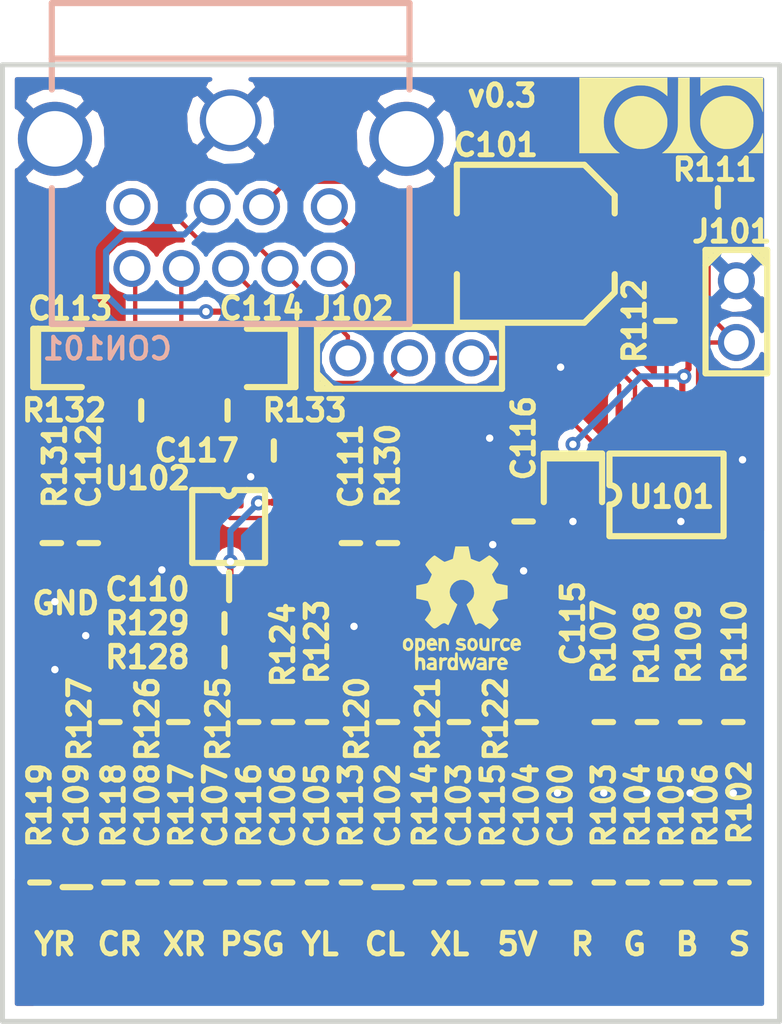
<source format=kicad_pcb>
(kicad_pcb (version 4) (host pcbnew 4.0.2+dfsg1-stable)

  (general
    (links 107)
    (no_connects 0)
    (area 99.4812 87.198199 136.000067 129.514601)
    (thickness 1.6)
    (drawings 18)
    (tracks 344)
    (zones 0)
    (modules 70)
    (nets 46)
  )

  (page A)
  (title_block
    (title "Triple Bypass")
    (date 2018-08-01)
    (rev 0.3)
    (company "db Electronics")
    (comment 1 https://github.com/db-electronics/triple-bypass-kicad)
    (comment 2 "Licensed under CERN OHL v.1.2")
  )

  (layers
    (0 F.Cu signal)
    (31 B.Cu signal)
    (32 B.Adhes user)
    (33 F.Adhes user)
    (34 B.Paste user)
    (35 F.Paste user)
    (36 B.SilkS user)
    (37 F.SilkS user)
    (38 B.Mask user)
    (39 F.Mask user)
    (40 Dwgs.User user)
    (41 Cmts.User user)
    (42 Eco1.User user)
    (43 Eco2.User user)
    (44 Edge.Cuts user)
    (45 Margin user)
    (46 B.CrtYd user)
    (47 F.CrtYd user)
    (48 B.Fab user)
    (49 F.Fab user)
  )

  (setup
    (last_trace_width 0.1778)
    (trace_clearance 0.1778)
    (zone_clearance 0.3048)
    (zone_45_only no)
    (trace_min 0.1778)
    (segment_width 0.2)
    (edge_width 0.2032)
    (via_size 0.6096)
    (via_drill 0.3048)
    (via_min_size 0.6096)
    (via_min_drill 0.3048)
    (uvia_size 0.6096)
    (uvia_drill 0.3048)
    (uvias_allowed no)
    (uvia_min_size 0.6096)
    (uvia_min_drill 0.3048)
    (pcb_text_width 0.3)
    (pcb_text_size 1.5 1.5)
    (mod_edge_width 0.15)
    (mod_text_size 1 1)
    (mod_text_width 0.15)
    (pad_size 1.524 1.524)
    (pad_drill 0.762)
    (pad_to_mask_clearance 0.2)
    (aux_axis_origin 0 0)
    (visible_elements FFFFFF7F)
    (pcbplotparams
      (layerselection 0x00030_80000001)
      (usegerberextensions false)
      (excludeedgelayer true)
      (linewidth 0.100000)
      (plotframeref false)
      (viasonmask false)
      (mode 1)
      (useauxorigin false)
      (hpglpennumber 1)
      (hpglpenspeed 20)
      (hpglpendiameter 15)
      (hpglpenoverlay 2)
      (psnegative false)
      (psa4output false)
      (plotreference true)
      (plotvalue true)
      (plotinvisibletext false)
      (padsonsilk false)
      (subtractmaskfromsilk false)
      (outputformat 1)
      (mirror false)
      (drillshape 1)
      (scaleselection 1)
      (outputdirectory ""))
  )

  (net 0 "")
  (net 1 /SYNC-75)
  (net 2 "Net-(C101-Pad1)")
  (net 3 "Net-(C102-Pad1)")
  (net 4 "Net-(C103-Pad2)")
  (net 5 "Net-(C104-Pad2)")
  (net 6 "Net-(C105-Pad2)")
  (net 7 "Net-(C106-Pad2)")
  (net 8 "Net-(C107-Pad2)")
  (net 9 "Net-(C108-Pad2)")
  (net 10 "Net-(C109-Pad1)")
  (net 11 GND)
  (net 12 "Net-(C110-Pad2)")
  (net 13 "Net-(C111-Pad1)")
  (net 14 "Net-(C111-Pad2)")
  (net 15 "Net-(C112-Pad1)")
  (net 16 "Net-(C112-Pad2)")
  (net 17 "Net-(C113-Pad1)")
  (net 18 /SR)
  (net 19 "Net-(C114-Pad1)")
  (net 20 /SL)
  (net 21 +5V)
  (net 22 /SYNC-OUT)
  (net 23 "Net-(CON101-Pad6)")
  (net 24 "Net-(J101-Pad2)")
  (net 25 /SYNC-TTL)
  (net 26 "Net-(R103-Pad1)")
  (net 27 "Net-(R104-Pad1)")
  (net 28 "Net-(R105-Pad1)")
  (net 29 "Net-(R106-Pad1)")
  (net 30 "Net-(R112-Pad2)")
  (net 31 "Net-(U101-Pad7)")
  (net 32 "Net-(U101-Pad8)")
  (net 33 /B-In)
  (net 34 /YM-Left)
  (net 35 /SCD-Left)
  (net 36 /32X-Left)
  (net 37 /PSG)
  (net 38 /32X-Right)
  (net 39 /SCD-Right)
  (net 40 /YM-Right)
  (net 41 /R-Out)
  (net 42 /G-Out)
  (net 43 /B-Out)
  (net 44 /G-In)
  (net 45 /R-In)

  (net_class Default "This is the default net class."
    (clearance 0.1778)
    (trace_width 0.1778)
    (via_dia 0.6096)
    (via_drill 0.3048)
    (uvia_dia 0.6096)
    (uvia_drill 0.3048)
    (add_net /32X-Left)
    (add_net /32X-Right)
    (add_net /B-In)
    (add_net /B-Out)
    (add_net /G-In)
    (add_net /G-Out)
    (add_net /PSG)
    (add_net /R-In)
    (add_net /R-Out)
    (add_net /SCD-Left)
    (add_net /SCD-Right)
    (add_net /SL)
    (add_net /SR)
    (add_net /SYNC-75)
    (add_net /SYNC-OUT)
    (add_net /SYNC-TTL)
    (add_net /YM-Left)
    (add_net /YM-Right)
    (add_net "Net-(C101-Pad1)")
    (add_net "Net-(C102-Pad1)")
    (add_net "Net-(C103-Pad2)")
    (add_net "Net-(C104-Pad2)")
    (add_net "Net-(C105-Pad2)")
    (add_net "Net-(C106-Pad2)")
    (add_net "Net-(C107-Pad2)")
    (add_net "Net-(C108-Pad2)")
    (add_net "Net-(C109-Pad1)")
    (add_net "Net-(C110-Pad2)")
    (add_net "Net-(C111-Pad1)")
    (add_net "Net-(C111-Pad2)")
    (add_net "Net-(C112-Pad1)")
    (add_net "Net-(C112-Pad2)")
    (add_net "Net-(C113-Pad1)")
    (add_net "Net-(C114-Pad1)")
    (add_net "Net-(CON101-Pad6)")
    (add_net "Net-(J101-Pad2)")
    (add_net "Net-(R103-Pad1)")
    (add_net "Net-(R104-Pad1)")
    (add_net "Net-(R105-Pad1)")
    (add_net "Net-(R106-Pad1)")
    (add_net "Net-(R112-Pad2)")
    (add_net "Net-(U101-Pad7)")
    (add_net "Net-(U101-Pad8)")
  )

  (net_class Power ""
    (clearance 0.1778)
    (trace_width 0.254)
    (via_dia 0.6096)
    (via_drill 0.3048)
    (uvia_dia 0.6096)
    (uvia_drill 0.3048)
    (add_net +5V)
    (add_net GND)
  )

  (module db-smt:TSSOP-14 (layer F.Cu) (tedit 5B61BE66) (tstamp 5B61068A)
    (at 127 110.744 90)
    (path /5B619AF6)
    (solder_mask_margin 0.1)
    (fp_text reference U101 (at 2.921 2.159 180) (layer F.SilkS)
      (effects (font (size 0.889 0.889) (thickness 0.2032)))
    )
    (fp_text value THS7374IPWR (at 2.4 -2.7 90) (layer F.Fab) hide
      (effects (font (size 0.889 0.889) (thickness 0.1778)))
    )
    (fp_line (start 2.6 -0.4) (end 1.3 -0.4) (layer F.SilkS) (width 0.254))
    (fp_line (start 4.7 -0.4) (end 3.4 -0.4) (layer F.SilkS) (width 0.254))
    (fp_arc (start 3 -0.4) (end 3.4 -0.4) (angle 180) (layer F.SilkS) (width 0.254))
    (fp_line (start 4.7 4.3) (end 4.7 -0.4) (layer F.SilkS) (width 0.254))
    (fp_line (start 1.3 4.3) (end 4.7 4.3) (layer F.SilkS) (width 0.254))
    (fp_line (start 1.3 -0.4) (end 1.3 4.3) (layer F.SilkS) (width 0.254))
    (pad 1 smd rect (at 0 0 90) (size 2 0.3) (layers F.Cu F.Paste F.Mask)
      (net 26 "Net-(R103-Pad1)"))
    (pad 2 smd rect (at 0 0.65 90) (size 2 0.3) (layers F.Cu F.Paste F.Mask)
      (net 27 "Net-(R104-Pad1)"))
    (pad 3 smd rect (at 0 1.3 90) (size 2 0.3) (layers F.Cu F.Paste F.Mask)
      (net 28 "Net-(R105-Pad1)"))
    (pad 4 smd rect (at 0 1.95 90) (size 2 0.3) (layers F.Cu F.Paste F.Mask)
      (net 29 "Net-(R106-Pad1)"))
    (pad 5 smd rect (at 0 2.6 90) (size 2 0.3) (layers F.Cu F.Paste F.Mask)
      (net 11 GND))
    (pad 6 smd rect (at 0 3.25 90) (size 2 0.3) (layers F.Cu F.Paste F.Mask)
      (net 11 GND))
    (pad 7 smd rect (at 0 3.9 90) (size 2 0.3) (layers F.Cu F.Paste F.Mask)
      (net 31 "Net-(U101-Pad7)"))
    (pad 8 smd rect (at 6 3.9 90) (size 2 0.3) (layers F.Cu F.Paste F.Mask)
      (net 32 "Net-(U101-Pad8)"))
    (pad 9 smd rect (at 6 3.25 90) (size 2 0.3) (layers F.Cu F.Paste F.Mask)
      (net 24 "Net-(J101-Pad2)"))
    (pad 10 smd rect (at 6 2.6 90) (size 2 0.3) (layers F.Cu F.Paste F.Mask)
      (net 21 +5V))
    (pad 11 smd rect (at 6 1.95 90) (size 2 0.3) (layers F.Cu F.Paste F.Mask)
      (net 30 "Net-(R112-Pad2)"))
    (pad 12 smd rect (at 6 1.3 90) (size 2 0.3) (layers F.Cu F.Paste F.Mask)
      (net 43 /B-Out))
    (pad 13 smd rect (at 6 0.65 90) (size 2 0.3) (layers F.Cu F.Paste F.Mask)
      (net 42 /G-Out))
    (pad 14 smd rect (at 6 0 90) (size 2 0.3) (layers F.Cu F.Paste F.Mask)
      (net 41 /R-Out))
  )

  (module db-smt:TP50 (layer F.Cu) (tedit 5B61A578) (tstamp 5B60F6F0)
    (at 129.794 127.762)
    (path /5A6C96BB)
    (solder_mask_margin 0.1016)
    (fp_text reference B1 (at 0 -1.397) (layer F.SilkS) hide
      (effects (font (size 0.889 0.889) (thickness 0.2032)))
    )
    (fp_text value TP_50 (at 0 -3.25) (layer F.Fab) hide
      (effects (font (size 0.889 0.889) (thickness 0.2032)))
    )
    (pad 1 smd rect (at 0 0) (size 1.27 1.27) (layers F.Cu F.Paste F.Mask)
      (net 33 /B-In))
  )

  (module db-smt:SMD-6.6x6.6 (layer F.Cu) (tedit 5A6BE195) (tstamp 5B60F6FE)
    (at 120.565 97.409)
    (path /5A68EAC5)
    (solder_mask_margin 0.1016)
    (fp_text reference C101 (at 1.355 -4.064 180) (layer F.SilkS)
      (effects (font (size 0.889 0.889) (thickness 0.2032)))
    )
    (fp_text value 220uF/10V (at 4.064 -5.334) (layer F.Fab) hide
      (effects (font (size 0.889 0.889) (thickness 0.1778)))
    )
    (fp_line (start 6.25 2) (end 5 3.25) (layer F.SilkS) (width 0.254))
    (fp_line (start 6.25 1.25) (end 6.25 2) (layer F.SilkS) (width 0.254))
    (fp_line (start 6.25 -2) (end 5 -3.25) (layer F.SilkS) (width 0.254))
    (fp_line (start 6.25 -1.25) (end 6.25 -2) (layer F.SilkS) (width 0.254))
    (fp_line (start -0.25 3.25) (end 5 3.25) (layer F.SilkS) (width 0.254))
    (fp_line (start -0.25 1.25) (end -0.25 3.25) (layer F.SilkS) (width 0.254))
    (fp_line (start -0.25 -3.25) (end 5 -3.25) (layer F.SilkS) (width 0.254))
    (fp_line (start -0.25 -1.25) (end -0.25 -3.25) (layer F.SilkS) (width 0.254))
    (pad 2 smd rect (at 0 0) (size 3.7 1.6) (layers F.Cu F.Paste F.Mask)
      (net 1 /SYNC-75))
    (pad 1 smd rect (at 5.8 0) (size 3.7 1.6) (layers F.Cu F.Paste F.Mask)
      (net 2 "Net-(C101-Pad1)"))
  )

  (module db-smt:0805 (layer F.Cu) (tedit 5B61BB87) (tstamp 5B60F705)
    (at 117.475 122.809 270)
    (tags 0805)
    (path /5A6ADEBF)
    (solder_mask_margin 0.1016)
    (attr smd)
    (fp_text reference C102 (at -2.286 0 270) (layer F.SilkS)
      (effects (font (size 0.889 0.889) (thickness 0.2032)))
    )
    (fp_text value 10uF/10V (at 1.016 -2.54 270) (layer F.Fab) hide
      (effects (font (size 1 1) (thickness 0.15)))
    )
    (fp_line (start 1.0795 -0.5715) (end 1.0795 0.5715) (layer F.SilkS) (width 0.254))
    (pad 1 smd rect (at 0 0 270) (size 1.016 1.27) (layers F.Cu F.Paste F.Mask)
      (net 3 "Net-(C102-Pad1)"))
    (pad 2 smd rect (at 2.159 0 270) (size 1.016 1.27) (layers F.Cu F.Paste F.Mask)
      (net 34 /YM-Left))
    (model Resistors_SMD.3dshapes/R_0603.wrl
      (at (xyz 0 0 0))
      (scale (xyz 1 1 1))
      (rotate (xyz 0 0 0))
    )
  )

  (module db-smt:0603 (layer F.Cu) (tedit 5B61BB4E) (tstamp 5B60F70C)
    (at 120.396 123.698 90)
    (tags 0603)
    (path /5A6AE423)
    (solder_mask_margin 0.1016)
    (attr smd)
    (fp_text reference C103 (at 3.175 0 90) (layer F.SilkS)
      (effects (font (size 0.889 0.889) (thickness 0.2032)))
    )
    (fp_text value 1uF/16V (at 0.508 -2.54 90) (layer F.Fab) hide
      (effects (font (size 1 1) (thickness 0.15)))
    )
    (fp_line (start 0 -0.381) (end 0 0.381) (layer F.SilkS) (width 0.254))
    (pad 1 smd rect (at -0.95 0 90) (size 0.8 1) (layers F.Cu F.Paste F.Mask)
      (net 35 /SCD-Left))
    (pad 2 smd rect (at 0.95 0 90) (size 0.8 1) (layers F.Cu F.Paste F.Mask)
      (net 4 "Net-(C103-Pad2)"))
    (model Resistors_SMD.3dshapes/R_0603.wrl
      (at (xyz 0 0 0))
      (scale (xyz 1 1 1))
      (rotate (xyz 0 0 0))
    )
  )

  (module db-smt:0603 (layer F.Cu) (tedit 5B61BB1F) (tstamp 5B60F713)
    (at 123.19 123.698 90)
    (tags 0603)
    (path /5A6AF4D5)
    (solder_mask_margin 0.1016)
    (attr smd)
    (fp_text reference C104 (at 3.175 0 90) (layer F.SilkS)
      (effects (font (size 0.889 0.889) (thickness 0.2032)))
    )
    (fp_text value 1uF/16V (at 0.508 -2.54 90) (layer F.Fab) hide
      (effects (font (size 1 1) (thickness 0.15)))
    )
    (fp_line (start 0 -0.381) (end 0 0.381) (layer F.SilkS) (width 0.254))
    (pad 1 smd rect (at -0.95 0 90) (size 0.8 1) (layers F.Cu F.Paste F.Mask)
      (net 36 /32X-Left))
    (pad 2 smd rect (at 0.95 0 90) (size 0.8 1) (layers F.Cu F.Paste F.Mask)
      (net 5 "Net-(C104-Pad2)"))
    (model Resistors_SMD.3dshapes/R_0603.wrl
      (at (xyz 0 0 0))
      (scale (xyz 1 1 1))
      (rotate (xyz 0 0 0))
    )
  )

  (module db-smt:0603 (layer F.Cu) (tedit 5B61BBBB) (tstamp 5B60F71A)
    (at 114.554 123.698 90)
    (tags 0603)
    (path /5A6AF5A5)
    (solder_mask_margin 0.1016)
    (attr smd)
    (fp_text reference C105 (at 3.175 0 90) (layer F.SilkS)
      (effects (font (size 0.889 0.889) (thickness 0.2032)))
    )
    (fp_text value 1uF/16V (at 0.508 -2.54 90) (layer F.Fab) hide
      (effects (font (size 1 1) (thickness 0.15)))
    )
    (fp_line (start 0 -0.381) (end 0 0.381) (layer F.SilkS) (width 0.254))
    (pad 1 smd rect (at -0.95 0 90) (size 0.8 1) (layers F.Cu F.Paste F.Mask)
      (net 37 /PSG))
    (pad 2 smd rect (at 0.95 0 90) (size 0.8 1) (layers F.Cu F.Paste F.Mask)
      (net 6 "Net-(C105-Pad2)"))
    (model Resistors_SMD.3dshapes/R_0603.wrl
      (at (xyz 0 0 0))
      (scale (xyz 1 1 1))
      (rotate (xyz 0 0 0))
    )
  )

  (module db-smt:0603 (layer F.Cu) (tedit 5B61BBBD) (tstamp 5B60F721)
    (at 113.157 123.698 90)
    (tags 0603)
    (path /5A6B581A)
    (solder_mask_margin 0.1016)
    (attr smd)
    (fp_text reference C106 (at 3.175 0 90) (layer F.SilkS)
      (effects (font (size 0.889 0.889) (thickness 0.2032)))
    )
    (fp_text value 1uF/16V (at 0.508 -2.54 90) (layer F.Fab) hide
      (effects (font (size 1 1) (thickness 0.15)))
    )
    (fp_line (start 0 -0.381) (end 0 0.381) (layer F.SilkS) (width 0.254))
    (pad 1 smd rect (at -0.95 0 90) (size 0.8 1) (layers F.Cu F.Paste F.Mask)
      (net 37 /PSG))
    (pad 2 smd rect (at 0.95 0 90) (size 0.8 1) (layers F.Cu F.Paste F.Mask)
      (net 7 "Net-(C106-Pad2)"))
    (model Resistors_SMD.3dshapes/R_0603.wrl
      (at (xyz 0 0 0))
      (scale (xyz 1 1 1))
      (rotate (xyz 0 0 0))
    )
  )

  (module db-smt:0603 (layer F.Cu) (tedit 5B61BBC8) (tstamp 5B60F728)
    (at 110.363 123.698 90)
    (tags 0603)
    (path /5A6B5B52)
    (solder_mask_margin 0.1016)
    (attr smd)
    (fp_text reference C107 (at 3.175 0 90) (layer F.SilkS)
      (effects (font (size 0.889 0.889) (thickness 0.2032)))
    )
    (fp_text value 1uF/16V (at 0.508 -2.54 90) (layer F.Fab) hide
      (effects (font (size 1 1) (thickness 0.15)))
    )
    (fp_line (start 0 -0.381) (end 0 0.381) (layer F.SilkS) (width 0.254))
    (pad 1 smd rect (at -0.95 0 90) (size 0.8 1) (layers F.Cu F.Paste F.Mask)
      (net 38 /32X-Right))
    (pad 2 smd rect (at 0.95 0 90) (size 0.8 1) (layers F.Cu F.Paste F.Mask)
      (net 8 "Net-(C107-Pad2)"))
    (model Resistors_SMD.3dshapes/R_0603.wrl
      (at (xyz 0 0 0))
      (scale (xyz 1 1 1))
      (rotate (xyz 0 0 0))
    )
  )

  (module db-smt:0603 (layer F.Cu) (tedit 5B61BBEC) (tstamp 5B60F72F)
    (at 107.569 123.698 90)
    (tags 0603)
    (path /5A6B5B5A)
    (solder_mask_margin 0.1016)
    (attr smd)
    (fp_text reference C108 (at 3.175 0 90) (layer F.SilkS)
      (effects (font (size 0.889 0.889) (thickness 0.2032)))
    )
    (fp_text value 1uF/16V (at 0.508 -2.54 90) (layer F.Fab) hide
      (effects (font (size 1 1) (thickness 0.15)))
    )
    (fp_line (start 0 -0.381) (end 0 0.381) (layer F.SilkS) (width 0.254))
    (pad 1 smd rect (at -0.95 0 90) (size 0.8 1) (layers F.Cu F.Paste F.Mask)
      (net 39 /SCD-Right))
    (pad 2 smd rect (at 0.95 0 90) (size 0.8 1) (layers F.Cu F.Paste F.Mask)
      (net 9 "Net-(C108-Pad2)"))
    (model Resistors_SMD.3dshapes/R_0603.wrl
      (at (xyz 0 0 0))
      (scale (xyz 1 1 1))
      (rotate (xyz 0 0 0))
    )
  )

  (module db-smt:0805 (layer F.Cu) (tedit 5B61BC41) (tstamp 5B60F736)
    (at 104.648 122.809 270)
    (tags 0805)
    (path /5A6B698A)
    (solder_mask_margin 0.1016)
    (attr smd)
    (fp_text reference C109 (at -2.286 0 270) (layer F.SilkS)
      (effects (font (size 0.889 0.889) (thickness 0.2032)))
    )
    (fp_text value 10uF/10V (at 1.016 -2.54 270) (layer F.Fab) hide
      (effects (font (size 1 1) (thickness 0.15)))
    )
    (fp_line (start 1.0795 -0.5715) (end 1.0795 0.5715) (layer F.SilkS) (width 0.254))
    (pad 1 smd rect (at 0 0 270) (size 1.016 1.27) (layers F.Cu F.Paste F.Mask)
      (net 10 "Net-(C109-Pad1)"))
    (pad 2 smd rect (at 2.159 0 270) (size 1.016 1.27) (layers F.Cu F.Paste F.Mask)
      (net 40 /YM-Right))
    (model Resistors_SMD.3dshapes/R_0603.wrl
      (at (xyz 0 0 0))
      (scale (xyz 1 1 1))
      (rotate (xyz 0 0 0))
    )
  )

  (module db-smt:0805 (layer F.Cu) (tedit 5AA1DFC6) (tstamp 5B60F73D)
    (at 109.855 111.506)
    (tags 0805)
    (path /5A6BFDAE)
    (solder_mask_margin 0.1016)
    (attr smd)
    (fp_text reference C110 (at -2.286 0.127) (layer F.SilkS)
      (effects (font (size 0.889 0.889) (thickness 0.2032)))
    )
    (fp_text value 10uF/10V (at 1.016 -2.54) (layer F.Fab) hide
      (effects (font (size 1 1) (thickness 0.15)))
    )
    (fp_line (start 1.0795 -0.5715) (end 1.0795 0.5715) (layer F.SilkS) (width 0.254))
    (pad 1 smd rect (at 0 0) (size 1.016 1.27) (layers F.Cu F.Paste F.Mask)
      (net 11 GND))
    (pad 2 smd rect (at 2.159 0) (size 1.016 1.27) (layers F.Cu F.Paste F.Mask)
      (net 12 "Net-(C110-Pad2)"))
    (model Resistors_SMD.3dshapes/R_0603.wrl
      (at (xyz 0 0 0))
      (scale (xyz 1 1 1))
      (rotate (xyz 0 0 0))
    )
  )

  (module db-smt:0603 (layer F.Cu) (tedit 5AA6C7C1) (tstamp 5B60F744)
    (at 115.951 109.728 90)
    (tags 0603)
    (path /5A6A45C1)
    (solder_mask_margin 0.1016)
    (attr smd)
    (fp_text reference C111 (at 3.175 0 90) (layer F.SilkS)
      (effects (font (size 0.889 0.889) (thickness 0.2032)))
    )
    (fp_text value 270pF/50V (at 0.508 -2.54 90) (layer F.Fab) hide
      (effects (font (size 1 1) (thickness 0.15)))
    )
    (fp_line (start 0 -0.381) (end 0 0.381) (layer F.SilkS) (width 0.254))
    (pad 1 smd rect (at -0.95 0 90) (size 0.8 1) (layers F.Cu F.Paste F.Mask)
      (net 13 "Net-(C111-Pad1)"))
    (pad 2 smd rect (at 0.95 0 90) (size 0.8 1) (layers F.Cu F.Paste F.Mask)
      (net 14 "Net-(C111-Pad2)"))
    (model Resistors_SMD.3dshapes/R_0603.wrl
      (at (xyz 0 0 0))
      (scale (xyz 1 1 1))
      (rotate (xyz 0 0 0))
    )
  )

  (module db-smt:0603 (layer F.Cu) (tedit 5AA6C7C1) (tstamp 5B60F74B)
    (at 105.156 109.728 90)
    (tags 0603)
    (path /5A6A6737)
    (solder_mask_margin 0.1016)
    (attr smd)
    (fp_text reference C112 (at 3.175 0 90) (layer F.SilkS)
      (effects (font (size 0.889 0.889) (thickness 0.2032)))
    )
    (fp_text value 270pF/50V (at 0.508 -2.54 90) (layer F.Fab) hide
      (effects (font (size 1 1) (thickness 0.15)))
    )
    (fp_line (start 0 -0.381) (end 0 0.381) (layer F.SilkS) (width 0.254))
    (pad 1 smd rect (at -0.95 0 90) (size 0.8 1) (layers F.Cu F.Paste F.Mask)
      (net 15 "Net-(C112-Pad1)"))
    (pad 2 smd rect (at 0.95 0 90) (size 0.8 1) (layers F.Cu F.Paste F.Mask)
      (net 16 "Net-(C112-Pad2)"))
    (model Resistors_SMD.3dshapes/R_0603.wrl
      (at (xyz 0 0 0))
      (scale (xyz 1 1 1))
      (rotate (xyz 0 0 0))
    )
  )

  (module db-smt:1206_P (layer F.Cu) (tedit 5B619FDA) (tstamp 5B60F757)
    (at 104.267 102.108)
    (path /5A6A43B7)
    (solder_mask_margin 0.1016)
    (fp_text reference C113 (at 0.127 -2.032) (layer F.SilkS)
      (effects (font (size 0.889 0.889) (thickness 0.2032)))
    )
    (fp_text value 22uF/10V (at 0.8 -3.2) (layer F.Fab) hide
      (effects (font (size 0.889 0.889) (thickness 0.2032)))
    )
    (fp_line (start -1.4 1.2) (end -1.2 1.2) (layer F.SilkS) (width 0.254))
    (fp_line (start -1.4 -1.2) (end -1.4 1.2) (layer F.SilkS) (width 0.254))
    (fp_line (start -1.2 -1.2) (end -1.4 -1.2) (layer F.SilkS) (width 0.254))
    (fp_line (start -1.2 1.2) (end 0.6 1.2) (layer F.SilkS) (width 0.254))
    (fp_line (start -1.2 -1.2) (end -1.2 1.2) (layer F.SilkS) (width 0.254))
    (fp_line (start 0.6 -1.2) (end -1.2 -1.2) (layer F.SilkS) (width 0.254))
    (pad 1 smd rect (at 0 0) (size 1.6 1.8) (layers F.Cu F.Paste F.Mask)
      (net 17 "Net-(C113-Pad1)"))
    (pad 2 smd rect (at 2.8 0) (size 1.6 1.8) (layers F.Cu F.Paste F.Mask)
      (net 18 /SR))
  )

  (module db-smt:1206_P (layer F.Cu) (tedit 5B619FE0) (tstamp 5B60F763)
    (at 112.268 102.108 180)
    (path /5A6A416F)
    (solder_mask_margin 0.1016)
    (fp_text reference C114 (at 0 2.032 180) (layer F.SilkS)
      (effects (font (size 0.889 0.889) (thickness 0.2032)))
    )
    (fp_text value 22uF/10V (at 0.8 -3.2 180) (layer F.Fab) hide
      (effects (font (size 0.889 0.889) (thickness 0.2032)))
    )
    (fp_line (start -1.4 1.2) (end -1.2 1.2) (layer F.SilkS) (width 0.254))
    (fp_line (start -1.4 -1.2) (end -1.4 1.2) (layer F.SilkS) (width 0.254))
    (fp_line (start -1.2 -1.2) (end -1.4 -1.2) (layer F.SilkS) (width 0.254))
    (fp_line (start -1.2 1.2) (end 0.6 1.2) (layer F.SilkS) (width 0.254))
    (fp_line (start -1.2 -1.2) (end -1.2 1.2) (layer F.SilkS) (width 0.254))
    (fp_line (start 0.6 -1.2) (end -1.2 -1.2) (layer F.SilkS) (width 0.254))
    (pad 1 smd rect (at 0 0 180) (size 1.6 1.8) (layers F.Cu F.Paste F.Mask)
      (net 19 "Net-(C114-Pad1)"))
    (pad 2 smd rect (at 2.8 0 180) (size 1.6 1.8) (layers F.Cu F.Paste F.Mask)
      (net 20 /SL))
  )

  (module db-smt:1206_P (layer F.Cu) (tedit 5B61BEC2) (tstamp 5B60F76F)
    (at 125.095 107.442 270)
    (path /5A6B1599)
    (solder_mask_margin 0.1016)
    (fp_text reference C115 (at 5.588 0 450) (layer F.SilkS)
      (effects (font (size 0.889 0.889) (thickness 0.2032)))
    )
    (fp_text value 22uF/10V (at 0.8 -3.2 270) (layer F.Fab) hide
      (effects (font (size 0.889 0.889) (thickness 0.2032)))
    )
    (fp_line (start -1.4 1.2) (end -1.2 1.2) (layer F.SilkS) (width 0.254))
    (fp_line (start -1.4 -1.2) (end -1.4 1.2) (layer F.SilkS) (width 0.254))
    (fp_line (start -1.2 -1.2) (end -1.4 -1.2) (layer F.SilkS) (width 0.254))
    (fp_line (start -1.2 1.2) (end 0.6 1.2) (layer F.SilkS) (width 0.254))
    (fp_line (start -1.2 -1.2) (end -1.2 1.2) (layer F.SilkS) (width 0.254))
    (fp_line (start 0.6 -1.2) (end -1.2 -1.2) (layer F.SilkS) (width 0.254))
    (pad 1 smd rect (at 0 0 270) (size 1.6 1.8) (layers F.Cu F.Paste F.Mask)
      (net 21 +5V))
    (pad 2 smd rect (at 2.8 0 270) (size 1.6 1.8) (layers F.Cu F.Paste F.Mask)
      (net 11 GND))
  )

  (module db-smt:0603 (layer F.Cu) (tedit 5B61BEC5) (tstamp 5B60F776)
    (at 123.063 108.839 270)
    (tags 0603)
    (path /5A6969A7)
    (solder_mask_margin 0.1016)
    (attr smd)
    (fp_text reference C116 (at -3.429 0 270) (layer F.SilkS)
      (effects (font (size 0.889 0.889) (thickness 0.2032)))
    )
    (fp_text value 0.1uF/50V (at 0.508 -2.54 270) (layer F.Fab) hide
      (effects (font (size 1 1) (thickness 0.15)))
    )
    (fp_line (start 0 -0.381) (end 0 0.381) (layer F.SilkS) (width 0.254))
    (pad 1 smd rect (at -0.95 0 270) (size 0.8 1) (layers F.Cu F.Paste F.Mask)
      (net 21 +5V))
    (pad 2 smd rect (at 0.95 0 270) (size 0.8 1) (layers F.Cu F.Paste F.Mask)
      (net 11 GND))
    (model Resistors_SMD.3dshapes/R_0603.wrl
      (at (xyz 0 0 0))
      (scale (xyz 1 1 1))
      (rotate (xyz 0 0 0))
    )
  )

  (module db-smt:0603 (layer F.Cu) (tedit 5B61BA7C) (tstamp 5B60F77D)
    (at 112.776 105.918 180)
    (tags 0603)
    (path /5A69618C)
    (solder_mask_margin 0.1016)
    (attr smd)
    (fp_text reference C117 (at 3.175 0 180) (layer F.SilkS)
      (effects (font (size 0.889 0.889) (thickness 0.2032)))
    )
    (fp_text value 0.1uF/50V (at 0.508 -2.54 180) (layer F.Fab) hide
      (effects (font (size 1 1) (thickness 0.15)))
    )
    (fp_line (start 0 -0.381) (end 0 0.381) (layer F.SilkS) (width 0.254))
    (pad 1 smd rect (at -0.95 0 180) (size 0.8 1) (layers F.Cu F.Paste F.Mask)
      (net 21 +5V))
    (pad 2 smd rect (at 0.95 0 180) (size 0.8 1) (layers F.Cu F.Paste F.Mask)
      (net 11 GND))
    (model Resistors_SMD.3dshapes/R_0603.wrl
      (at (xyz 0 0 0))
      (scale (xyz 1 1 1))
      (rotate (xyz 0 0 0))
    )
  )

  (module db-thparts:MD-90SM (layer B.Cu) (tedit 5A689D4A) (tstamp 5B60F796)
    (at 110.998 98.425 180)
    (path /5A6984B9)
    (solder_mask_margin 0.1016)
    (fp_text reference CON101 (at 5.08 -3.302 180) (layer B.SilkS)
      (effects (font (size 0.889 0.889) (thickness 0.1778)) (justify mirror))
    )
    (fp_text value MD-90SM (at -2.54 -5.08 180) (layer B.Fab) hide
      (effects (font (size 0.889 0.889) (thickness 0.1778)) (justify mirror))
    )
    (fp_line (start 7.366 10.922) (end 7.366 8.636) (layer B.SilkS) (width 0.254))
    (fp_line (start -7.366 10.922) (end 7.366 10.922) (layer B.SilkS) (width 0.254))
    (fp_line (start -7.366 8.636) (end -7.366 10.922) (layer B.SilkS) (width 0.254))
    (fp_line (start 7.366 8.636) (end 7.366 7.366) (layer B.SilkS) (width 0.254))
    (fp_line (start -7.366 8.636) (end 7.366 8.636) (layer B.SilkS) (width 0.254))
    (fp_line (start -7.366 7.366) (end -7.366 8.636) (layer B.SilkS) (width 0.254))
    (fp_line (start -7.366 -2.286) (end -7.366 3.302) (layer B.SilkS) (width 0.254))
    (fp_line (start 7.366 -2.286) (end 7.366 3.302) (layer B.SilkS) (width 0.254))
    (fp_line (start -7.366 -2.286) (end 7.366 -2.286) (layer B.SilkS) (width 0.254))
    (pad 5 thru_hole circle (at 0 0 180) (size 1.524 1.524) (drill 1.016) (layers *.Cu *.Mask)
      (net 22 /SYNC-OUT))
    (pad 8 thru_hole circle (at 2.032 0 180) (size 1.524 1.524) (drill 1.016) (layers *.Cu *.Mask)
      (net 20 /SL))
    (pad 9 thru_hole circle (at 4.064 0 180) (size 1.524 1.524) (drill 1.016) (layers *.Cu *.Mask)
      (net 18 /SR))
    (pad 4 thru_hole circle (at -2.032 0 180) (size 1.524 1.524) (drill 1.016) (layers *.Cu *.Mask)
      (net 1 /SYNC-75))
    (pad 7 thru_hole circle (at -4.064 0 180) (size 1.524 1.524) (drill 1.016) (layers *.Cu *.Mask)
      (net 41 /R-Out))
    (pad 3 thru_hole circle (at -4.064 2.54 180) (size 1.524 1.524) (drill 1.016) (layers *.Cu *.Mask)
      (net 42 /G-Out))
    (pad 6 thru_hole circle (at 4.064 2.54 180) (size 1.524 1.524) (drill 1.016) (layers *.Cu *.Mask)
      (net 23 "Net-(CON101-Pad6)"))
    (pad 1 thru_hole circle (at -1.27 2.54 180) (size 1.524 1.524) (drill 1.016) (layers *.Cu *.Mask)
      (net 43 /B-Out))
    (pad 2 thru_hole circle (at 0.762 2.54 180) (size 1.524 1.524) (drill 1.016) (layers *.Cu *.Mask)
      (net 21 +5V))
    (pad 10 thru_hole circle (at 0 6.096 180) (size 2.54 2.54) (drill 2.032) (layers *.Cu *.Mask)
      (net 11 GND))
    (pad 10 thru_hole circle (at 7.239 5.334 180) (size 3.048 3.048) (drill 2.286) (layers *.Cu *.Mask)
      (net 11 GND))
    (pad 10 thru_hole circle (at -7.239 5.334 180) (size 3.048 3.048) (drill 2.286) (layers *.Cu *.Mask)
      (net 11 GND))
  )

  (module db-smt:TP50 (layer F.Cu) (tedit 5B61A57C) (tstamp 5B60F79B)
    (at 127.635 127.762)
    (path /5A6C9788)
    (solder_mask_margin 0.1016)
    (fp_text reference G1 (at 0 -1.397) (layer F.SilkS) hide
      (effects (font (size 0.889 0.889) (thickness 0.2032)))
    )
    (fp_text value TP_50 (at 0 -3.25) (layer F.Fab) hide
      (effects (font (size 0.889 0.889) (thickness 0.2032)))
    )
    (pad 1 smd rect (at 0 0) (size 1.27 1.27) (layers F.Cu F.Paste F.Mask)
      (net 44 /G-In))
  )

  (module db-thparts:HDR1X2 (layer F.Cu) (tedit 5B619F9C) (tstamp 5B60F7A9)
    (at 131.826 98.933)
    (path /5A699EC0)
    (solder_mask_margin 0.1016)
    (fp_text reference J101 (at -0.1905 -2.032) (layer F.SilkS)
      (effects (font (size 0.889 0.889) (thickness 0.2032)))
    )
    (fp_text value HDR1X2 (at 1.27 -3.302) (layer F.Fab) hide
      (effects (font (size 0.889 0.889) (thickness 0.2032)))
    )
    (fp_line (start 1.27 -1.27) (end 1.016 -1.016) (layer F.SilkS) (width 0.254))
    (fp_line (start -1.27 -1.27) (end -1.016 -1.016) (layer F.SilkS) (width 0.254))
    (fp_line (start 0.635 -1.27) (end 1.27 -0.635) (layer F.SilkS) (width 0.254))
    (fp_line (start -0.635 -1.27) (end -1.27 -0.635) (layer F.SilkS) (width 0.254))
    (fp_line (start -1.27 3.81) (end -1.27 -1.27) (layer F.SilkS) (width 0.254))
    (fp_line (start 1.27 3.81) (end -1.27 3.81) (layer F.SilkS) (width 0.254))
    (fp_line (start 1.27 -1.27) (end 1.27 3.81) (layer F.SilkS) (width 0.254))
    (fp_line (start -1.27 -1.27) (end 1.27 -1.27) (layer F.SilkS) (width 0.254))
    (pad 1 thru_hole circle (at 0 0) (size 1.524 1.524) (drill 1.016) (layers *.Cu *.Mask)
      (net 11 GND) (solder_mask_margin 0.1016))
    (pad 2 thru_hole circle (at 0 2.54) (size 1.524 1.524) (drill 1.016) (layers *.Cu *.Mask)
      (net 24 "Net-(J101-Pad2)") (solder_mask_margin 0.1016))
  )

  (module db-thparts:HDR1X3 (layer F.Cu) (tedit 5B61A08C) (tstamp 5B60F7B8)
    (at 115.824 102.108 90)
    (path /5A69B234)
    (solder_mask_margin 0.1016)
    (fp_text reference J102 (at 2.032 0.254 180) (layer F.SilkS)
      (effects (font (size 0.889 0.889) (thickness 0.2032)))
    )
    (fp_text value HDR1X3 (at 1.27 -3.302 90) (layer F.Fab) hide
      (effects (font (size 0.889 0.889) (thickness 0.2032)))
    )
    (fp_line (start 1.27 -1.27) (end 1.016 -1.016) (layer F.SilkS) (width 0.254))
    (fp_line (start -1.27 -1.27) (end -1.016 -1.016) (layer F.SilkS) (width 0.254))
    (fp_line (start 0.635 -1.27) (end 1.27 -0.635) (layer F.SilkS) (width 0.254))
    (fp_line (start -1.27 -0.635) (end -0.635 -1.27) (layer F.SilkS) (width 0.254))
    (fp_line (start 1.27 -1.27) (end -1.27 -1.27) (layer F.SilkS) (width 0.254))
    (fp_line (start 1.27 6.35) (end 1.27 -1.27) (layer F.SilkS) (width 0.254))
    (fp_line (start -1.27 6.35) (end 1.27 6.35) (layer F.SilkS) (width 0.254))
    (fp_line (start -1.27 -1.27) (end -1.27 6.35) (layer F.SilkS) (width 0.254))
    (pad 1 thru_hole circle (at 0 0 90) (size 1.524 1.524) (drill 1.016) (layers *.Cu *.Mask)
      (net 1 /SYNC-75))
    (pad 2 thru_hole circle (at 0 2.54 90) (size 1.524 1.524) (drill 1.016) (layers *.Cu *.Mask)
      (net 22 /SYNC-OUT))
    (pad 3 thru_hole circle (at 0 5.08 90) (size 1.524 1.524) (drill 1.016) (layers *.Cu *.Mask)
      (net 25 /SYNC-TTL))
  )

  (module db-smt:TP50 (layer F.Cu) (tedit 5B61A576) (tstamp 5B60F7BD)
    (at 125.476 127.762)
    (path /5A6C9465)
    (solder_mask_margin 0.1016)
    (fp_text reference R1 (at 0 -1.397) (layer F.SilkS) hide
      (effects (font (size 0.889 0.889) (thickness 0.2032)))
    )
    (fp_text value TP_50 (at 0 -3.25) (layer F.Fab) hide
      (effects (font (size 0.889 0.889) (thickness 0.2032)))
    )
    (pad 1 smd rect (at 0 0) (size 1.27 1.27) (layers F.Cu F.Paste F.Mask)
      (net 45 /R-In))
  )

  (module db-smt:0603 (layer F.Cu) (tedit 5B610592) (tstamp 5B60F7C4)
    (at 131.953 123.698 90)
    (tags 0603)
    (path /5A69337A)
    (solder_mask_margin 0.1016)
    (attr smd)
    (fp_text reference R102 (at 3.302 0 90) (layer F.SilkS)
      (effects (font (size 0.889 0.889) (thickness 0.2032)))
    )
    (fp_text value 2.20k (at 0.508 -2.54 90) (layer F.Fab) hide
      (effects (font (size 1 1) (thickness 0.15)))
    )
    (fp_line (start 0 -0.381) (end 0 0.381) (layer F.SilkS) (width 0.254))
    (pad 1 smd rect (at -0.95 0 90) (size 0.8 1) (layers F.Cu F.Paste F.Mask)
      (net 25 /SYNC-TTL))
    (pad 2 smd rect (at 0.95 0 90) (size 0.8 1) (layers F.Cu F.Paste F.Mask)
      (net 21 +5V))
    (model Resistors_SMD.3dshapes/R_0603.wrl
      (at (xyz 0 0 0))
      (scale (xyz 1 1 1))
      (rotate (xyz 0 0 0))
    )
  )

  (module db-smt:0603 (layer F.Cu) (tedit 5B6104BF) (tstamp 5B60F7CB)
    (at 126.365 123.698 270)
    (tags 0603)
    (path /5A691035)
    (solder_mask_margin 0.1016)
    (attr smd)
    (fp_text reference R103 (at -3.175 0 270) (layer F.SilkS)
      (effects (font (size 0.889 0.889) (thickness 0.2032)))
    )
    (fp_text value 5.62k (at 0.508 -2.54 270) (layer F.Fab) hide
      (effects (font (size 1 1) (thickness 0.15)))
    )
    (fp_line (start 0 -0.381) (end 0 0.381) (layer F.SilkS) (width 0.254))
    (pad 1 smd rect (at -0.95 0 270) (size 0.8 1) (layers F.Cu F.Paste F.Mask)
      (net 26 "Net-(R103-Pad1)"))
    (pad 2 smd rect (at 0.95 0 270) (size 0.8 1) (layers F.Cu F.Paste F.Mask)
      (net 45 /R-In))
    (model Resistors_SMD.3dshapes/R_0603.wrl
      (at (xyz 0 0 0))
      (scale (xyz 1 1 1))
      (rotate (xyz 0 0 0))
    )
  )

  (module db-smt:0603 (layer F.Cu) (tedit 5B6104D5) (tstamp 5B60F7D2)
    (at 127.762 123.698 270)
    (tags 0603)
    (path /5A690FF8)
    (solder_mask_margin 0.1016)
    (attr smd)
    (fp_text reference R104 (at -3.175 0 270) (layer F.SilkS)
      (effects (font (size 0.889 0.889) (thickness 0.2032)))
    )
    (fp_text value 5.62k (at 0.508 -2.54 270) (layer F.Fab) hide
      (effects (font (size 1 1) (thickness 0.15)))
    )
    (fp_line (start 0 -0.381) (end 0 0.381) (layer F.SilkS) (width 0.254))
    (pad 1 smd rect (at -0.95 0 270) (size 0.8 1) (layers F.Cu F.Paste F.Mask)
      (net 27 "Net-(R104-Pad1)"))
    (pad 2 smd rect (at 0.95 0 270) (size 0.8 1) (layers F.Cu F.Paste F.Mask)
      (net 44 /G-In))
    (model Resistors_SMD.3dshapes/R_0603.wrl
      (at (xyz 0 0 0))
      (scale (xyz 1 1 1))
      (rotate (xyz 0 0 0))
    )
  )

  (module db-smt:0603 (layer F.Cu) (tedit 5B6104E3) (tstamp 5B60F7D9)
    (at 129.159 123.698 270)
    (tags 0603)
    (path /5A690FBE)
    (solder_mask_margin 0.1016)
    (attr smd)
    (fp_text reference R105 (at -3.175 0 270) (layer F.SilkS)
      (effects (font (size 0.889 0.889) (thickness 0.2032)))
    )
    (fp_text value 5.62k (at 0.508 -2.54 270) (layer F.Fab) hide
      (effects (font (size 1 1) (thickness 0.15)))
    )
    (fp_line (start 0 -0.381) (end 0 0.381) (layer F.SilkS) (width 0.254))
    (pad 1 smd rect (at -0.95 0 270) (size 0.8 1) (layers F.Cu F.Paste F.Mask)
      (net 28 "Net-(R105-Pad1)"))
    (pad 2 smd rect (at 0.95 0 270) (size 0.8 1) (layers F.Cu F.Paste F.Mask)
      (net 33 /B-In))
    (model Resistors_SMD.3dshapes/R_0603.wrl
      (at (xyz 0 0 0))
      (scale (xyz 1 1 1))
      (rotate (xyz 0 0 0))
    )
  )

  (module db-smt:0603 (layer F.Cu) (tedit 5B6104F8) (tstamp 5B60F7E0)
    (at 130.556 123.698 270)
    (tags 0603)
    (path /5A68F36D)
    (solder_mask_margin 0.1016)
    (attr smd)
    (fp_text reference R106 (at -3.175 0 270) (layer F.SilkS)
      (effects (font (size 0.889 0.889) (thickness 0.2032)))
    )
    (fp_text value 5.62k (at 0.508 -2.54 270) (layer F.Fab) hide
      (effects (font (size 1 1) (thickness 0.15)))
    )
    (fp_line (start 0 -0.381) (end 0 0.381) (layer F.SilkS) (width 0.254))
    (pad 1 smd rect (at -0.95 0 270) (size 0.8 1) (layers F.Cu F.Paste F.Mask)
      (net 29 "Net-(R106-Pad1)"))
    (pad 2 smd rect (at 0.95 0 270) (size 0.8 1) (layers F.Cu F.Paste F.Mask)
      (net 25 /SYNC-TTL))
    (model Resistors_SMD.3dshapes/R_0603.wrl
      (at (xyz 0 0 0))
      (scale (xyz 1 1 1))
      (rotate (xyz 0 0 0))
    )
  )

  (module db-smt:0603 (layer F.Cu) (tedit 5B619C02) (tstamp 5B60F7E7)
    (at 126.365 117.094 90)
    (tags 0603)
    (path /5A68F54D)
    (solder_mask_margin 0.1016)
    (attr smd)
    (fp_text reference R107 (at 3.302 0 90) (layer F.SilkS)
      (effects (font (size 0.889 0.889) (thickness 0.2032)))
    )
    (fp_text value 1.00k (at 0.508 -2.54 90) (layer F.Fab) hide
      (effects (font (size 1 1) (thickness 0.15)))
    )
    (fp_line (start 0 -0.381) (end 0 0.381) (layer F.SilkS) (width 0.254))
    (pad 1 smd rect (at -0.95 0 90) (size 0.8 1) (layers F.Cu F.Paste F.Mask)
      (net 11 GND))
    (pad 2 smd rect (at 0.95 0 90) (size 0.8 1) (layers F.Cu F.Paste F.Mask)
      (net 26 "Net-(R103-Pad1)"))
    (model Resistors_SMD.3dshapes/R_0603.wrl
      (at (xyz 0 0 0))
      (scale (xyz 1 1 1))
      (rotate (xyz 0 0 0))
    )
  )

  (module db-smt:0603 (layer F.Cu) (tedit 5B619BED) (tstamp 5B60F7EE)
    (at 128.143 117.094 90)
    (tags 0603)
    (path /5A68F621)
    (solder_mask_margin 0.1016)
    (attr smd)
    (fp_text reference R108 (at 3.2512 0 90) (layer F.SilkS)
      (effects (font (size 0.889 0.889) (thickness 0.2032)))
    )
    (fp_text value 1.00k (at 0.508 -2.54 90) (layer F.Fab) hide
      (effects (font (size 1 1) (thickness 0.15)))
    )
    (fp_line (start 0 -0.381) (end 0 0.381) (layer F.SilkS) (width 0.254))
    (pad 1 smd rect (at -0.95 0 90) (size 0.8 1) (layers F.Cu F.Paste F.Mask)
      (net 11 GND))
    (pad 2 smd rect (at 0.95 0 90) (size 0.8 1) (layers F.Cu F.Paste F.Mask)
      (net 27 "Net-(R104-Pad1)"))
    (model Resistors_SMD.3dshapes/R_0603.wrl
      (at (xyz 0 0 0))
      (scale (xyz 1 1 1))
      (rotate (xyz 0 0 0))
    )
  )

  (module db-smt:0603 (layer F.Cu) (tedit 5B619BFB) (tstamp 5B60F7F5)
    (at 129.921 117.094 90)
    (tags 0603)
    (path /5A68F65A)
    (solder_mask_margin 0.1016)
    (attr smd)
    (fp_text reference R109 (at 3.302 -0.0508 90) (layer F.SilkS)
      (effects (font (size 0.889 0.889) (thickness 0.2032)))
    )
    (fp_text value 1.00k (at 0.508 -2.54 90) (layer F.Fab) hide
      (effects (font (size 1 1) (thickness 0.15)))
    )
    (fp_line (start 0 -0.381) (end 0 0.381) (layer F.SilkS) (width 0.254))
    (pad 1 smd rect (at -0.95 0 90) (size 0.8 1) (layers F.Cu F.Paste F.Mask)
      (net 11 GND))
    (pad 2 smd rect (at 0.95 0 90) (size 0.8 1) (layers F.Cu F.Paste F.Mask)
      (net 28 "Net-(R105-Pad1)"))
    (model Resistors_SMD.3dshapes/R_0603.wrl
      (at (xyz 0 0 0))
      (scale (xyz 1 1 1))
      (rotate (xyz 0 0 0))
    )
  )

  (module db-smt:0603 (layer F.Cu) (tedit 5B619C0F) (tstamp 5B60F7FC)
    (at 131.699 117.094 90)
    (tags 0603)
    (path /5A68F698)
    (solder_mask_margin 0.1016)
    (attr smd)
    (fp_text reference R110 (at 3.302 0.0508 90) (layer F.SilkS)
      (effects (font (size 0.889 0.889) (thickness 0.2032)))
    )
    (fp_text value 1.00k (at 0.508 -2.54 90) (layer F.Fab) hide
      (effects (font (size 1 1) (thickness 0.15)))
    )
    (fp_line (start 0 -0.381) (end 0 0.381) (layer F.SilkS) (width 0.254))
    (pad 1 smd rect (at -0.95 0 90) (size 0.8 1) (layers F.Cu F.Paste F.Mask)
      (net 11 GND))
    (pad 2 smd rect (at 0.95 0 90) (size 0.8 1) (layers F.Cu F.Paste F.Mask)
      (net 29 "Net-(R106-Pad1)"))
    (model Resistors_SMD.3dshapes/R_0603.wrl
      (at (xyz 0 0 0))
      (scale (xyz 1 1 1))
      (rotate (xyz 0 0 0))
    )
  )

  (module db-smt:0603 (layer F.Cu) (tedit 5B61BE79) (tstamp 5B60F803)
    (at 131.064 95.504)
    (tags 0603)
    (path /5A68F8A1)
    (solder_mask_margin 0.1016)
    (attr smd)
    (fp_text reference R111 (at -0.127 -1.143) (layer F.SilkS)
      (effects (font (size 0.889 0.889) (thickness 0.2032)))
    )
    (fp_text value 100k (at 0.508 -2.54) (layer F.Fab) hide
      (effects (font (size 1 1) (thickness 0.15)))
    )
    (fp_line (start 0 -0.381) (end 0 0.381) (layer F.SilkS) (width 0.254))
    (pad 1 smd rect (at -0.95 0) (size 0.8 1) (layers F.Cu F.Paste F.Mask)
      (net 21 +5V))
    (pad 2 smd rect (at 0.95 0) (size 0.8 1) (layers F.Cu F.Paste F.Mask)
      (net 24 "Net-(J101-Pad2)"))
    (model Resistors_SMD.3dshapes/R_0603.wrl
      (at (xyz 0 0 0))
      (scale (xyz 1 1 1))
      (rotate (xyz 0 0 0))
    )
  )

  (module db-smt:0603 (layer F.Cu) (tedit 5B61BDC5) (tstamp 5B60F80A)
    (at 128.905 100.584 270)
    (tags 0603)
    (path /5A68D732)
    (solder_mask_margin 0.1016)
    (attr smd)
    (fp_text reference R112 (at 0 1.27 270) (layer F.SilkS)
      (effects (font (size 0.889 0.889) (thickness 0.2032)))
    )
    (fp_text value 75.0 (at 0.508 -2.54 270) (layer F.Fab) hide
      (effects (font (size 1 1) (thickness 0.15)))
    )
    (fp_line (start 0 -0.381) (end 0 0.381) (layer F.SilkS) (width 0.254))
    (pad 1 smd rect (at -0.95 0 270) (size 0.8 1) (layers F.Cu F.Paste F.Mask)
      (net 2 "Net-(C101-Pad1)"))
    (pad 2 smd rect (at 0.95 0 270) (size 0.8 1) (layers F.Cu F.Paste F.Mask)
      (net 30 "Net-(R112-Pad2)"))
    (model Resistors_SMD.3dshapes/R_0603.wrl
      (at (xyz 0 0 0))
      (scale (xyz 1 1 1))
      (rotate (xyz 0 0 0))
    )
  )

  (module db-smt:0603 (layer F.Cu) (tedit 5B61BB85) (tstamp 5B60F811)
    (at 115.951 123.698 90)
    (tags 0603)
    (path /5A6ABB3D)
    (solder_mask_margin 0.1016)
    (attr smd)
    (fp_text reference R113 (at 3.175 0 90) (layer F.SilkS)
      (effects (font (size 0.889 0.889) (thickness 0.2032)))
    )
    (fp_text value 2.20k (at 0.508 -2.54 90) (layer F.Fab) hide
      (effects (font (size 1 1) (thickness 0.15)))
    )
    (fp_line (start 0 -0.381) (end 0 0.381) (layer F.SilkS) (width 0.254))
    (pad 1 smd rect (at -0.95 0 90) (size 0.8 1) (layers F.Cu F.Paste F.Mask)
      (net 34 /YM-Left))
    (pad 2 smd rect (at 0.95 0 90) (size 0.8 1) (layers F.Cu F.Paste F.Mask)
      (net 11 GND))
    (model Resistors_SMD.3dshapes/R_0603.wrl
      (at (xyz 0 0 0))
      (scale (xyz 1 1 1))
      (rotate (xyz 0 0 0))
    )
  )

  (module db-smt:0603 (layer F.Cu) (tedit 5B61BB51) (tstamp 5B60F818)
    (at 118.999 123.698 90)
    (tags 0603)
    (path /5A6ABCC9)
    (solder_mask_margin 0.1016)
    (attr smd)
    (fp_text reference R114 (at 3.175 0 90) (layer F.SilkS)
      (effects (font (size 0.889 0.889) (thickness 0.2032)))
    )
    (fp_text value 75.0 (at 0.508 -2.54 90) (layer F.Fab) hide
      (effects (font (size 1 1) (thickness 0.15)))
    )
    (fp_line (start 0 -0.381) (end 0 0.381) (layer F.SilkS) (width 0.254))
    (pad 1 smd rect (at -0.95 0 90) (size 0.8 1) (layers F.Cu F.Paste F.Mask)
      (net 35 /SCD-Left))
    (pad 2 smd rect (at 0.95 0 90) (size 0.8 1) (layers F.Cu F.Paste F.Mask)
      (net 11 GND))
    (model Resistors_SMD.3dshapes/R_0603.wrl
      (at (xyz 0 0 0))
      (scale (xyz 1 1 1))
      (rotate (xyz 0 0 0))
    )
  )

  (module db-smt:0603 (layer F.Cu) (tedit 5B61BB1B) (tstamp 5B60F81F)
    (at 121.793 123.698 90)
    (tags 0603)
    (path /5A6ABEF4)
    (solder_mask_margin 0.1016)
    (attr smd)
    (fp_text reference R115 (at 3.175 0 90) (layer F.SilkS)
      (effects (font (size 0.889 0.889) (thickness 0.2032)))
    )
    (fp_text value 75.0 (at 0.508 -2.54 90) (layer F.Fab) hide
      (effects (font (size 1 1) (thickness 0.15)))
    )
    (fp_line (start 0 -0.381) (end 0 0.381) (layer F.SilkS) (width 0.254))
    (pad 1 smd rect (at -0.95 0 90) (size 0.8 1) (layers F.Cu F.Paste F.Mask)
      (net 36 /32X-Left))
    (pad 2 smd rect (at 0.95 0 90) (size 0.8 1) (layers F.Cu F.Paste F.Mask)
      (net 11 GND))
    (model Resistors_SMD.3dshapes/R_0603.wrl
      (at (xyz 0 0 0))
      (scale (xyz 1 1 1))
      (rotate (xyz 0 0 0))
    )
  )

  (module db-smt:0603 (layer F.Cu) (tedit 5B61BBB9) (tstamp 5B60F826)
    (at 111.76 123.698 90)
    (tags 0603)
    (path /5A6ABF94)
    (solder_mask_margin 0.1016)
    (attr smd)
    (fp_text reference R116 (at 3.175 0 90) (layer F.SilkS)
      (effects (font (size 0.889 0.889) (thickness 0.2032)))
    )
    (fp_text value 1.30k (at 0.508 -2.54 90) (layer F.Fab) hide
      (effects (font (size 1 1) (thickness 0.15)))
    )
    (fp_line (start 0 -0.381) (end 0 0.381) (layer F.SilkS) (width 0.254))
    (pad 1 smd rect (at -0.95 0 90) (size 0.8 1) (layers F.Cu F.Paste F.Mask)
      (net 37 /PSG))
    (pad 2 smd rect (at 0.95 0 90) (size 0.8 1) (layers F.Cu F.Paste F.Mask)
      (net 11 GND))
    (model Resistors_SMD.3dshapes/R_0603.wrl
      (at (xyz 0 0 0))
      (scale (xyz 1 1 1))
      (rotate (xyz 0 0 0))
    )
  )

  (module db-smt:0603 (layer F.Cu) (tedit 5B61BBD6) (tstamp 5B60F82D)
    (at 108.966 123.698 90)
    (tags 0603)
    (path /5A6B5B32)
    (solder_mask_margin 0.1016)
    (attr smd)
    (fp_text reference R117 (at 3.175 0 90) (layer F.SilkS)
      (effects (font (size 0.889 0.889) (thickness 0.2032)))
    )
    (fp_text value 75.0 (at 0.508 -2.54 90) (layer F.Fab) hide
      (effects (font (size 1 1) (thickness 0.15)))
    )
    (fp_line (start 0 -0.381) (end 0 0.381) (layer F.SilkS) (width 0.254))
    (pad 1 smd rect (at -0.95 0 90) (size 0.8 1) (layers F.Cu F.Paste F.Mask)
      (net 38 /32X-Right))
    (pad 2 smd rect (at 0.95 0 90) (size 0.8 1) (layers F.Cu F.Paste F.Mask)
      (net 11 GND))
    (model Resistors_SMD.3dshapes/R_0603.wrl
      (at (xyz 0 0 0))
      (scale (xyz 1 1 1))
      (rotate (xyz 0 0 0))
    )
  )

  (module db-smt:0603 (layer F.Cu) (tedit 5B61BBEA) (tstamp 5B60F834)
    (at 106.172 123.698 90)
    (tags 0603)
    (path /5A6B5B3A)
    (solder_mask_margin 0.1016)
    (attr smd)
    (fp_text reference R118 (at 3.175 0 90) (layer F.SilkS)
      (effects (font (size 0.889 0.889) (thickness 0.2032)))
    )
    (fp_text value 75.0 (at 0.508 -2.54 90) (layer F.Fab) hide
      (effects (font (size 1 1) (thickness 0.15)))
    )
    (fp_line (start 0 -0.381) (end 0 0.381) (layer F.SilkS) (width 0.254))
    (pad 1 smd rect (at -0.95 0 90) (size 0.8 1) (layers F.Cu F.Paste F.Mask)
      (net 39 /SCD-Right))
    (pad 2 smd rect (at 0.95 0 90) (size 0.8 1) (layers F.Cu F.Paste F.Mask)
      (net 11 GND))
    (model Resistors_SMD.3dshapes/R_0603.wrl
      (at (xyz 0 0 0))
      (scale (xyz 1 1 1))
      (rotate (xyz 0 0 0))
    )
  )

  (module db-smt:0603 (layer F.Cu) (tedit 5B61BC3F) (tstamp 5B60F83B)
    (at 103.124 123.698 90)
    (tags 0603)
    (path /5A6B697A)
    (solder_mask_margin 0.1016)
    (attr smd)
    (fp_text reference R119 (at 3.175 0 90) (layer F.SilkS)
      (effects (font (size 0.889 0.889) (thickness 0.2032)))
    )
    (fp_text value 2.20k (at 0.508 -2.54 90) (layer F.Fab) hide
      (effects (font (size 1 1) (thickness 0.15)))
    )
    (fp_line (start 0 -0.381) (end 0 0.381) (layer F.SilkS) (width 0.254))
    (pad 1 smd rect (at -0.95 0 90) (size 0.8 1) (layers F.Cu F.Paste F.Mask)
      (net 40 /YM-Right))
    (pad 2 smd rect (at 0.95 0 90) (size 0.8 1) (layers F.Cu F.Paste F.Mask)
      (net 11 GND))
    (model Resistors_SMD.3dshapes/R_0603.wrl
      (at (xyz 0 0 0))
      (scale (xyz 1 1 1))
      (rotate (xyz 0 0 0))
    )
  )

  (module db-smt:0603 (layer F.Cu) (tedit 5B61BEFC) (tstamp 5B60F842)
    (at 117.475 117.094 90)
    (tags 0603)
    (path /5A6AD32D)
    (solder_mask_margin 0.1016)
    (attr smd)
    (fp_text reference R120 (at 0.127 -1.27 90) (layer F.SilkS)
      (effects (font (size 0.889 0.889) (thickness 0.2032)))
    )
    (fp_text value 6.19k (at 0.508 -2.54 90) (layer F.Fab) hide
      (effects (font (size 1 1) (thickness 0.15)))
    )
    (fp_line (start 0 -0.381) (end 0 0.381) (layer F.SilkS) (width 0.254))
    (pad 1 smd rect (at -0.95 0 90) (size 0.8 1) (layers F.Cu F.Paste F.Mask)
      (net 3 "Net-(C102-Pad1)"))
    (pad 2 smd rect (at 0.95 0 90) (size 0.8 1) (layers F.Cu F.Paste F.Mask)
      (net 13 "Net-(C111-Pad1)"))
    (model Resistors_SMD.3dshapes/R_0603.wrl
      (at (xyz 0 0 0))
      (scale (xyz 1 1 1))
      (rotate (xyz 0 0 0))
    )
  )

  (module db-smt:0603 (layer F.Cu) (tedit 5B61BEFE) (tstamp 5B60F849)
    (at 120.396 117.094 90)
    (tags 0603)
    (path /5A6ACE12)
    (solder_mask_margin 0.1016)
    (attr smd)
    (fp_text reference R121 (at 0.127 -1.27 90) (layer F.SilkS)
      (effects (font (size 0.889 0.889) (thickness 0.2032)))
    )
    (fp_text value 130k (at 0.508 -2.54 90) (layer F.Fab) hide
      (effects (font (size 1 1) (thickness 0.15)))
    )
    (fp_line (start 0 -0.381) (end 0 0.381) (layer F.SilkS) (width 0.254))
    (pad 1 smd rect (at -0.95 0 90) (size 0.8 1) (layers F.Cu F.Paste F.Mask)
      (net 4 "Net-(C103-Pad2)"))
    (pad 2 smd rect (at 0.95 0 90) (size 0.8 1) (layers F.Cu F.Paste F.Mask)
      (net 13 "Net-(C111-Pad1)"))
    (model Resistors_SMD.3dshapes/R_0603.wrl
      (at (xyz 0 0 0))
      (scale (xyz 1 1 1))
      (rotate (xyz 0 0 0))
    )
  )

  (module db-smt:0603 (layer F.Cu) (tedit 5B61BF01) (tstamp 5B60F850)
    (at 123.19 117.094 90)
    (tags 0603)
    (path /5A6AD95B)
    (solder_mask_margin 0.1016)
    (attr smd)
    (fp_text reference R122 (at 0.127 -1.27 90) (layer F.SilkS)
      (effects (font (size 0.889 0.889) (thickness 0.2032)))
    )
    (fp_text value 130k (at 0.508 -2.54 90) (layer F.Fab) hide
      (effects (font (size 1 1) (thickness 0.15)))
    )
    (fp_line (start 0 -0.381) (end 0 0.381) (layer F.SilkS) (width 0.254))
    (pad 1 smd rect (at -0.95 0 90) (size 0.8 1) (layers F.Cu F.Paste F.Mask)
      (net 5 "Net-(C104-Pad2)"))
    (pad 2 smd rect (at 0.95 0 90) (size 0.8 1) (layers F.Cu F.Paste F.Mask)
      (net 13 "Net-(C111-Pad1)"))
    (model Resistors_SMD.3dshapes/R_0603.wrl
      (at (xyz 0 0 0))
      (scale (xyz 1 1 1))
      (rotate (xyz 0 0 0))
    )
  )

  (module db-smt:0603 (layer F.Cu) (tedit 5B61BA77) (tstamp 5B60F857)
    (at 114.554 117.094 90)
    (tags 0603)
    (path /5A6AD04E)
    (solder_mask_margin 0.1016)
    (attr smd)
    (fp_text reference R123 (at 3.302 0 90) (layer F.SilkS)
      (effects (font (size 0.889 0.889) (thickness 0.2032)))
    )
    (fp_text value 100k (at 0.508 -2.54 90) (layer F.Fab) hide
      (effects (font (size 1 1) (thickness 0.15)))
    )
    (fp_line (start 0 -0.381) (end 0 0.381) (layer F.SilkS) (width 0.254))
    (pad 1 smd rect (at -0.95 0 90) (size 0.8 1) (layers F.Cu F.Paste F.Mask)
      (net 6 "Net-(C105-Pad2)"))
    (pad 2 smd rect (at 0.95 0 90) (size 0.8 1) (layers F.Cu F.Paste F.Mask)
      (net 13 "Net-(C111-Pad1)"))
    (model Resistors_SMD.3dshapes/R_0603.wrl
      (at (xyz 0 0 0))
      (scale (xyz 1 1 1))
      (rotate (xyz 0 0 0))
    )
  )

  (module db-smt:0603 (layer F.Cu) (tedit 5B61BA79) (tstamp 5B60F85E)
    (at 113.157 117.094 90)
    (tags 0603)
    (path /5A6B5812)
    (solder_mask_margin 0.1016)
    (attr smd)
    (fp_text reference R124 (at 3.175 0 90) (layer F.SilkS)
      (effects (font (size 0.889 0.889) (thickness 0.2032)))
    )
    (fp_text value 100k (at 0.508 -2.54 90) (layer F.Fab) hide
      (effects (font (size 1 1) (thickness 0.15)))
    )
    (fp_line (start 0 -0.381) (end 0 0.381) (layer F.SilkS) (width 0.254))
    (pad 1 smd rect (at -0.95 0 90) (size 0.8 1) (layers F.Cu F.Paste F.Mask)
      (net 7 "Net-(C106-Pad2)"))
    (pad 2 smd rect (at 0.95 0 90) (size 0.8 1) (layers F.Cu F.Paste F.Mask)
      (net 15 "Net-(C112-Pad1)"))
    (model Resistors_SMD.3dshapes/R_0603.wrl
      (at (xyz 0 0 0))
      (scale (xyz 1 1 1))
      (rotate (xyz 0 0 0))
    )
  )

  (module db-smt:0603 (layer F.Cu) (tedit 5B61BEF8) (tstamp 5B60F865)
    (at 111.76 117.094 90)
    (tags 0603)
    (path /5A6B5B42)
    (solder_mask_margin 0.1016)
    (attr smd)
    (fp_text reference R125 (at 0.127 -1.27 90) (layer F.SilkS)
      (effects (font (size 0.889 0.889) (thickness 0.2032)))
    )
    (fp_text value 130k (at 0.508 -2.54 90) (layer F.Fab) hide
      (effects (font (size 1 1) (thickness 0.15)))
    )
    (fp_line (start 0 -0.381) (end 0 0.381) (layer F.SilkS) (width 0.254))
    (pad 1 smd rect (at -0.95 0 90) (size 0.8 1) (layers F.Cu F.Paste F.Mask)
      (net 8 "Net-(C107-Pad2)"))
    (pad 2 smd rect (at 0.95 0 90) (size 0.8 1) (layers F.Cu F.Paste F.Mask)
      (net 15 "Net-(C112-Pad1)"))
    (model Resistors_SMD.3dshapes/R_0603.wrl
      (at (xyz 0 0 0))
      (scale (xyz 1 1 1))
      (rotate (xyz 0 0 0))
    )
  )

  (module db-smt:0603 (layer F.Cu) (tedit 5B61BEF6) (tstamp 5B60F86C)
    (at 108.839 117.094 90)
    (tags 0603)
    (path /5A6B5B4A)
    (solder_mask_margin 0.1016)
    (attr smd)
    (fp_text reference R126 (at 0.127 -1.27 90) (layer F.SilkS)
      (effects (font (size 0.889 0.889) (thickness 0.2032)))
    )
    (fp_text value 130k (at 0.508 -2.54 90) (layer F.Fab) hide
      (effects (font (size 1 1) (thickness 0.15)))
    )
    (fp_line (start 0 -0.381) (end 0 0.381) (layer F.SilkS) (width 0.254))
    (pad 1 smd rect (at -0.95 0 90) (size 0.8 1) (layers F.Cu F.Paste F.Mask)
      (net 9 "Net-(C108-Pad2)"))
    (pad 2 smd rect (at 0.95 0 90) (size 0.8 1) (layers F.Cu F.Paste F.Mask)
      (net 15 "Net-(C112-Pad1)"))
    (model Resistors_SMD.3dshapes/R_0603.wrl
      (at (xyz 0 0 0))
      (scale (xyz 1 1 1))
      (rotate (xyz 0 0 0))
    )
  )

  (module db-smt:0603 (layer F.Cu) (tedit 5B61BEF4) (tstamp 5B60F873)
    (at 106.045 117.094 90)
    (tags 0603)
    (path /5A6B6982)
    (solder_mask_margin 0.1016)
    (attr smd)
    (fp_text reference R127 (at 0.127 -1.27 90) (layer F.SilkS)
      (effects (font (size 0.889 0.889) (thickness 0.2032)))
    )
    (fp_text value 6.19k (at 0.508 -2.54 90) (layer F.Fab) hide
      (effects (font (size 1 1) (thickness 0.15)))
    )
    (fp_line (start 0 -0.381) (end 0 0.381) (layer F.SilkS) (width 0.254))
    (pad 1 smd rect (at -0.95 0 90) (size 0.8 1) (layers F.Cu F.Paste F.Mask)
      (net 10 "Net-(C109-Pad1)"))
    (pad 2 smd rect (at 0.95 0 90) (size 0.8 1) (layers F.Cu F.Paste F.Mask)
      (net 15 "Net-(C112-Pad1)"))
    (model Resistors_SMD.3dshapes/R_0603.wrl
      (at (xyz 0 0 0))
      (scale (xyz 1 1 1))
      (rotate (xyz 0 0 0))
    )
  )

  (module db-smt:0603 (layer F.Cu) (tedit 5B61A923) (tstamp 5B60F87A)
    (at 110.744 114.427)
    (tags 0603)
    (path /5A6B05FF)
    (solder_mask_margin 0.1016)
    (attr smd)
    (fp_text reference R128 (at -3.175 0) (layer F.SilkS)
      (effects (font (size 0.889 0.889) (thickness 0.2032)))
    )
    (fp_text value 10.0k (at 0.508 -2.54) (layer F.Fab) hide
      (effects (font (size 1 1) (thickness 0.15)))
    )
    (fp_line (start 0 -0.381) (end 0 0.381) (layer F.SilkS) (width 0.254))
    (pad 1 smd rect (at -0.95 0) (size 0.8 1) (layers F.Cu F.Paste F.Mask)
      (net 21 +5V))
    (pad 2 smd rect (at 0.95 0) (size 0.8 1) (layers F.Cu F.Paste F.Mask)
      (net 12 "Net-(C110-Pad2)"))
    (model Resistors_SMD.3dshapes/R_0603.wrl
      (at (xyz 0 0 0))
      (scale (xyz 1 1 1))
      (rotate (xyz 0 0 0))
    )
  )

  (module db-smt:0603 (layer F.Cu) (tedit 5B61A921) (tstamp 5B60F881)
    (at 110.744 113.03 180)
    (tags 0603)
    (path /5A6C5FA3)
    (solder_mask_margin 0.1016)
    (attr smd)
    (fp_text reference R129 (at 3.175 0 180) (layer F.SilkS)
      (effects (font (size 0.889 0.889) (thickness 0.2032)))
    )
    (fp_text value 10.0k (at 0.508 -2.54 180) (layer F.Fab) hide
      (effects (font (size 1 1) (thickness 0.15)))
    )
    (fp_line (start 0 -0.381) (end 0 0.381) (layer F.SilkS) (width 0.254))
    (pad 1 smd rect (at -0.95 0 180) (size 0.8 1) (layers F.Cu F.Paste F.Mask)
      (net 12 "Net-(C110-Pad2)"))
    (pad 2 smd rect (at 0.95 0 180) (size 0.8 1) (layers F.Cu F.Paste F.Mask)
      (net 11 GND))
    (model Resistors_SMD.3dshapes/R_0603.wrl
      (at (xyz 0 0 0))
      (scale (xyz 1 1 1))
      (rotate (xyz 0 0 0))
    )
  )

  (module db-smt:0603 (layer F.Cu) (tedit 5AA6C7C1) (tstamp 5B60F888)
    (at 117.475 109.728 90)
    (tags 0603)
    (path /5A6A27FD)
    (solder_mask_margin 0.1016)
    (attr smd)
    (fp_text reference R130 (at 3.175 0 90) (layer F.SilkS)
      (effects (font (size 0.889 0.889) (thickness 0.2032)))
    )
    (fp_text value 162k (at 0.508 -2.54 90) (layer F.Fab) hide
      (effects (font (size 1 1) (thickness 0.15)))
    )
    (fp_line (start 0 -0.381) (end 0 0.381) (layer F.SilkS) (width 0.254))
    (pad 1 smd rect (at -0.95 0 90) (size 0.8 1) (layers F.Cu F.Paste F.Mask)
      (net 13 "Net-(C111-Pad1)"))
    (pad 2 smd rect (at 0.95 0 90) (size 0.8 1) (layers F.Cu F.Paste F.Mask)
      (net 14 "Net-(C111-Pad2)"))
    (model Resistors_SMD.3dshapes/R_0603.wrl
      (at (xyz 0 0 0))
      (scale (xyz 1 1 1))
      (rotate (xyz 0 0 0))
    )
  )

  (module db-smt:0603 (layer F.Cu) (tedit 5AA6C7C1) (tstamp 5B60F88F)
    (at 103.632 109.728 90)
    (tags 0603)
    (path /5A6A2942)
    (solder_mask_margin 0.1016)
    (attr smd)
    (fp_text reference R131 (at 3.175 0.127 90) (layer F.SilkS)
      (effects (font (size 0.889 0.889) (thickness 0.2032)))
    )
    (fp_text value 162k (at 0.508 -2.54 90) (layer F.Fab) hide
      (effects (font (size 1 1) (thickness 0.15)))
    )
    (fp_line (start 0 -0.381) (end 0 0.381) (layer F.SilkS) (width 0.254))
    (pad 1 smd rect (at -0.95 0 90) (size 0.8 1) (layers F.Cu F.Paste F.Mask)
      (net 15 "Net-(C112-Pad1)"))
    (pad 2 smd rect (at 0.95 0 90) (size 0.8 1) (layers F.Cu F.Paste F.Mask)
      (net 16 "Net-(C112-Pad2)"))
    (model Resistors_SMD.3dshapes/R_0603.wrl
      (at (xyz 0 0 0))
      (scale (xyz 1 1 1))
      (rotate (xyz 0 0 0))
    )
  )

  (module db-smt:0603 (layer F.Cu) (tedit 5B619FF8) (tstamp 5B60F896)
    (at 107.315 104.267 180)
    (tags 0603)
    (path /5A6A2401)
    (solder_mask_margin 0.1016)
    (attr smd)
    (fp_text reference R132 (at 3.175 0 180) (layer F.SilkS)
      (effects (font (size 0.889 0.889) (thickness 0.2032)))
    )
    (fp_text value 332 (at 0.508 -2.54 180) (layer F.Fab) hide
      (effects (font (size 1 1) (thickness 0.15)))
    )
    (fp_line (start 0 -0.381) (end 0 0.381) (layer F.SilkS) (width 0.254))
    (pad 1 smd rect (at -0.95 0 180) (size 0.8 1) (layers F.Cu F.Paste F.Mask)
      (net 16 "Net-(C112-Pad2)"))
    (pad 2 smd rect (at 0.95 0 180) (size 0.8 1) (layers F.Cu F.Paste F.Mask)
      (net 17 "Net-(C113-Pad1)"))
    (model Resistors_SMD.3dshapes/R_0603.wrl
      (at (xyz 0 0 0))
      (scale (xyz 1 1 1))
      (rotate (xyz 0 0 0))
    )
  )

  (module db-smt:0603 (layer F.Cu) (tedit 5B61A001) (tstamp 5B60F89D)
    (at 110.871 104.267)
    (tags 0603)
    (path /5A6A2268)
    (solder_mask_margin 0.1016)
    (attr smd)
    (fp_text reference R133 (at 3.175 0) (layer F.SilkS)
      (effects (font (size 0.889 0.889) (thickness 0.2032)))
    )
    (fp_text value 332 (at 0.508 -2.54) (layer F.Fab) hide
      (effects (font (size 1 1) (thickness 0.15)))
    )
    (fp_line (start 0 -0.381) (end 0 0.381) (layer F.SilkS) (width 0.254))
    (pad 1 smd rect (at -0.95 0) (size 0.8 1) (layers F.Cu F.Paste F.Mask)
      (net 14 "Net-(C111-Pad2)"))
    (pad 2 smd rect (at 0.95 0) (size 0.8 1) (layers F.Cu F.Paste F.Mask)
      (net 19 "Net-(C114-Pad1)"))
    (model Resistors_SMD.3dshapes/R_0603.wrl
      (at (xyz 0 0 0))
      (scale (xyz 1 1 1))
      (rotate (xyz 0 0 0))
    )
  )

  (module db-smt:TP50 (layer F.Cu) (tedit 5B61A57E) (tstamp 5B60F8A2)
    (at 131.953 127.762)
    (path /5A6C9858)
    (solder_mask_margin 0.1016)
    (fp_text reference S1 (at 0 -1.397) (layer F.SilkS) hide
      (effects (font (size 0.889 0.889) (thickness 0.2032)))
    )
    (fp_text value TP_50 (at 0 -3.25) (layer F.Fab) hide
      (effects (font (size 0.889 0.889) (thickness 0.2032)))
    )
    (pad 1 smd rect (at 0 0) (size 1.27 1.27) (layers F.Cu F.Paste F.Mask)
      (net 25 /SYNC-TTL))
  )

  (module db-smt:TP50 (layer F.Cu) (tedit 5B61A56B) (tstamp 5B60F8A7)
    (at 117.348 127.762)
    (path /5A6CB5D9)
    (solder_mask_margin 0.1016)
    (fp_text reference SL1 (at 0 -1.397) (layer F.SilkS) hide
      (effects (font (size 0.889 0.889) (thickness 0.2032)))
    )
    (fp_text value TP_50 (at 0 -3.25) (layer F.Fab) hide
      (effects (font (size 0.889 0.889) (thickness 0.2032)))
    )
    (pad 1 smd rect (at 0 0) (size 1.27 1.27) (layers F.Cu F.Paste F.Mask)
      (net 35 /SCD-Left))
  )

  (module db-smt:TP50 (layer F.Cu) (tedit 5B61A561) (tstamp 5B60F8AC)
    (at 106.426 127.762)
    (path /5A6CEB6B)
    (solder_mask_margin 0.1016)
    (fp_text reference SR2 (at 0.0635 -1.397) (layer F.SilkS) hide
      (effects (font (size 0.889 0.889) (thickness 0.2032)))
    )
    (fp_text value TP_50 (at 0 -3.25) (layer F.Fab) hide
      (effects (font (size 0.889 0.889) (thickness 0.2032)))
    )
    (pad 1 smd rect (at 0 0) (size 1.27 1.27) (layers F.Cu F.Paste F.Mask)
      (net 39 /SCD-Right))
  )

  (module db-smt:TP50 (layer F.Cu) (tedit 5B61A566) (tstamp 5B60F8B1)
    (at 111.887 127.762)
    (path /5A6CC1C8)
    (solder_mask_margin 0.1016)
    (fp_text reference SN1 (at 0 -1.397) (layer F.SilkS) hide
      (effects (font (size 0.889 0.889) (thickness 0.2032)))
    )
    (fp_text value TP_50 (at 0 -3.25) (layer F.Fab) hide
      (effects (font (size 0.889 0.889) (thickness 0.2032)))
    )
    (pad 1 smd rect (at 0 0) (size 1.27 1.27) (layers F.Cu F.Paste F.Mask)
      (net 37 /PSG))
  )

  (module db-smt:TSSOP-8_3.0mm (layer F.Cu) (tedit 5A6BE324) (tstamp 5B60F8C5)
    (at 108.165 108.047)
    (path /5A6950CB)
    (solder_mask_margin 0.1)
    (fp_text reference U102 (at -0.596 -0.986 180) (layer F.SilkS)
      (effects (font (size 0.889 0.889) (thickness 0.2032)))
    )
    (fp_text value LMV358M8G-13 (at 2.4 -2.7) (layer F.Fab) hide
      (effects (font (size 0.889 0.889) (thickness 0.1778)))
    )
    (fp_line (start 2 -0.5) (end 2.5 -0.5) (layer F.SilkS) (width 0.254))
    (fp_line (start 3.5 -0.5) (end 3 -0.5) (layer F.SilkS) (width 0.254))
    (fp_arc (start 2.75 -0.5) (end 3 -0.5) (angle 180) (layer F.SilkS) (width 0.254))
    (fp_line (start 1.25 -0.5) (end 2 -0.5) (layer F.SilkS) (width 0.254))
    (fp_line (start 4.25 -0.5) (end 3.5 -0.5) (layer F.SilkS) (width 0.254))
    (fp_line (start 4.25 2.5) (end 4.25 -0.5) (layer F.SilkS) (width 0.254))
    (fp_line (start 1.25 2.5) (end 4.25 2.5) (layer F.SilkS) (width 0.254))
    (fp_line (start 1.25 -0.5) (end 1.25 2.5) (layer F.SilkS) (width 0.254))
    (pad 1 smd rect (at 0 0) (size 2 0.3) (layers F.Cu F.Paste F.Mask)
      (net 16 "Net-(C112-Pad2)"))
    (pad 2 smd rect (at 0 0.65) (size 2 0.3) (layers F.Cu F.Paste F.Mask)
      (net 15 "Net-(C112-Pad1)"))
    (pad 3 smd rect (at 0 1.3) (size 2 0.3) (layers F.Cu F.Paste F.Mask)
      (net 12 "Net-(C110-Pad2)"))
    (pad 4 smd rect (at 0 1.95) (size 2 0.3) (layers F.Cu F.Paste F.Mask)
      (net 11 GND))
    (pad 5 smd rect (at 5.5 1.95) (size 2 0.3) (layers F.Cu F.Paste F.Mask)
      (net 12 "Net-(C110-Pad2)"))
    (pad 6 smd rect (at 5.5 1.3) (size 2 0.3) (layers F.Cu F.Paste F.Mask)
      (net 13 "Net-(C111-Pad1)"))
    (pad 7 smd rect (at 5.5 0.65) (size 2 0.3) (layers F.Cu F.Paste F.Mask)
      (net 14 "Net-(C111-Pad2)"))
    (pad 8 smd rect (at 5.5 0) (size 2 0.3) (layers F.Cu F.Paste F.Mask)
      (net 21 +5V))
  )

  (module db-smt:TP50 (layer F.Cu) (tedit 5B61A56E) (tstamp 5B60F8CA)
    (at 120.015 127.762)
    (path /5A6CB6C6)
    (solder_mask_margin 0.1016)
    (fp_text reference XL1 (at 0 -1.397) (layer F.SilkS) hide
      (effects (font (size 0.889 0.889) (thickness 0.2032)))
    )
    (fp_text value TP_50 (at 0 -3.25) (layer F.Fab) hide
      (effects (font (size 0.889 0.889) (thickness 0.2032)))
    )
    (pad 1 smd rect (at 0 0) (size 1.27 1.27) (layers F.Cu F.Paste F.Mask)
      (net 36 /32X-Left))
  )

  (module db-smt:TP50 (layer F.Cu) (tedit 5B61A564) (tstamp 5B60F8CF)
    (at 109.093 127.762)
    (path /5A6CEA61)
    (solder_mask_margin 0.1016)
    (fp_text reference XR2 (at 0.0635 -1.397) (layer F.SilkS) hide
      (effects (font (size 0.889 0.889) (thickness 0.2032)))
    )
    (fp_text value TP_50 (at 0 -3.25) (layer F.Fab) hide
      (effects (font (size 0.889 0.889) (thickness 0.2032)))
    )
    (pad 1 smd rect (at 0 0) (size 1.27 1.27) (layers F.Cu F.Paste F.Mask)
      (net 38 /32X-Right))
  )

  (module db-smt:TP50 (layer F.Cu) (tedit 5B61A569) (tstamp 5B60F8D4)
    (at 114.681 127.762)
    (path /5A6C9968)
    (solder_mask_margin 0.1016)
    (fp_text reference YL1 (at 0 -1.397) (layer F.SilkS) hide
      (effects (font (size 0.889 0.889) (thickness 0.2032)))
    )
    (fp_text value TP_50 (at 0 -3.25) (layer F.Fab) hide
      (effects (font (size 0.889 0.889) (thickness 0.2032)))
    )
    (pad 1 smd rect (at 0 0) (size 1.27 1.27) (layers F.Cu F.Paste F.Mask)
      (net 34 /YM-Left))
  )

  (module db-smt:TP50 (layer F.Cu) (tedit 5B61A55E) (tstamp 5B60F8D9)
    (at 103.759 127.762)
    (path /5A6CEC64)
    (solder_mask_margin 0.1016)
    (fp_text reference YR2 (at 0.0635 -1.397) (layer F.SilkS) hide
      (effects (font (size 0.889 0.889) (thickness 0.2032)))
    )
    (fp_text value TP_50 (at 0 -3.25) (layer F.Fab) hide
      (effects (font (size 0.889 0.889) (thickness 0.2032)))
    )
    (pad 1 smd rect (at 0 0) (size 1.27 1.27) (layers F.Cu F.Paste F.Mask)
      (net 40 /YM-Right))
  )

  (module db-smt:TP50 (layer F.Cu) (tedit 5B61A589) (tstamp 5B619BA0)
    (at 103.759 113.538)
    (path /5B61AECD)
    (solder_mask_margin 0.1016)
    (fp_text reference 0V1 (at 0.25 -1.75) (layer F.SilkS) hide
      (effects (font (size 0.889 0.889) (thickness 0.2032)))
    )
    (fp_text value TP_50 (at 0 -3.25) (layer F.Fab) hide
      (effects (font (size 0.889 0.889) (thickness 0.2032)))
    )
    (pad 1 smd rect (at 0 0) (size 1.27 1.27) (layers F.Cu F.Paste F.Mask)
      (net 11 GND))
  )

  (module db-smt:TP50 (layer F.Cu) (tedit 5B61A573) (tstamp 5B619BA5)
    (at 122.809 127.762)
    (path /5B61D47D)
    (solder_mask_margin 0.1016)
    (fp_text reference 5V1 (at 0.127 -1.397) (layer F.SilkS) hide
      (effects (font (size 0.889 0.889) (thickness 0.2032)))
    )
    (fp_text value TP_50 (at 0 -3.25) (layer F.Fab) hide
      (effects (font (size 0.889 0.889) (thickness 0.2032)))
    )
    (pad 1 smd rect (at 0 0) (size 1.27 1.27) (layers F.Cu F.Paste F.Mask)
      (net 21 +5V))
  )

  (module db-smt:0603 (layer F.Cu) (tedit 5B61BB20) (tstamp 5B619E4E)
    (at 124.587 123.698 90)
    (tags 0603)
    (path /5B620D60)
    (solder_mask_margin 0.1016)
    (attr smd)
    (fp_text reference C100 (at 3.175 0 90) (layer F.SilkS)
      (effects (font (size 0.889 0.889) (thickness 0.2032)))
    )
    (fp_text value 0.1uF/50V (at 0.508 -2.54 90) (layer F.Fab) hide
      (effects (font (size 1 1) (thickness 0.15)))
    )
    (fp_line (start 0 -0.381) (end 0 0.381) (layer F.SilkS) (width 0.254))
    (pad 1 smd rect (at -0.95 0 90) (size 0.8 1) (layers F.Cu F.Paste F.Mask)
      (net 21 +5V))
    (pad 2 smd rect (at 0.95 0 90) (size 0.8 1) (layers F.Cu F.Paste F.Mask)
      (net 11 GND))
    (model Resistors_SMD.3dshapes/R_0603.wrl
      (at (xyz 0 0 0))
      (scale (xyz 1 1 1))
      (rotate (xyz 0 0 0))
    )
  )

  (module db-artwork:oshw-logo_5mm (layer F.Cu) (tedit 0) (tstamp 5B61E3C8)
    (at 120.523 112.395)
    (fp_text reference G*** (at 0 0) (layer F.SilkS) hide
      (effects (font (thickness 0.3)))
    )
    (fp_text value LOGO (at 0.75 0) (layer F.SilkS) hide
      (effects (font (thickness 0.3)))
    )
    (fp_poly (pts (xy -1.648813 1.254565) (xy -1.573372 1.289866) (xy -1.531909 1.360091) (xy -1.516601 1.473643)
      (xy -1.515937 1.514452) (xy -1.519939 1.61309) (xy -1.535865 1.674576) (xy -1.569598 1.717877)
      (xy -1.582414 1.728825) (xy -1.669289 1.769126) (xy -1.727557 1.766922) (xy -1.772671 1.760329)
      (xy -1.796063 1.772242) (xy -1.804869 1.815185) (xy -1.806223 1.901681) (xy -1.806223 1.905)
      (xy -1.80498 1.992961) (xy -1.796494 2.037001) (xy -1.77363 2.049645) (xy -1.729254 2.043417)
      (xy -1.727557 2.043077) (xy -1.635508 2.049731) (xy -1.581383 2.082009) (xy -1.545935 2.117081)
      (xy -1.525282 2.161056) (xy -1.515324 2.229479) (xy -1.511958 2.337894) (xy -1.511882 2.345392)
      (xy -1.512124 2.452745) (xy -1.51769 2.516115) (xy -1.532019 2.547933) (xy -1.558548 2.560628)
      (xy -1.572059 2.562955) (xy -1.605087 2.563511) (xy -1.624631 2.5456) (xy -1.635214 2.497465)
      (xy -1.641357 2.407351) (xy -1.642615 2.37951) (xy -1.648289 2.277949) (xy -1.657578 2.220375)
      (xy -1.675589 2.194348) (xy -1.707428 2.187431) (xy -1.721556 2.187222) (xy -1.759107 2.190658)
      (xy -1.781054 2.209296) (xy -1.792571 2.255632) (xy -1.798833 2.342159) (xy -1.800457 2.377722)
      (xy -1.806911 2.479964) (xy -1.81763 2.537774) (xy -1.836527 2.563162) (xy -1.862548 2.568222)
      (xy -1.893782 2.559997) (xy -1.911847 2.526827) (xy -1.921629 2.455966) (xy -1.924759 2.405944)
      (xy -1.927109 2.323) (xy -1.928216 2.19697) (xy -1.928075 2.041195) (xy -1.926683 1.86902)
      (xy -1.924958 1.745626) (xy -1.920494 1.47658) (xy -1.800988 1.47658) (xy -1.795739 1.567532)
      (xy -1.768428 1.635572) (xy -1.72571 1.664908) (xy -1.721556 1.665111) (xy -1.687596 1.645997)
      (xy -1.666746 1.624747) (xy -1.646915 1.571421) (xy -1.641211 1.492069) (xy -1.642124 1.47658)
      (xy -1.652953 1.405533) (xy -1.677377 1.374933) (xy -1.721556 1.368777) (xy -1.768682 1.376385)
      (xy -1.791465 1.409852) (xy -1.800988 1.47658) (xy -1.920494 1.47658) (xy -1.916693 1.247586)
      (xy -1.766054 1.245787) (xy -1.648813 1.254565)) (layer F.SilkS) (width 0.01))
    (fp_poly (pts (xy -1.173143 2.044178) (xy -1.106947 2.075933) (xy -1.074958 2.104456) (xy -1.056081 2.143894)
      (xy -1.046971 2.208383) (xy -1.044284 2.312062) (xy -1.044223 2.341125) (xy -1.044223 2.562384)
      (xy -1.200497 2.564251) (xy -1.306385 2.559442) (xy -1.374885 2.538874) (xy -1.412164 2.510725)
      (xy -1.4594 2.445852) (xy -1.45868 2.405944) (xy -1.321217 2.405944) (xy -1.315042 2.441472)
      (xy -1.269802 2.454605) (xy -1.243848 2.455333) (xy -1.181249 2.447158) (xy -1.158473 2.415858)
      (xy -1.157111 2.397014) (xy -1.168235 2.355337) (xy -1.212048 2.345698) (xy -1.234481 2.347625)
      (xy -1.298824 2.371718) (xy -1.321217 2.405944) (xy -1.45868 2.405944) (xy -1.458254 2.382361)
      (xy -1.423622 2.320501) (xy -1.373091 2.275251) (xy -1.295041 2.258478) (xy -1.266331 2.257777)
      (xy -1.193356 2.253397) (xy -1.163706 2.236212) (xy -1.162785 2.208388) (xy -1.188198 2.172724)
      (xy -1.253071 2.15944) (xy -1.275071 2.159) (xy -1.363813 2.150552) (xy -1.403792 2.126958)
      (xy -1.392132 2.090844) (xy -1.370395 2.072025) (xy -1.277169 2.035882) (xy -1.173143 2.044178)) (layer F.SilkS) (width 0.01))
    (fp_poly (pts (xy -0.829053 2.045246) (xy -0.818445 2.063677) (xy -0.805047 2.078803) (xy -0.776478 2.060526)
      (xy -0.727386 2.042775) (xy -0.664348 2.043878) (xy -0.611522 2.060548) (xy -0.592667 2.085526)
      (xy -0.617885 2.129542) (xy -0.681671 2.164869) (xy -0.733778 2.177462) (xy -0.77145 2.18666)
      (xy -0.793502 2.209969) (xy -0.805121 2.260551) (xy -0.811493 2.351572) (xy -0.812679 2.377722)
      (xy -0.819044 2.479749) (xy -0.829593 2.537434) (xy -0.848361 2.562881) (xy -0.876179 2.568222)
      (xy -0.901835 2.563875) (xy -0.91803 2.543873) (xy -0.926912 2.497772) (xy -0.930629 2.415132)
      (xy -0.931334 2.300111) (xy -0.930481 2.175498) (xy -0.926455 2.096852) (xy -0.91705 2.053701)
      (xy -0.900062 2.035576) (xy -0.874889 2.032) (xy -0.829053 2.045246)) (layer F.SilkS) (width 0.01))
    (fp_poly (pts (xy -0.202629 1.837584) (xy -0.186852 1.853032) (xy -0.177041 1.889832) (xy -0.17179 1.957027)
      (xy -0.16969 2.063661) (xy -0.169334 2.197337) (xy -0.169334 2.56023) (xy -0.338189 2.562624)
      (xy -0.437841 2.560777) (xy -0.498229 2.548567) (xy -0.536249 2.521308) (xy -0.549855 2.503896)
      (xy -0.582391 2.422528) (xy -0.594108 2.316531) (xy -0.59365 2.310593) (xy -0.479778 2.310593)
      (xy -0.463597 2.393013) (xy -0.423584 2.441831) (xy -0.372536 2.451423) (xy -0.323249 2.416163)
      (xy -0.306258 2.386858) (xy -0.288619 2.306139) (xy -0.300169 2.227047) (xy -0.336355 2.17196)
      (xy -0.351718 2.163312) (xy -0.406039 2.168229) (xy -0.452554 2.21425) (xy -0.478144 2.286282)
      (xy -0.479778 2.310593) (xy -0.59365 2.310593) (xy -0.585734 2.208082) (xy -0.557996 2.11936)
      (xy -0.536223 2.088444) (xy -0.460969 2.038791) (xy -0.379899 2.042226) (xy -0.336812 2.061215)
      (xy -0.303471 2.074007) (xy -0.287444 2.057689) (xy -0.282496 2.000982) (xy -0.282223 1.962437)
      (xy -0.278589 1.882693) (xy -0.263475 1.844828) (xy -0.230561 1.834512) (xy -0.225778 1.834444)
      (xy -0.202629 1.837584)) (layer F.SilkS) (width 0.01))
    (fp_poly (pts (xy 0.582202 2.038572) (xy 0.592666 2.047604) (xy 0.585071 2.079759) (xy 0.564688 2.153144)
      (xy 0.535121 2.254979) (xy 0.516704 2.31697) (xy 0.479187 2.436942) (xy 0.450486 2.511658)
      (xy 0.42549 2.550559) (xy 0.399086 2.563087) (xy 0.38382 2.562421) (xy 0.343343 2.540085)
      (xy 0.308532 2.479609) (xy 0.281061 2.398888) (xy 0.235224 2.243666) (xy 0.183013 2.405944)
      (xy 0.143518 2.510042) (xy 0.106316 2.563442) (xy 0.068726 2.5651) (xy 0.028069 2.513973)
      (xy -0.018337 2.409019) (xy -0.051803 2.314577) (xy -0.089597 2.191869) (xy -0.11073 2.100931)
      (xy -0.11334 2.050502) (xy -0.109418 2.043965) (xy -0.056638 2.037289) (xy -0.010663 2.086281)
      (xy 0.028141 2.190533) (xy 0.030284 2.198738) (xy 0.053341 2.275453) (xy 0.073599 2.320438)
      (xy 0.082817 2.325834) (xy 0.100499 2.291977) (xy 0.127644 2.223258) (xy 0.143547 2.17817)
      (xy 0.177221 2.100743) (xy 0.21232 2.053478) (xy 0.228097 2.046111) (xy 0.259074 2.071323)
      (xy 0.297096 2.138683) (xy 0.326234 2.210667) (xy 0.38459 2.375222) (xy 0.432302 2.203611)
      (xy 0.463232 2.105791) (xy 0.491638 2.052602) (xy 0.524222 2.03299) (xy 0.53634 2.032)
      (xy 0.582202 2.038572)) (layer F.SilkS) (width 0.01))
    (fp_poly (pts (xy 0.885897 2.051445) (xy 0.961099 2.086055) (xy 0.987434 2.116025) (xy 1.001943 2.170535)
      (xy 1.012226 2.261472) (xy 1.016 2.365777) (xy 1.016 2.562155) (xy 0.850405 2.564486)
      (xy 0.74297 2.560785) (xy 0.675693 2.543592) (xy 0.638738 2.515908) (xy 0.594244 2.435606)
      (xy 0.595055 2.424253) (xy 0.71793 2.424253) (xy 0.718716 2.425573) (xy 0.761993 2.450148)
      (xy 0.824321 2.447151) (xy 0.87871 2.421666) (xy 0.897883 2.391833) (xy 0.888867 2.352892)
      (xy 0.84168 2.342876) (xy 0.766148 2.35522) (xy 0.720551 2.38527) (xy 0.71793 2.424253)
      (xy 0.595055 2.424253) (xy 0.599667 2.359716) (xy 0.648799 2.298674) (xy 0.735434 2.262916)
      (xy 0.792238 2.257777) (xy 0.87036 2.250359) (xy 0.901661 2.22612) (xy 0.903111 2.215982)
      (xy 0.87758 2.178117) (xy 0.809367 2.155837) (xy 0.711042 2.153183) (xy 0.708412 2.153394)
      (xy 0.647057 2.144464) (xy 0.630658 2.113733) (xy 0.661157 2.075952) (xy 0.695912 2.058523)
      (xy 0.790482 2.040883) (xy 0.885897 2.051445)) (layer F.SilkS) (width 0.01))
    (fp_poly (pts (xy 1.348648 2.043458) (xy 1.41861 2.052881) (xy 1.439806 2.060514) (xy 1.460475 2.094611)
      (xy 1.438819 2.132489) (xy 1.386805 2.162488) (xy 1.324278 2.173111) (xy 1.281863 2.17552)
      (xy 1.257279 2.1911) (xy 1.244721 2.232377) (xy 1.238385 2.311877) (xy 1.236011 2.363611)
      (xy 1.229857 2.465449) (xy 1.219423 2.523888) (xy 1.199943 2.551972) (xy 1.166655 2.562742)
      (xy 1.163079 2.563271) (xy 1.132987 2.565427) (xy 1.11449 2.554634) (xy 1.105297 2.520601)
      (xy 1.103116 2.453036) (xy 1.105656 2.341647) (xy 1.106635 2.30978) (xy 1.114777 2.047128)
      (xy 1.258176 2.042007) (xy 1.348648 2.043458)) (layer F.SilkS) (width 0.01))
    (fp_poly (pts (xy 1.750702 2.05775) (xy 1.831069 2.125313) (xy 1.881066 2.220154) (xy 1.890889 2.287327)
      (xy 1.883857 2.319069) (xy 1.853949 2.335699) (xy 1.787946 2.341849) (xy 1.733597 2.342444)
      (xy 1.643557 2.344869) (xy 1.597872 2.354819) (xy 1.584563 2.376308) (xy 1.586144 2.391833)
      (xy 1.608257 2.425326) (xy 1.665602 2.439637) (xy 1.712606 2.441222) (xy 1.808413 2.448918)
      (xy 1.854034 2.470881) (xy 1.847349 2.505423) (xy 1.82195 2.528196) (xy 1.740614 2.559984)
      (xy 1.640168 2.564746) (xy 1.551661 2.541338) (xy 1.546277 2.538361) (xy 1.501534 2.485572)
      (xy 1.468618 2.398422) (xy 1.453642 2.298705) (xy 1.458509 2.225397) (xy 1.472228 2.195129)
      (xy 1.581616 2.195129) (xy 1.587292 2.230661) (xy 1.633189 2.254677) (xy 1.665111 2.257777)
      (xy 1.730504 2.245969) (xy 1.749777 2.218463) (xy 1.726263 2.175086) (xy 1.671081 2.155673)
      (xy 1.622777 2.162905) (xy 1.581616 2.195129) (xy 1.472228 2.195129) (xy 1.492074 2.151348)
      (xy 1.552078 2.083155) (xy 1.619996 2.039194) (xy 1.653478 2.032) (xy 1.750702 2.05775)) (layer F.SilkS) (width 0.01))
    (fp_poly (pts (xy -2.09979 1.280857) (xy -2.038566 1.358253) (xy -2.006398 1.468592) (xy -2.003778 1.514977)
      (xy -2.024185 1.633651) (xy -2.078827 1.719473) (xy -2.157841 1.766662) (xy -2.251362 1.769435)
      (xy -2.349524 1.722011) (xy -2.35275 1.719507) (xy -2.398029 1.675052) (xy -2.420243 1.621003)
      (xy -2.426961 1.536316) (xy -2.427111 1.51276) (xy -2.426204 1.497378) (xy -2.309388 1.497378)
      (xy -2.302277 1.584698) (xy -2.270212 1.627494) (xy -2.205856 1.648999) (xy -2.152379 1.622326)
      (xy -2.120806 1.55574) (xy -2.116667 1.512351) (xy -2.133482 1.421689) (xy -2.17469 1.371433)
      (xy -2.226438 1.36266) (xy -2.274872 1.396446) (xy -2.306139 1.473869) (xy -2.309388 1.497378)
      (xy -2.426204 1.497378) (xy -2.421236 1.413212) (xy -2.399216 1.348152) (xy -2.361793 1.303141)
      (xy -2.271003 1.247621) (xy -2.180469 1.242087) (xy -2.09979 1.280857)) (layer F.SilkS) (width 0.01))
    (fp_poly (pts (xy -1.137483 1.268437) (xy -1.06839 1.334469) (xy -1.027258 1.436718) (xy -1.02556 1.446388)
      (xy -1.008615 1.552222) (xy -1.16753 1.552222) (xy -1.263699 1.556201) (xy -1.313447 1.56976)
      (xy -1.326445 1.592653) (xy -1.302849 1.633931) (xy -1.246749 1.654328) (xy -1.180181 1.64751)
      (xy -1.162501 1.639773) (xy -1.103856 1.627413) (xy -1.076768 1.643854) (xy -1.047581 1.684995)
      (xy -1.063786 1.716612) (xy -1.116106 1.745247) (xy -1.217594 1.775288) (xy -1.304012 1.758849)
      (xy -1.362805 1.721211) (xy -1.433203 1.632079) (xy -1.458563 1.517102) (xy -1.440444 1.404055)
      (xy -1.319389 1.404055) (xy -1.304703 1.430818) (xy -1.241778 1.439333) (xy -1.177085 1.430014)
      (xy -1.164167 1.404055) (xy -1.198184 1.376507) (xy -1.241778 1.368777) (xy -1.297636 1.382081)
      (xy -1.319389 1.404055) (xy -1.440444 1.404055) (xy -1.439294 1.396881) (xy -1.38544 1.302842)
      (xy -1.308715 1.251103) (xy -1.221827 1.240141) (xy -1.137483 1.268437)) (layer F.SilkS) (width 0.01))
    (fp_poly (pts (xy -0.686292 1.254095) (xy -0.609183 1.281358) (xy -0.563367 1.338376) (xy -0.541501 1.433948)
      (xy -0.536223 1.566333) (xy -0.53761 1.674677) (xy -0.543795 1.738257) (xy -0.557815 1.768725)
      (xy -0.582707 1.777734) (xy -0.591378 1.778) (xy -0.6214 1.771351) (xy -0.639359 1.743286)
      (xy -0.649378 1.681624) (xy -0.654878 1.590446) (xy -0.663658 1.479831) (xy -0.68017 1.412639)
      (xy -0.707906 1.376006) (xy -0.714264 1.371724) (xy -0.769157 1.361746) (xy -0.811138 1.402786)
      (xy -0.837779 1.490395) (xy -0.846667 1.61406) (xy -0.848863 1.706795) (xy -0.858455 1.756243)
      (xy -0.879948 1.775488) (xy -0.903111 1.778) (xy -0.929495 1.773902) (xy -0.946081 1.754581)
      (xy -0.955119 1.709498) (xy -0.958859 1.628112) (xy -0.959556 1.513601) (xy -0.959556 1.249202)
      (xy -0.802037 1.247786) (xy -0.686292 1.254095)) (layer F.SilkS) (width 0.01))
    (fp_poly (pts (xy 0.02139 1.24846) (xy 0.097229 1.274429) (xy 0.146073 1.309696) (xy 0.146338 1.34186)
      (xy 0.105759 1.363955) (xy 0.032068 1.369016) (xy -0.003296 1.364977) (xy -0.075417 1.357692)
      (xy -0.107164 1.369264) (xy -0.112889 1.393392) (xy -0.090573 1.42988) (xy -0.034502 1.439333)
      (xy 0.065895 1.460179) (xy 0.13788 1.515865) (xy 0.168948 1.596118) (xy 0.169333 1.606811)
      (xy 0.156044 1.677083) (xy 0.129518 1.719465) (xy 0.045602 1.757648) (xy -0.062188 1.765566)
      (xy -0.169491 1.742266) (xy -0.1922 1.732057) (xy -0.250831 1.698018) (xy -0.264856 1.672029)
      (xy -0.244881 1.643896) (xy -0.198185 1.61813) (xy -0.146259 1.634133) (xy -0.065847 1.661213)
      (xy 0.00568 1.659192) (xy 0.044283 1.633733) (xy 0.042827 1.595645) (xy -0.003014 1.566279)
      (xy -0.081201 1.552848) (xy -0.091072 1.552654) (xy -0.171697 1.527988) (xy -0.224365 1.466316)
      (xy -0.237659 1.384601) (xy -0.22869 1.348214) (xy -0.174462 1.276896) (xy -0.087227 1.242768)
      (xy 0.02139 1.24846)) (layer F.SilkS) (width 0.01))
    (fp_poly (pts (xy 0.526856 1.266753) (xy 0.601972 1.336335) (xy 0.643249 1.442504) (xy 0.649111 1.509888)
      (xy 0.629112 1.630602) (xy 0.575398 1.718044) (xy 0.49739 1.766556) (xy 0.404511 1.770477)
      (xy 0.306185 1.724148) (xy 0.300139 1.719507) (xy 0.255599 1.676162) (xy 0.233307 1.623838)
      (xy 0.226081 1.54209) (xy 0.225833 1.51413) (xy 0.338666 1.51413) (xy 0.356046 1.59447)
      (xy 0.398462 1.640934) (xy 0.451334 1.649862) (xy 0.500078 1.617593) (xy 0.525936 1.561139)
      (xy 0.527783 1.480927) (xy 0.512187 1.423141) (xy 0.467809 1.366195) (xy 0.417579 1.357334)
      (xy 0.37252 1.390778) (xy 0.343652 1.460746) (xy 0.338666 1.51413) (xy 0.225833 1.51413)
      (xy 0.225777 1.50784) (xy 0.241589 1.375849) (xy 0.289763 1.289378) (xy 0.371407 1.246944)
      (xy 0.424616 1.241777) (xy 0.526856 1.266753)) (layer F.SilkS) (width 0.01))
    (fp_poly (pts (xy 1.098809 1.245869) (xy 1.115391 1.265165) (xy 1.124435 1.310198) (xy 1.128185 1.391497)
      (xy 1.128889 1.506632) (xy 1.128889 1.771487) (xy 0.986882 1.771487) (xy 0.855465 1.756353)
      (xy 0.782271 1.720812) (xy 0.749183 1.686722) (xy 0.730195 1.641244) (xy 0.721595 1.569094)
      (xy 0.719666 1.463013) (xy 0.720947 1.356174) (xy 0.727237 1.293259) (xy 0.74221 1.261764)
      (xy 0.76954 1.249184) (xy 0.783166 1.24687) (xy 0.816364 1.245582) (xy 0.835368 1.261326)
      (xy 0.844123 1.305783) (xy 0.84657 1.390636) (xy 0.846666 1.435018) (xy 0.851417 1.554526)
      (xy 0.868143 1.624293) (xy 0.900554 1.650411) (xy 0.952357 1.638974) (xy 0.966611 1.632082)
      (xy 0.994735 1.605524) (xy 1.010048 1.553586) (xy 1.01571 1.462966) (xy 1.016 1.424229)
      (xy 1.017778 1.325277) (xy 1.02569 1.270222) (xy 1.043605 1.246563) (xy 1.072444 1.241777)
      (xy 1.098809 1.245869)) (layer F.SilkS) (width 0.01))
    (fp_poly (pts (xy 1.485406 1.251608) (xy 1.54896 1.262865) (xy 1.56853 1.273555) (xy 1.568301 1.316013)
      (xy 1.534654 1.353897) (xy 1.488211 1.366331) (xy 1.479243 1.363942) (xy 1.418962 1.36349)
      (xy 1.378348 1.415685) (xy 1.357574 1.520204) (xy 1.354666 1.598011) (xy 1.35284 1.696152)
      (xy 1.344733 1.750473) (xy 1.326401 1.77355) (xy 1.298222 1.778) (xy 1.271838 1.773902)
      (xy 1.255252 1.754581) (xy 1.246214 1.709498) (xy 1.242474 1.628112) (xy 1.241777 1.513601)
      (xy 1.241777 1.249202) (xy 1.396768 1.247809) (xy 1.485406 1.251608)) (layer F.SilkS) (width 0.01))
    (fp_poly (pts (xy 1.882206 1.254176) (xy 1.933818 1.281057) (xy 1.969699 1.317645) (xy 1.959028 1.354135)
      (xy 1.950916 1.364459) (xy 1.911819 1.393136) (xy 1.863257 1.376685) (xy 1.860162 1.374775)
      (xy 1.792664 1.357283) (xy 1.73811 1.389677) (xy 1.704418 1.465624) (xy 1.698795 1.503845)
      (xy 1.709748 1.592129) (xy 1.753994 1.64415) (xy 1.821973 1.652189) (xy 1.86325 1.636576)
      (xy 1.928209 1.619769) (xy 1.968475 1.644629) (xy 1.975555 1.676357) (xy 1.951347 1.713475)
      (xy 1.89294 1.749539) (xy 1.821659 1.773346) (xy 1.783727 1.777141) (xy 1.719348 1.76249)
      (xy 1.683633 1.746037) (xy 1.625153 1.684927) (xy 1.583118 1.591476) (xy 1.566259 1.48926)
      (xy 1.570388 1.440226) (xy 1.613618 1.34497) (xy 1.690252 1.277719) (xy 1.784908 1.245209)
      (xy 1.882206 1.254176)) (layer F.SilkS) (width 0.01))
    (fp_poly (pts (xy 2.314527 1.267362) (xy 2.386069 1.334176) (xy 2.424203 1.427308) (xy 2.427111 1.462318)
      (xy 2.427111 1.552222) (xy 2.269537 1.552222) (xy 2.169838 1.558917) (xy 2.124952 1.579018)
      (xy 2.134855 1.612552) (xy 2.181749 1.648777) (xy 2.239574 1.662771) (xy 2.288114 1.642118)
      (xy 2.342109 1.619749) (xy 2.38617 1.638111) (xy 2.389886 1.641129) (xy 2.415116 1.671301)
      (xy 2.399962 1.701682) (xy 2.370437 1.727415) (xy 2.27419 1.772591) (xy 2.171063 1.767546)
      (xy 2.077782 1.713333) (xy 2.07305 1.708727) (xy 2.016453 1.619655) (xy 1.998946 1.516809)
      (xy 2.014277 1.424919) (xy 2.129414 1.424919) (xy 2.152271 1.436978) (xy 2.211103 1.439333)
      (xy 2.278137 1.433998) (xy 2.299682 1.414599) (xy 2.296206 1.397) (xy 2.257537 1.36053)
      (xy 2.229991 1.354666) (xy 2.170411 1.37504) (xy 2.144889 1.397) (xy 2.129414 1.424919)
      (xy 2.014277 1.424919) (xy 2.016116 1.413901) (xy 2.063547 1.324646) (xy 2.136827 1.262757)
      (xy 2.223353 1.241777) (xy 2.314527 1.267362)) (layer F.SilkS) (width 0.01))
    (fp_poly (pts (xy 0.287039 -2.427112) (xy 0.304833 -2.340855) (xy 0.326681 -2.231324) (xy 0.338102 -2.172729)
      (xy 0.36812 -2.017125) (xy 0.530895 -1.954007) (xy 0.620235 -1.920744) (xy 0.688455 -1.897875)
      (xy 0.717196 -1.890889) (xy 0.750131 -1.906137) (xy 0.815496 -1.94641) (xy 0.900094 -2.003503)
      (xy 0.913638 -2.013019) (xy 1.00229 -2.075096) (xy 1.075445 -2.125351) (xy 1.118691 -2.153895)
      (xy 1.121093 -2.155338) (xy 1.154841 -2.146111) (xy 1.215482 -2.106201) (xy 1.291083 -2.045897)
      (xy 1.36971 -1.975484) (xy 1.439429 -1.905249) (xy 1.488306 -1.845479) (xy 1.497029 -1.831295)
      (xy 1.499756 -1.792727) (xy 1.47384 -1.73024) (xy 1.415703 -1.636325) (xy 1.378427 -1.582305)
      (xy 1.235048 -1.378799) (xy 1.312267 -1.197109) (xy 1.367625 -1.083291) (xy 1.416737 -1.019447)
      (xy 1.449687 -1.001471) (xy 1.508365 -0.988966) (xy 1.601029 -0.970338) (xy 1.693333 -0.952372)
      (xy 1.876777 -0.917223) (xy 1.876777 -0.381) (xy 1.643211 -0.335582) (xy 1.535805 -0.313668)
      (xy 1.452177 -0.294663) (xy 1.405786 -0.281703) (xy 1.400807 -0.279138) (xy 1.386803 -0.249267)
      (xy 1.358371 -0.181212) (xy 1.32153 -0.089397) (xy 1.319665 -0.084667) (xy 1.24736 0.098777)
      (xy 1.366698 0.268111) (xy 1.427566 0.355176) (xy 1.476148 0.425945) (xy 1.50268 0.466182)
      (xy 1.503637 0.467793) (xy 1.49252 0.499445) (xy 1.448209 0.55957) (xy 1.378686 0.638036)
      (xy 1.331064 0.68686) (xy 1.140889 0.875577) (xy 0.960044 0.748233) (xy 0.851874 0.675773)
      (xy 0.774965 0.636324) (xy 0.717234 0.626743) (xy 0.666597 0.643886) (xy 0.636661 0.664119)
      (xy 0.587116 0.696195) (xy 0.562524 0.705555) (xy 0.545774 0.680842) (xy 0.511896 0.612522)
      (xy 0.464904 0.50932) (xy 0.408814 0.379963) (xy 0.368488 0.283842) (xy 0.193806 -0.137872)
      (xy 0.310397 -0.243204) (xy 0.417371 -0.354807) (xy 0.479853 -0.461944) (xy 0.505941 -0.58065)
      (xy 0.508 -0.634505) (xy 0.483728 -0.807618) (xy 0.41062 -0.952753) (xy 0.349198 -1.021261)
      (xy 0.21519 -1.112905) (xy 0.070358 -1.155825) (xy -0.076032 -1.154043) (xy -0.214712 -1.111582)
      (xy -0.336416 -1.032466) (xy -0.431878 -0.920717) (xy -0.491831 -0.780358) (xy -0.508 -0.649112)
      (xy -0.48728 -0.497719) (xy -0.42133 -0.364538) (xy -0.312885 -0.245325) (xy -0.193807 -0.137872)
      (xy -0.368489 0.283842) (xy -0.428404 0.42575) (xy -0.481889 0.547302) (xy -0.524927 0.639771)
      (xy -0.553505 0.69443) (xy -0.562524 0.705555) (xy -0.597708 0.690276) (xy -0.636662 0.664119)
      (xy -0.702376 0.628835) (xy -0.768855 0.630895) (xy -0.851261 0.672461) (xy -0.891822 0.700446)
      (xy -1.000222 0.779434) (xy -1.074624 0.828042) (xy -1.12895 0.845716) (xy -1.177121 0.8319)
      (xy -1.23306 0.786042) (xy -1.310688 0.707587) (xy -1.335132 0.682799) (xy -1.524689 0.491778)
      (xy -1.397345 0.310933) (xy -1.336599 0.218917) (xy -1.291604 0.139802) (xy -1.270599 0.088344)
      (xy -1.27 0.082918) (xy -1.279746 0.038175) (xy -1.304245 -0.03901) (xy -1.336389 -0.129039)
      (xy -1.369073 -0.212314) (xy -1.395189 -0.269236) (xy -1.401265 -0.279046) (xy -1.43078 -0.289178)
      (xy -1.502349 -0.306707) (xy -1.602584 -0.328444) (xy -1.64312 -0.336688) (xy -1.876778 -0.383395)
      (xy -1.876778 -0.917223) (xy -1.693334 -0.952372) (xy -1.588544 -0.972809) (xy -1.498896 -0.990919)
      (xy -1.449688 -1.001471) (xy -1.402677 -1.033409) (xy -1.352161 -1.111358) (xy -1.312175 -1.197329)
      (xy -1.234862 -1.379239) (xy -1.359366 -1.557453) (xy -1.421687 -1.647134) (xy -1.472311 -1.720851)
      (xy -1.501646 -1.764618) (xy -1.503742 -1.767938) (xy -1.494283 -1.801168) (xy -1.452125 -1.859659)
      (xy -1.388023 -1.93265) (xy -1.312734 -2.009381) (xy -1.237014 -2.079091) (xy -1.171618 -2.131019)
      (xy -1.127303 -2.154404) (xy -1.11826 -2.153587) (xy -1.080859 -2.129094) (xy -1.011608 -2.081589)
      (xy -0.924648 -2.020787) (xy -0.913639 -2.013019) (xy -0.827293 -1.954108) (xy -0.758199 -1.910787)
      (xy -0.719553 -1.891259) (xy -0.717196 -1.890889) (xy -0.680194 -1.90043) (xy -0.607709 -1.925232)
      (xy -0.530896 -1.954007) (xy -0.36812 -2.017125) (xy -0.338103 -2.172729) (xy -0.316782 -2.281334)
      (xy -0.295955 -2.384393) (xy -0.28704 -2.427112) (xy -0.265994 -2.525889) (xy 0.265993 -2.525889)
      (xy 0.287039 -2.427112)) (layer F.SilkS) (width 0.01))
  )

  (module db-artwork:db-logo_7.5mm (layer F.Cu) (tedit 0) (tstamp 5B61E426)
    (at 129.159 92.1385)
    (fp_text reference G*** (at 0 0) (layer F.SilkS) hide
      (effects (font (thickness 0.3)))
    )
    (fp_text value LOGO (at 0.75 0) (layer F.SilkS) hide
      (effects (font (thickness 0.3)))
    )
    (fp_poly (pts (xy -1.986796 -1.564919) (xy -0.176508 -1.562746) (xy -0.174265 -1.186051) (xy -0.173907 -1.107381)
      (xy -0.173788 -1.03428) (xy -0.173895 -0.968491) (xy -0.174215 -0.911756) (xy -0.174736 -0.865819)
      (xy -0.175445 -0.832421) (xy -0.176328 -0.813307) (xy -0.177028 -0.809356) (xy -0.185216 -0.814732)
      (xy -0.203022 -0.829151) (xy -0.227343 -0.85005) (xy -0.24158 -0.862669) (xy -0.352584 -0.951996)
      (xy -0.475603 -1.032899) (xy -0.606747 -1.103299) (xy -0.742125 -1.161115) (xy -0.877849 -1.204268)
      (xy -0.882823 -1.205555) (xy -0.990833 -1.228202) (xy -1.10705 -1.243532) (xy -1.226221 -1.251272)
      (xy -1.343089 -1.251153) (xy -1.452401 -1.242903) (xy -1.493864 -1.237099) (xy -1.65457 -1.202771)
      (xy -1.808228 -1.15337) (xy -1.954018 -1.089643) (xy -2.091116 -1.012333) (xy -2.218701 -0.922187)
      (xy -2.335951 -0.81995) (xy -2.442044 -0.706368) (xy -2.536157 -0.582185) (xy -2.61747 -0.448147)
      (xy -2.685159 -0.305) (xy -2.738403 -0.153489) (xy -2.754695 -0.093804) (xy -2.772386 -0.01705)
      (xy -2.784965 0.054519) (xy -2.792918 0.125906) (xy -2.796734 0.202111) (xy -2.796902 0.288136)
      (xy -2.795977 0.329263) (xy -2.788278 0.45976) (xy -2.772206 0.579069) (xy -2.746659 0.691611)
      (xy -2.710534 0.801809) (xy -2.662729 0.914085) (xy -2.637043 0.9666) (xy -2.560425 1.102283)
      (xy -2.473934 1.22547) (xy -2.375576 1.338595) (xy -2.263359 1.444092) (xy -2.210097 1.487916)
      (xy -2.142804 1.54122) (xy -3.797084 1.54122) (xy -3.797084 -1.567091) (xy -1.986796 -1.564919)) (layer F.SilkS) (width 0.01))
    (fp_poly (pts (xy 0.740475 -0.616678) (xy 0.7405 -0.459865) (xy 0.740597 -0.319208) (xy 0.740797 -0.193639)
      (xy 0.741131 -0.082094) (xy 0.74163 0.016493) (xy 0.742326 0.103187) (xy 0.74325 0.179054)
      (xy 0.744434 0.245159) (xy 0.745909 0.302569) (xy 0.747705 0.352348) (xy 0.749855 0.395562)
      (xy 0.75239 0.433277) (xy 0.75534 0.466558) (xy 0.758738 0.496471) (xy 0.762615 0.524081)
      (xy 0.767001 0.550454) (xy 0.771929 0.576655) (xy 0.776162 0.597626) (xy 0.808071 0.720723)
      (xy 0.852772 0.846031) (xy 0.908262 0.969321) (xy 0.972537 1.086363) (xy 1.043594 1.192926)
      (xy 1.080616 1.240442) (xy 1.116159 1.281047) (xy 1.160259 1.327628) (xy 1.208455 1.375771)
      (xy 1.256285 1.421063) (xy 1.29929 1.459091) (xy 1.313051 1.47041) (xy 1.341611 1.4934)
      (xy 1.366071 1.513323) (xy 1.382514 1.52698) (xy 1.38593 1.529937) (xy 1.385551 1.53179)
      (xy 1.379458 1.533437) (xy 1.366783 1.53489) (xy 1.346657 1.53616) (xy 1.318214 1.537257)
      (xy 1.280584 1.538193) (xy 1.232901 1.53898) (xy 1.174296 1.539627) (xy 1.103902 1.540147)
      (xy 1.020851 1.54055) (xy 0.924275 1.540847) (xy 0.813306 1.541051) (xy 0.687076 1.54117)
      (xy 0.544718 1.541218) (xy 0.505252 1.54122) (xy -0.388034 1.54122) (xy -0.30236 1.472307)
      (xy -0.182755 1.365154) (xy -0.075264 1.246242) (xy 0.019268 1.11683) (xy 0.099995 0.978182)
      (xy 0.166073 0.831558) (xy 0.206973 0.712218) (xy 0.214978 0.685563) (xy 0.222158 0.661645)
      (xy 0.228563 0.639433) (xy 0.23424 0.6179) (xy 0.239239 0.596016) (xy 0.243608 0.572753)
      (xy 0.247397 0.547081) (xy 0.250655 0.517972) (xy 0.25343 0.484396) (xy 0.255772 0.445326)
      (xy 0.257728 0.399731) (xy 0.259349 0.346584) (xy 0.260682 0.284854) (xy 0.261777 0.213514)
      (xy 0.262683 0.131535) (xy 0.263449 0.037887) (xy 0.264123 -0.068458) (xy 0.264754 -0.18853)
      (xy 0.265392 -0.323356) (xy 0.266084 -0.473967) (xy 0.266384 -0.538136) (xy 0.271221 -1.562746)
      (xy 0.740475 -1.567328) (xy 0.740475 -0.616678)) (layer F.SilkS) (width 0.01))
    (fp_poly (pts (xy 3.757476 0.723184) (xy 3.75868 0.747021) (xy 3.759771 0.784754) (xy 3.760725 0.83472)
      (xy 3.761516 0.895257) (xy 3.762116 0.964701) (xy 3.762501 1.041391) (xy 3.762644 1.123665)
      (xy 3.762644 1.54122) (xy 3.461288 1.54122) (xy 3.391189 1.54114) (xy 3.326865 1.540912)
      (xy 3.270265 1.540556) (xy 3.223337 1.54009) (xy 3.188029 1.539532) (xy 3.166291 1.538903)
      (xy 3.159932 1.538308) (xy 3.166291 1.532168) (xy 3.183456 1.517898) (xy 3.208563 1.497837)
      (xy 3.229703 1.481314) (xy 3.334247 1.391147) (xy 3.432199 1.288664) (xy 3.521537 1.176688)
      (xy 3.600238 1.058041) (xy 3.666277 0.935547) (xy 3.717631 0.812028) (xy 3.725048 0.790243)
      (xy 3.736507 0.757352) (xy 3.746667 0.731724) (xy 3.754013 0.717018) (xy 3.756187 0.714904)
      (xy 3.757476 0.723184)) (layer F.SilkS) (width 0.01))
    (fp_poly (pts (xy -1.147395 -0.803944) (xy -1.020205 -0.782443) (xy -0.897654 -0.746492) (xy -0.780832 -0.696782)
      (xy -0.670831 -0.634005) (xy -0.56874 -0.558852) (xy -0.475652 -0.472016) (xy -0.392656 -0.374189)
      (xy -0.320845 -0.266062) (xy -0.261308 -0.148327) (xy -0.215136 -0.021676) (xy -0.188455 0.086102)
      (xy -0.182362 0.13053) (xy -0.178566 0.187235) (xy -0.177015 0.251434) (xy -0.177657 0.318343)
      (xy -0.180439 0.38318) (xy -0.185309 0.441163) (xy -0.192214 0.487508) (xy -0.192898 0.49078)
      (xy -0.230777 0.62666) (xy -0.284347 0.756275) (xy -0.352935 0.878037) (xy -0.36443 0.895457)
      (xy -0.399661 0.942287) (xy -0.445164 0.994664) (xy -0.496947 1.048609) (xy -0.551017 1.100139)
      (xy -0.603383 1.145274) (xy -0.649266 1.179508) (xy -0.766511 1.247912) (xy -0.890454 1.301484)
      (xy -1.019236 1.339805) (xy -1.150999 1.362455) (xy -1.283886 1.369016) (xy -1.416038 1.359067)
      (xy -1.433593 1.356457) (xy -1.527842 1.337717) (xy -1.616207 1.311364) (xy -1.705811 1.27512)
      (xy -1.743559 1.257361) (xy -1.861062 1.191109) (xy -1.966944 1.113195) (xy -2.06088 1.024901)
      (xy -2.142546 0.92751) (xy -2.211615 0.822307) (xy -2.267763 0.710574) (xy -2.310665 0.593594)
      (xy -2.339995 0.472652) (xy -2.355429 0.34903) (xy -2.356642 0.224011) (xy -2.343307 0.098879)
      (xy -2.315102 -0.025082) (xy -2.271699 -0.14659) (xy -2.212774 -0.264362) (xy -2.15259 -0.357322)
      (xy -2.071526 -0.456049) (xy -1.977971 -0.545643) (xy -1.874347 -0.624438) (xy -1.763075 -0.690769)
      (xy -1.646575 -0.74297) (xy -1.545889 -0.774822) (xy -1.411328 -0.800825) (xy -1.278133 -0.810302)
      (xy -1.147395 -0.803944)) (layer F.SilkS) (width 0.01))
    (fp_poly (pts (xy 2.33831 -0.804099) (xy 2.385779 -0.803057) (xy 2.423564 -0.800999) (xy 2.455428 -0.797611)
      (xy 2.485139 -0.792582) (xy 2.516461 -0.785597) (xy 2.52278 -0.784054) (xy 2.606119 -0.761042)
      (xy 2.680428 -0.734613) (xy 2.753896 -0.701673) (xy 2.791455 -0.682542) (xy 2.90587 -0.612843)
      (xy 3.009759 -0.530206) (xy 3.102247 -0.435955) (xy 3.182458 -0.331417) (xy 3.249516 -0.217916)
      (xy 3.302545 -0.096777) (xy 3.340668 0.030675) (xy 3.363011 0.163115) (xy 3.365099 0.185118)
      (xy 3.368258 0.320962) (xy 3.355016 0.454169) (xy 3.326002 0.583426) (xy 3.281845 0.70742)
      (xy 3.223172 0.824839) (xy 3.150614 0.934368) (xy 3.064798 1.034696) (xy 2.966353 1.124508)
      (xy 2.887925 1.181978) (xy 2.779906 1.246609) (xy 2.670798 1.2966) (xy 2.555594 1.33408)
      (xy 2.496949 1.34819) (xy 2.466507 1.353062) (xy 2.424391 1.357498) (xy 2.374767 1.3613)
      (xy 2.321796 1.364271) (xy 2.269642 1.366212) (xy 2.222469 1.366927) (xy 2.184439 1.366217)
      (xy 2.161153 1.364143) (xy 2.141777 1.36095) (xy 2.111964 1.356122) (xy 2.079356 1.350894)
      (xy 1.970166 1.325786) (xy 1.859608 1.285879) (xy 1.751068 1.232923) (xy 1.647934 1.168669)
      (xy 1.553592 1.09487) (xy 1.514948 1.059051) (xy 1.423124 0.957671) (xy 1.345994 0.847684)
      (xy 1.283241 0.728526) (xy 1.234549 0.599636) (xy 1.21385 0.52522) (xy 1.2036 0.471039)
      (xy 1.19591 0.405212) (xy 1.191017 0.33316) (xy 1.189164 0.260301) (xy 1.190588 0.192053)
      (xy 1.195531 0.133836) (xy 1.196277 0.128432) (xy 1.22421 -0.007295) (xy 1.267609 -0.135709)
      (xy 1.326232 -0.256317) (xy 1.39984 -0.36863) (xy 1.488194 -0.472158) (xy 1.491585 -0.475651)
      (xy 1.590058 -0.566497) (xy 1.694215 -0.642198) (xy 1.806183 -0.703977) (xy 1.928086 -0.753058)
      (xy 2.021437 -0.780767) (xy 2.05554 -0.789271) (xy 2.084829 -0.795478) (xy 2.113116 -0.799743)
      (xy 2.144211 -0.802416) (xy 2.181926 -0.80385) (xy 2.230072 -0.804398) (xy 2.27739 -0.804436)
      (xy 2.33831 -0.804099)) (layer F.SilkS) (width 0.01))
    (fp_poly (pts (xy 3.762644 -0.861017) (xy 3.76259 -0.75242) (xy 3.762432 -0.648923) (xy 3.762179 -0.551799)
      (xy 3.76184 -0.46232) (xy 3.761421 -0.38176) (xy 3.760933 -0.311391) (xy 3.760382 -0.252488)
      (xy 3.759777 -0.206321) (xy 3.759127 -0.174166) (xy 3.75844 -0.157294) (xy 3.758069 -0.154983)
      (xy 3.751478 -0.161684) (xy 3.74971 -0.165746) (xy 3.729331 -0.223164) (xy 3.712993 -0.267768)
      (xy 3.699328 -0.303094) (xy 3.686967 -0.332677) (xy 3.674541 -0.360051) (xy 3.674284 -0.360597)
      (xy 3.600053 -0.499959) (xy 3.513126 -0.630689) (xy 3.415096 -0.750687) (xy 3.307559 -0.857854)
      (xy 3.27617 -0.8851) (xy 3.14623 -0.984204) (xy 3.010591 -1.067462) (xy 2.868441 -1.135205)
      (xy 2.718971 -1.187765) (xy 2.561371 -1.225474) (xy 2.394833 -1.248665) (xy 2.388262 -1.24927)
      (xy 2.245841 -1.253965) (xy 2.099867 -1.243272) (xy 1.952947 -1.21788) (xy 1.80769 -1.178481)
      (xy 1.666705 -1.125765) (xy 1.5326 -1.060423) (xy 1.423418 -0.993749) (xy 1.384032 -0.966022)
      (xy 1.341373 -0.93422) (xy 1.299335 -0.901413) (xy 1.26181 -0.870674) (xy 1.232692 -0.845076)
      (xy 1.222644 -0.835311) (xy 1.214471 -0.826791) (xy 1.207703 -0.820488) (xy 1.202207 -0.817753)
      (xy 1.197852 -0.819936) (xy 1.194506 -0.828389) (xy 1.192035 -0.844463) (xy 1.190308 -0.869508)
      (xy 1.189193 -0.904874) (xy 1.188557 -0.951915) (xy 1.188268 -1.011979) (xy 1.188195 -1.086417)
      (xy 1.188203 -1.176582) (xy 1.188204 -1.187149) (xy 1.188204 -1.567051) (xy 3.762644 -1.567051)
      (xy 3.762644 -0.861017)) (layer F.SilkS) (width 0.01))
  )

  (gr_text v0.3 (at 122.174 91.313) (layer F.SilkS)
    (effects (font (size 0.889 0.889) (thickness 0.2032)))
  )
  (gr_text GND (at 104.2035 112.2045) (layer F.SilkS)
    (effects (font (size 0.889 0.889) (thickness 0.2032)))
  )
  (gr_text YR (at 103.759 126.238) (layer F.SilkS)
    (effects (font (size 0.889 0.889) (thickness 0.2032)))
  )
  (gr_text CR (at 106.426 126.238) (layer F.SilkS)
    (effects (font (size 0.889 0.889) (thickness 0.2032)))
  )
  (gr_text XR (at 109.093 126.238) (layer F.SilkS)
    (effects (font (size 0.889 0.889) (thickness 0.2032)))
  )
  (gr_text PSG (at 111.887 126.238) (layer F.SilkS)
    (effects (font (size 0.889 0.889) (thickness 0.2032)))
  )
  (gr_text YL (at 114.681 126.238) (layer F.SilkS)
    (effects (font (size 0.889 0.889) (thickness 0.2032)))
  )
  (gr_text CL (at 117.348 126.238) (layer F.SilkS)
    (effects (font (size 0.889 0.889) (thickness 0.2032)))
  )
  (gr_text XL (at 120.015 126.238) (layer F.SilkS)
    (effects (font (size 0.889 0.889) (thickness 0.2032)))
  )
  (gr_text 5V (at 122.809 126.238) (layer F.SilkS)
    (effects (font (size 0.889 0.889) (thickness 0.2032)))
  )
  (gr_text S (at 131.953 126.238) (layer F.SilkS)
    (effects (font (size 0.889 0.889) (thickness 0.2032)))
  )
  (gr_text B (at 129.794 126.238) (layer F.SilkS)
    (effects (font (size 0.889 0.889) (thickness 0.2032)))
  )
  (gr_text G (at 127.635 126.238) (layer F.SilkS)
    (effects (font (size 0.889 0.889) (thickness 0.2032)))
  )
  (gr_text R (at 125.476 126.238) (layer F.SilkS)
    (effects (font (size 0.889 0.889) (thickness 0.2032)))
  )
  (gr_line (start 133.604 90.043) (end 133.604 129.413) (angle 90) (layer Edge.Cuts) (width 0.2032))
  (gr_line (start 101.6 90.043) (end 133.604 90.043) (angle 90) (layer Edge.Cuts) (width 0.2032))
  (gr_line (start 101.6 129.413) (end 101.6 90.043) (angle 90) (layer Edge.Cuts) (width 0.2032))
  (gr_line (start 101.6 129.413) (end 133.604 129.413) (angle 90) (layer Edge.Cuts) (width 0.2032))

  (segment (start 113.03 98.425) (end 111.76 97.155) (width 0.1778) (layer F.Cu) (net 1))
  (segment (start 111.76 97.155) (end 109.601 97.155) (width 0.1778) (layer F.Cu) (net 1))
  (segment (start 109.601 97.155) (end 108.966 96.52) (width 0.1778) (layer F.Cu) (net 1))
  (segment (start 108.966 96.52) (end 108.966 94.996) (width 0.1778) (layer F.Cu) (net 1))
  (segment (start 108.966 94.996) (end 109.461311 94.500689) (width 0.1778) (layer F.Cu) (net 1))
  (segment (start 109.461311 94.500689) (end 115.831597 94.500689) (width 0.1778) (layer F.Cu) (net 1))
  (segment (start 115.831597 94.500689) (end 118.739908 97.409) (width 0.1778) (layer F.Cu) (net 1))
  (segment (start 118.739908 97.409) (end 120.565 97.409) (width 0.1778) (layer F.Cu) (net 1))
  (segment (start 113.03 98.425) (end 115.824 101.219) (width 0.1778) (layer F.Cu) (net 1))
  (segment (start 115.824 101.219) (end 115.824 102.108) (width 0.1778) (layer F.Cu) (net 1))
  (segment (start 128.905 99.634) (end 128.905 98.899) (width 0.1778) (layer F.Cu) (net 2))
  (segment (start 128.905 98.899) (end 127.415 97.409) (width 0.1778) (layer F.Cu) (net 2))
  (segment (start 127.415 97.409) (end 126.365 97.409) (width 0.1778) (layer F.Cu) (net 2))
  (segment (start 117.475 118.044) (end 117.475 122.809) (width 0.1778) (layer F.Cu) (net 3))
  (segment (start 120.396 118.044) (end 120.396 122.748) (width 0.1778) (layer F.Cu) (net 4))
  (segment (start 123.19 118.044) (end 123.19 118.6218) (width 0.1778) (layer F.Cu) (net 5))
  (segment (start 123.19 118.6218) (end 123.19 122.748) (width 0.1778) (layer F.Cu) (net 5))
  (segment (start 114.554 118.044) (end 114.554 118.6218) (width 0.1778) (layer F.Cu) (net 6))
  (segment (start 114.554 118.6218) (end 114.554 122.748) (width 0.1778) (layer F.Cu) (net 6))
  (segment (start 113.157 118.044) (end 113.157 118.6218) (width 0.1778) (layer F.Cu) (net 7))
  (segment (start 113.157 118.6218) (end 113.157 122.748) (width 0.1778) (layer F.Cu) (net 7))
  (segment (start 110.363 120.0188) (end 110.363 122.748) (width 0.1778) (layer F.Cu) (net 8))
  (segment (start 111.76 118.044) (end 111.76 118.6218) (width 0.1778) (layer F.Cu) (net 8))
  (segment (start 111.76 118.6218) (end 110.363 120.0188) (width 0.1778) (layer F.Cu) (net 8))
  (segment (start 107.569 119.8918) (end 107.569 122.748) (width 0.1778) (layer F.Cu) (net 9))
  (segment (start 108.839 118.044) (end 108.839 118.6218) (width 0.1778) (layer F.Cu) (net 9))
  (segment (start 108.839 118.6218) (end 107.569 119.8918) (width 0.1778) (layer F.Cu) (net 9))
  (segment (start 106.045 118.044) (end 106.045 118.6218) (width 0.1778) (layer F.Cu) (net 10))
  (segment (start 106.045 118.6218) (end 104.648 120.0188) (width 0.1778) (layer F.Cu) (net 10))
  (segment (start 104.648 120.0188) (end 104.648 122.809) (width 0.1778) (layer F.Cu) (net 10))
  (segment (start 123.063 109.789) (end 121.7955 109.789) (width 0.254) (layer F.Cu) (net 11))
  (segment (start 121.7955 109.789) (end 121.793 109.7915) (width 0.254) (layer F.Cu) (net 11))
  (via (at 121.793 109.7915) (size 0.6096) (drill 0.3048) (layers F.Cu B.Cu) (net 11))
  (segment (start 111.826 106.868) (end 111.826 106.995) (width 0.254) (layer F.Cu) (net 11))
  (segment (start 111.826 106.995) (end 111.8235 106.9975) (width 0.254) (layer F.Cu) (net 11))
  (via (at 111.8235 106.9975) (size 0.6096) (drill 0.3048) (layers F.Cu B.Cu) (net 11))
  (segment (start 124.46 120.015) (end 126.365 120.015) (width 0.254) (layer B.Cu) (net 11))
  (segment (start 124.587 122.748) (end 124.587 120.142) (width 0.254) (layer F.Cu) (net 11))
  (segment (start 124.587 120.142) (end 124.46 120.015) (width 0.254) (layer F.Cu) (net 11))
  (segment (start 114.057799 111.136799) (end 116.078 113.157) (width 0.254) (layer B.Cu) (net 11))
  (via (at 116.078 113.157) (size 0.6096) (drill 0.3048) (layers F.Cu B.Cu) (net 11))
  (segment (start 108.165 110.832) (end 108.469799 111.136799) (width 0.254) (layer B.Cu) (net 11))
  (segment (start 108.469799 111.136799) (end 114.057799 111.136799) (width 0.254) (layer B.Cu) (net 11))
  (segment (start 129.844799 108.534201) (end 132.08 106.299) (width 0.254) (layer B.Cu) (net 11))
  (via (at 132.08 106.299) (size 0.6096) (drill 0.3048) (layers F.Cu B.Cu) (net 11))
  (segment (start 129.54 108.839) (end 129.844799 108.534201) (width 0.254) (layer B.Cu) (net 11))
  (segment (start 121.970799 105.105201) (end 124.587 102.489) (width 0.254) (layer B.Cu) (net 11))
  (via (at 124.587 102.489) (size 0.6096) (drill 0.3048) (layers F.Cu B.Cu) (net 11))
  (segment (start 121.666 105.41) (end 121.970799 105.105201) (width 0.254) (layer B.Cu) (net 11))
  (segment (start 124.790201 108.534201) (end 121.666 105.41) (width 0.254) (layer B.Cu) (net 11))
  (via (at 121.666 105.41) (size 0.6096) (drill 0.3048) (layers F.Cu B.Cu) (net 11))
  (segment (start 125.095 108.839) (end 124.790201 108.534201) (width 0.254) (layer B.Cu) (net 11))
  (segment (start 123.063 109.789) (end 123.063 110.871) (width 0.254) (layer F.Cu) (net 11))
  (via (at 123.063 110.871) (size 0.6096) (drill 0.3048) (layers F.Cu B.Cu) (net 11))
  (segment (start 130.25 110.744) (end 129.6 110.744) (width 0.254) (layer F.Cu) (net 11))
  (segment (start 129.6 110.744) (end 129.6 108.899) (width 0.254) (layer F.Cu) (net 11))
  (segment (start 129.6 108.899) (end 129.54 108.839) (width 0.254) (layer F.Cu) (net 11))
  (segment (start 125.095 108.839) (end 129.54 108.839) (width 0.254) (layer B.Cu) (net 11))
  (via (at 129.54 108.839) (size 0.6096) (drill 0.3048) (layers F.Cu B.Cu) (net 11))
  (segment (start 125.095 110.242) (end 125.095 108.839) (width 0.254) (layer F.Cu) (net 11))
  (via (at 125.095 108.839) (size 0.6096) (drill 0.3048) (layers F.Cu B.Cu) (net 11))
  (segment (start 111.826 105.918) (end 111.826 106.868) (width 0.254) (layer F.Cu) (net 11))
  (segment (start 125.095 110.242) (end 124.962 110.242) (width 0.254) (layer F.Cu) (net 11))
  (segment (start 123.063 109.789) (end 124.642 109.789) (width 0.254) (layer F.Cu) (net 11))
  (segment (start 124.642 109.789) (end 125.095 110.242) (width 0.254) (layer F.Cu) (net 11))
  (segment (start 126.365 118.044) (end 126.365 120.015) (width 0.254) (layer F.Cu) (net 11))
  (via (at 126.365 120.015) (size 0.6096) (drill 0.3048) (layers F.Cu B.Cu) (net 11))
  (segment (start 126.365 120.015) (end 128.143 120.015) (width 0.254) (layer B.Cu) (net 11))
  (segment (start 128.143 118.044) (end 128.143 120.015) (width 0.254) (layer F.Cu) (net 11))
  (segment (start 128.143 120.015) (end 129.921 120.015) (width 0.254) (layer B.Cu) (net 11))
  (via (at 128.143 120.015) (size 0.6096) (drill 0.3048) (layers F.Cu B.Cu) (net 11))
  (segment (start 129.921 120.015) (end 131.699 120.015) (width 0.254) (layer B.Cu) (net 11))
  (segment (start 129.921 118.044) (end 129.921 120.015) (width 0.254) (layer F.Cu) (net 11))
  (via (at 129.921 120.015) (size 0.6096) (drill 0.3048) (layers F.Cu B.Cu) (net 11))
  (segment (start 131.699 118.044) (end 131.699 120.015) (width 0.254) (layer F.Cu) (net 11))
  (via (at 131.699 120.015) (size 0.6096) (drill 0.3048) (layers F.Cu B.Cu) (net 11))
  (via (at 124.46 120.015) (size 0.6096) (drill 0.3048) (layers F.Cu B.Cu) (net 11))
  (segment (start 124.145329 123.825) (end 121.793 123.825) (width 0.254) (layer F.Cu) (net 11))
  (segment (start 121.793 123.825) (end 118.999 123.825) (width 0.254) (layer F.Cu) (net 11))
  (segment (start 121.793 122.748) (end 121.793 123.402) (width 0.254) (layer F.Cu) (net 11))
  (segment (start 121.793 123.402) (end 121.793 123.825) (width 0.254) (layer F.Cu) (net 11))
  (segment (start 118.999 123.825) (end 115.951 123.825) (width 0.254) (layer F.Cu) (net 11))
  (segment (start 118.999 122.748) (end 118.999 123.825) (width 0.254) (layer F.Cu) (net 11))
  (segment (start 115.951 123.825) (end 111.76 123.825) (width 0.254) (layer F.Cu) (net 11))
  (segment (start 115.951 122.748) (end 115.951 123.825) (width 0.254) (layer F.Cu) (net 11))
  (segment (start 111.76 123.825) (end 108.966 123.825) (width 0.254) (layer F.Cu) (net 11))
  (segment (start 111.76 122.748) (end 111.76 123.402) (width 0.254) (layer F.Cu) (net 11))
  (segment (start 111.76 123.402) (end 111.76 123.825) (width 0.254) (layer F.Cu) (net 11))
  (segment (start 108.966 122.748) (end 108.966 123.402) (width 0.254) (layer F.Cu) (net 11))
  (segment (start 108.966 123.825) (end 106.172 123.825) (width 0.254) (layer F.Cu) (net 11))
  (segment (start 108.966 123.402) (end 108.966 123.825) (width 0.254) (layer F.Cu) (net 11))
  (segment (start 106.172 123.825) (end 103.547 123.825) (width 0.254) (layer F.Cu) (net 11))
  (segment (start 106.172 122.748) (end 106.172 123.402) (width 0.254) (layer F.Cu) (net 11))
  (segment (start 106.172 123.402) (end 106.172 123.825) (width 0.254) (layer F.Cu) (net 11))
  (segment (start 103.547 123.825) (end 103.124 123.402) (width 0.254) (layer F.Cu) (net 11))
  (segment (start 103.124 123.402) (end 103.124 122.748) (width 0.254) (layer F.Cu) (net 11))
  (segment (start 124.587 122.748) (end 124.587 123.383329) (width 0.254) (layer F.Cu) (net 11))
  (segment (start 124.587 123.383329) (end 124.145329 123.825) (width 0.254) (layer F.Cu) (net 11))
  (segment (start 103.759 113.538) (end 103.759 114.935) (width 0.254) (layer F.Cu) (net 11))
  (via (at 103.759 114.935) (size 0.6096) (drill 0.3048) (layers F.Cu B.Cu) (net 11))
  (segment (start 103.759 113.538) (end 103.759 112.141) (width 0.254) (layer F.Cu) (net 11))
  (via (at 103.759 112.141) (size 0.6096) (drill 0.3048) (layers F.Cu B.Cu) (net 11))
  (segment (start 105.029 113.538) (end 107.735 110.832) (width 0.254) (layer B.Cu) (net 11))
  (segment (start 107.735 110.832) (end 108.165 110.832) (width 0.254) (layer B.Cu) (net 11))
  (via (at 108.165 110.832) (size 0.6096) (drill 0.3048) (layers F.Cu B.Cu) (net 11))
  (segment (start 103.759 113.538) (end 105.029 113.538) (width 0.254) (layer F.Cu) (net 11))
  (via (at 105.029 113.538) (size 0.6096) (drill 0.3048) (layers F.Cu B.Cu) (net 11))
  (segment (start 108.165 110.832) (end 108.839 111.506) (width 0.254) (layer F.Cu) (net 11))
  (segment (start 108.839 111.506) (end 109.855 111.506) (width 0.254) (layer F.Cu) (net 11))
  (segment (start 108.165 109.997) (end 108.165 110.832) (width 0.254) (layer F.Cu) (net 11))
  (segment (start 109.794 113.03) (end 109.794 111.567) (width 0.254) (layer F.Cu) (net 11))
  (segment (start 109.794 111.567) (end 109.855 111.506) (width 0.254) (layer F.Cu) (net 11))
  (segment (start 111.694 114.427) (end 111.1162 114.427) (width 0.1778) (layer F.Cu) (net 12))
  (segment (start 106.553 114.173) (end 106.553 109.7812) (width 0.1778) (layer F.Cu) (net 12))
  (segment (start 111.1162 114.427) (end 110.2272 115.316) (width 0.1778) (layer F.Cu) (net 12))
  (segment (start 110.2272 115.316) (end 107.696 115.316) (width 0.1778) (layer F.Cu) (net 12))
  (segment (start 107.696 115.316) (end 106.553 114.173) (width 0.1778) (layer F.Cu) (net 12))
  (segment (start 106.553 109.7812) (end 106.9872 109.347) (width 0.1778) (layer F.Cu) (net 12))
  (segment (start 106.9872 109.347) (end 108.165 109.347) (width 0.1778) (layer F.Cu) (net 12))
  (segment (start 113.665 109.997) (end 112.4872 109.997) (width 0.1778) (layer F.Cu) (net 12))
  (segment (start 112.4872 109.997) (end 112.014 110.4702) (width 0.1778) (layer F.Cu) (net 12))
  (segment (start 112.014 110.4702) (end 112.014 111.506) (width 0.1778) (layer F.Cu) (net 12))
  (segment (start 111.694 113.03) (end 111.694 111.826) (width 0.1778) (layer F.Cu) (net 12))
  (segment (start 111.694 111.826) (end 112.014 111.506) (width 0.1778) (layer F.Cu) (net 12))
  (segment (start 111.694 114.427) (end 111.694 113.03) (width 0.1778) (layer F.Cu) (net 12))
  (segment (start 113.665 109.347) (end 114.8428 109.347) (width 0.1778) (layer F.Cu) (net 13))
  (segment (start 114.8428 109.347) (end 115.951 110.4552) (width 0.1778) (layer F.Cu) (net 13))
  (segment (start 115.951 110.4552) (end 115.951 110.678) (width 0.1778) (layer F.Cu) (net 13))
  (segment (start 117.475 116.144) (end 117.475 115.5662) (width 0.1778) (layer F.Cu) (net 13))
  (segment (start 117.475 115.5662) (end 117.475 110.678) (width 0.1778) (layer F.Cu) (net 13))
  (segment (start 115.951 110.678) (end 115.851 110.678) (width 0.1778) (layer F.Cu) (net 13))
  (segment (start 117.475 110.678) (end 115.951 110.678) (width 0.1778) (layer F.Cu) (net 13))
  (segment (start 117.221 115.89) (end 117.475 116.144) (width 0.1778) (layer F.Cu) (net 13))
  (segment (start 120.396 116.144) (end 123.19 116.144) (width 0.1778) (layer F.Cu) (net 13))
  (segment (start 117.475 116.144) (end 120.396 116.144) (width 0.1778) (layer F.Cu) (net 13))
  (segment (start 114.554 116.144) (end 117.475 116.144) (width 0.1778) (layer F.Cu) (net 13))
  (segment (start 110.983 108.697) (end 109.921 107.635) (width 0.1778) (layer F.Cu) (net 14))
  (segment (start 109.921 107.635) (end 109.921 104.267) (width 0.1778) (layer F.Cu) (net 14))
  (segment (start 113.665 108.697) (end 110.983 108.697) (width 0.1778) (layer F.Cu) (net 14))
  (segment (start 113.665 108.697) (end 115.87 108.697) (width 0.1778) (layer F.Cu) (net 14))
  (segment (start 115.87 108.697) (end 115.951 108.778) (width 0.1778) (layer F.Cu) (net 14))
  (segment (start 117.475 108.778) (end 115.951 108.778) (width 0.1778) (layer F.Cu) (net 14))
  (segment (start 106.045 116.144) (end 106.045 111.467) (width 0.1778) (layer F.Cu) (net 15))
  (segment (start 106.045 111.467) (end 105.256 110.678) (width 0.1778) (layer F.Cu) (net 15))
  (segment (start 105.256 110.678) (end 105.156 110.678) (width 0.1778) (layer F.Cu) (net 15))
  (segment (start 108.165 108.697) (end 106.5592 108.697) (width 0.1778) (layer F.Cu) (net 15))
  (segment (start 106.5592 108.697) (end 105.156 110.1002) (width 0.1778) (layer F.Cu) (net 15))
  (segment (start 105.156 110.1002) (end 105.156 110.678) (width 0.1778) (layer F.Cu) (net 15))
  (segment (start 103.632 110.678) (end 105.156 110.678) (width 0.1778) (layer F.Cu) (net 15))
  (segment (start 105.945 116.144) (end 106.045 116.144) (width 0.1778) (layer F.Cu) (net 15))
  (segment (start 108.839 116.144) (end 106.045 116.144) (width 0.1778) (layer F.Cu) (net 15))
  (segment (start 111.76 116.144) (end 108.839 116.144) (width 0.1778) (layer F.Cu) (net 15))
  (segment (start 113.157 116.144) (end 111.76 116.144) (width 0.1778) (layer F.Cu) (net 15))
  (segment (start 108.265 104.267) (end 108.265 107.947) (width 0.1778) (layer F.Cu) (net 16))
  (segment (start 108.265 107.947) (end 108.165 108.047) (width 0.1778) (layer F.Cu) (net 16))
  (segment (start 108.165 108.047) (end 105.987 108.047) (width 0.1778) (layer F.Cu) (net 16))
  (segment (start 105.987 108.047) (end 105.256 108.778) (width 0.1778) (layer F.Cu) (net 16))
  (segment (start 105.256 108.778) (end 105.156 108.778) (width 0.1778) (layer F.Cu) (net 16))
  (segment (start 103.632 108.778) (end 105.156 108.778) (width 0.1778) (layer F.Cu) (net 16))
  (segment (start 104.267 102.108) (end 104.267 102.208) (width 0.1778) (layer F.Cu) (net 17))
  (segment (start 104.267 102.208) (end 106.326 104.267) (width 0.1778) (layer F.Cu) (net 17))
  (segment (start 106.326 104.267) (end 106.365 104.267) (width 0.1778) (layer F.Cu) (net 17))
  (segment (start 107.067 102.108) (end 107.067 98.558) (width 0.1778) (layer F.Cu) (net 18))
  (segment (start 107.067 98.558) (end 106.934 98.425) (width 0.1778) (layer F.Cu) (net 18))
  (segment (start 111.821 104.267) (end 111.821 102.555) (width 0.1778) (layer F.Cu) (net 19))
  (segment (start 111.821 102.555) (end 112.268 102.108) (width 0.1778) (layer F.Cu) (net 19))
  (segment (start 108.966 98.425) (end 108.966 101.606) (width 0.1778) (layer F.Cu) (net 20))
  (segment (start 108.966 101.606) (end 109.468 102.108) (width 0.1778) (layer F.Cu) (net 20))
  (segment (start 129.667 102.87) (end 129.667 102.743) (width 0.254) (layer F.Cu) (net 21))
  (segment (start 129.667 102.743) (end 129.85629 102.55371) (width 0.254) (layer F.Cu) (net 21))
  (segment (start 129.85629 102.55371) (end 129.85629 96.51571) (width 0.254) (layer F.Cu) (net 21))
  (segment (start 129.6 104.744) (end 129.6 102.937) (width 0.254) (layer F.Cu) (net 21))
  (segment (start 129.6 102.937) (end 129.667 102.87) (width 0.254) (layer F.Cu) (net 21))
  (segment (start 129.667 104.677) (end 129.6 104.744) (width 0.254) (layer F.Cu) (net 21))
  (segment (start 125.399799 105.359201) (end 127.889 102.87) (width 0.254) (layer B.Cu) (net 21))
  (segment (start 127.889 102.87) (end 129.667 102.87) (width 0.254) (layer B.Cu) (net 21))
  (via (at 129.667 102.87) (size 0.6096) (drill 0.3048) (layers F.Cu B.Cu) (net 21))
  (segment (start 125.095 105.664) (end 125.399799 105.359201) (width 0.254) (layer B.Cu) (net 21))
  (segment (start 125.095 107.442) (end 125.095 105.664) (width 0.254) (layer F.Cu) (net 21))
  (via (at 125.095 105.664) (size 0.6096) (drill 0.3048) (layers F.Cu B.Cu) (net 21))
  (segment (start 130.114 96.258) (end 130.114 95.504) (width 0.254) (layer F.Cu) (net 21))
  (segment (start 129.85629 96.51571) (end 130.114 96.258) (width 0.254) (layer F.Cu) (net 21))
  (segment (start 109.982 100.203) (end 106.553 100.203) (width 0.254) (layer B.Cu) (net 21))
  (segment (start 106.553 100.203) (end 105.867199 99.517199) (width 0.254) (layer B.Cu) (net 21))
  (segment (start 105.867199 99.517199) (end 105.867199 97.713801) (width 0.254) (layer B.Cu) (net 21))
  (segment (start 105.867199 97.713801) (end 106.553 97.028) (width 0.254) (layer B.Cu) (net 21))
  (segment (start 106.553 97.028) (end 109.093 97.028) (width 0.254) (layer B.Cu) (net 21))
  (segment (start 109.093 97.028) (end 110.236 95.885) (width 0.254) (layer B.Cu) (net 21))
  (segment (start 112.611642 100.203) (end 109.982 100.203) (width 0.254) (layer F.Cu) (net 21))
  (via (at 109.982 100.203) (size 0.6096) (drill 0.3048) (layers F.Cu B.Cu) (net 21))
  (segment (start 113.726 105.918) (end 113.726 101.317358) (width 0.254) (layer F.Cu) (net 21))
  (segment (start 113.726 101.317358) (end 112.611642 100.203) (width 0.254) (layer F.Cu) (net 21))
  (segment (start 110.989199 113.885801) (end 110.989199 110.49) (width 0.254) (layer F.Cu) (net 21))
  (segment (start 112.141 108.077) (end 110.989199 109.228801) (width 0.254) (layer B.Cu) (net 21))
  (segment (start 110.989199 109.228801) (end 110.989199 110.49) (width 0.254) (layer B.Cu) (net 21))
  (via (at 110.989199 110.49) (size 0.6096) (drill 0.3048) (layers F.Cu B.Cu) (net 21))
  (segment (start 113.665 108.047) (end 112.171 108.047) (width 0.254) (layer F.Cu) (net 21))
  (segment (start 112.171 108.047) (end 112.141 108.077) (width 0.254) (layer F.Cu) (net 21))
  (via (at 112.141 108.077) (size 0.6096) (drill 0.3048) (layers F.Cu B.Cu) (net 21))
  (segment (start 119.192 107.889) (end 117.221 105.918) (width 0.254) (layer F.Cu) (net 21))
  (segment (start 117.221 105.918) (end 113.726 105.918) (width 0.254) (layer F.Cu) (net 21))
  (segment (start 123.063 107.889) (end 119.192 107.889) (width 0.254) (layer F.Cu) (net 21))
  (segment (start 123.063 107.889) (end 124.648 107.889) (width 0.254) (layer F.Cu) (net 21))
  (segment (start 124.648 107.889) (end 125.095 107.442) (width 0.254) (layer F.Cu) (net 21))
  (segment (start 126.492 111.506) (end 126.492 108.739) (width 0.254) (layer F.Cu) (net 21))
  (segment (start 126.492 108.739) (end 125.195 107.442) (width 0.254) (layer F.Cu) (net 21))
  (segment (start 125.195 107.442) (end 125.095 107.442) (width 0.254) (layer F.Cu) (net 21))
  (segment (start 125.095 112.903) (end 126.492 111.506) (width 0.254) (layer F.Cu) (net 21))
  (segment (start 125.095 121.45699) (end 125.095 112.903) (width 0.254) (layer F.Cu) (net 21))
  (segment (start 125.476 123.698) (end 125.476 121.83799) (width 0.254) (layer F.Cu) (net 21))
  (segment (start 125.476 121.83799) (end 125.095 121.45699) (width 0.254) (layer F.Cu) (net 21))
  (segment (start 113.726 105.918) (end 113.726 107.986) (width 0.254) (layer F.Cu) (net 21))
  (segment (start 113.726 107.986) (end 113.665 108.047) (width 0.254) (layer F.Cu) (net 21))
  (segment (start 109.794 114.427) (end 110.448 114.427) (width 0.254) (layer F.Cu) (net 21))
  (segment (start 110.448 114.427) (end 110.989199 113.885801) (width 0.254) (layer F.Cu) (net 21))
  (segment (start 125.476 123.698) (end 124.883 123.698) (width 0.254) (layer F.Cu) (net 21))
  (segment (start 131.657 123.698) (end 125.476 123.698) (width 0.254) (layer F.Cu) (net 21))
  (segment (start 131.953 122.748) (end 131.953 123.402) (width 0.254) (layer F.Cu) (net 21))
  (segment (start 124.883 123.698) (end 124.587 123.994) (width 0.254) (layer F.Cu) (net 21))
  (segment (start 131.953 123.402) (end 131.657 123.698) (width 0.254) (layer F.Cu) (net 21))
  (segment (start 124.587 123.994) (end 124.587 124.648) (width 0.254) (layer F.Cu) (net 21))
  (segment (start 124.079 126.238) (end 124.587 125.73) (width 0.254) (layer F.Cu) (net 21))
  (segment (start 124.587 125.73) (end 124.587 124.648) (width 0.254) (layer F.Cu) (net 21))
  (segment (start 123.444 126.238) (end 124.079 126.238) (width 0.254) (layer F.Cu) (net 21))
  (segment (start 122.809 127.762) (end 122.809 126.873) (width 0.254) (layer F.Cu) (net 21))
  (segment (start 122.809 126.873) (end 123.444 126.238) (width 0.254) (layer F.Cu) (net 21))
  (segment (start 113.538 99.695) (end 112.268 99.695) (width 0.1778) (layer F.Cu) (net 22))
  (segment (start 112.268 99.695) (end 110.998 98.425) (width 0.1778) (layer F.Cu) (net 22))
  (segment (start 114.427 100.584) (end 113.538 99.695) (width 0.1778) (layer F.Cu) (net 22))
  (segment (start 114.427 102.362) (end 114.427 100.584) (width 0.1778) (layer F.Cu) (net 22))
  (segment (start 115.201701 103.136701) (end 114.427 102.362) (width 0.1778) (layer F.Cu) (net 22))
  (segment (start 118.364 102.108) (end 117.335299 103.136701) (width 0.1778) (layer F.Cu) (net 22))
  (segment (start 117.335299 103.136701) (end 115.201701 103.136701) (width 0.1778) (layer F.Cu) (net 22))
  (segment (start 130.683 100.33) (end 130.683 97.5128) (width 0.1778) (layer F.Cu) (net 24))
  (segment (start 130.683 97.5128) (end 132.014 96.1818) (width 0.1778) (layer F.Cu) (net 24))
  (segment (start 132.014 96.1818) (end 132.014 95.504) (width 0.1778) (layer F.Cu) (net 24))
  (segment (start 131.826 101.473) (end 130.683 100.33) (width 0.1778) (layer F.Cu) (net 24))
  (segment (start 131.826 101.473) (end 130.74837 101.473) (width 0.1778) (layer F.Cu) (net 24))
  (segment (start 130.74837 101.473) (end 130.25 101.97137) (width 0.1778) (layer F.Cu) (net 24))
  (segment (start 130.25 101.97137) (end 130.25 103.5662) (width 0.1778) (layer F.Cu) (net 24))
  (segment (start 130.25 103.5662) (end 130.25 104.744) (width 0.1778) (layer F.Cu) (net 24))
  (segment (start 126.746 106.426) (end 122.428 102.108) (width 0.1778) (layer F.Cu) (net 25))
  (segment (start 122.428 102.108) (end 120.904 102.108) (width 0.1778) (layer F.Cu) (net 25))
  (segment (start 129.413 106.426) (end 126.746 106.426) (width 0.1778) (layer F.Cu) (net 25))
  (segment (start 132.715 109.728) (end 129.413 106.426) (width 0.1778) (layer F.Cu) (net 25))
  (segment (start 132.715 121.92) (end 132.715 109.728) (width 0.1778) (layer F.Cu) (net 25))
  (segment (start 132.719701 121.924701) (end 132.715 121.92) (width 0.1778) (layer F.Cu) (net 25))
  (segment (start 131.953 124.648) (end 131.953 124.0702) (width 0.1778) (layer F.Cu) (net 25))
  (segment (start 131.953 124.0702) (end 132.719701 123.303499) (width 0.1778) (layer F.Cu) (net 25))
  (segment (start 132.719701 123.303499) (end 132.719701 121.924701) (width 0.1778) (layer F.Cu) (net 25))
  (segment (start 130.556 124.648) (end 131.953 124.648) (width 0.1778) (layer F.Cu) (net 25))
  (segment (start 131.953 127.762) (end 131.953 126.9492) (width 0.1778) (layer F.Cu) (net 25))
  (segment (start 131.953 126.9492) (end 131.953 124.648) (width 0.1778) (layer F.Cu) (net 25))
  (segment (start 127 114.808) (end 126.365 115.443) (width 0.1778) (layer F.Cu) (net 26))
  (segment (start 126.365 115.443) (end 126.365 116.144) (width 0.1778) (layer F.Cu) (net 26))
  (segment (start 127 110.744) (end 127 114.808) (width 0.1778) (layer F.Cu) (net 26))
  (segment (start 126.365 122.748) (end 126.365 122.1702) (width 0.1778) (layer F.Cu) (net 26))
  (segment (start 126.365 122.1702) (end 125.598299 121.403499) (width 0.1778) (layer F.Cu) (net 26))
  (segment (start 125.598299 121.403499) (end 125.598299 117.488501) (width 0.1778) (layer F.Cu) (net 26))
  (segment (start 125.598299 117.488501) (end 126.365 116.7218) (width 0.1778) (layer F.Cu) (net 26))
  (segment (start 126.365 116.7218) (end 126.365 116.144) (width 0.1778) (layer F.Cu) (net 26))
  (segment (start 127.65 114.95) (end 128.143 115.443) (width 0.1778) (layer F.Cu) (net 27))
  (segment (start 128.143 115.443) (end 128.143 116.144) (width 0.1778) (layer F.Cu) (net 27))
  (segment (start 127.65 110.744) (end 127.65 114.95) (width 0.1778) (layer F.Cu) (net 27))
  (segment (start 127.762 122.748) (end 127.762 122.1702) (width 0.1778) (layer F.Cu) (net 27))
  (segment (start 127.762 122.1702) (end 127.376299 121.784499) (width 0.1778) (layer F.Cu) (net 27))
  (segment (start 127.376299 121.784499) (end 127.376299 117.488501) (width 0.1778) (layer F.Cu) (net 27))
  (segment (start 127.376299 117.488501) (end 128.143 116.7218) (width 0.1778) (layer F.Cu) (net 27))
  (segment (start 128.143 116.7218) (end 128.143 116.144) (width 0.1778) (layer F.Cu) (net 27))
  (segment (start 128.3 110.744) (end 128.3 114.623) (width 0.1778) (layer F.Cu) (net 28))
  (segment (start 128.3 114.623) (end 129.821 116.144) (width 0.1778) (layer F.Cu) (net 28))
  (segment (start 129.821 116.144) (end 129.921 116.144) (width 0.1778) (layer F.Cu) (net 28))
  (segment (start 129.159 122.748) (end 129.159 122.1702) (width 0.1778) (layer F.Cu) (net 28))
  (segment (start 129.159 122.1702) (end 129.154299 122.165499) (width 0.1778) (layer F.Cu) (net 28))
  (segment (start 129.154299 122.165499) (end 129.154299 117.488501) (width 0.1778) (layer F.Cu) (net 28))
  (segment (start 129.154299 117.488501) (end 129.921 116.7218) (width 0.1778) (layer F.Cu) (net 28))
  (segment (start 129.921 116.7218) (end 129.921 116.144) (width 0.1778) (layer F.Cu) (net 28))
  (segment (start 128.95 110.744) (end 128.95 113.495) (width 0.1778) (layer F.Cu) (net 29))
  (segment (start 128.95 113.495) (end 131.599 116.144) (width 0.1778) (layer F.Cu) (net 29))
  (segment (start 131.599 116.144) (end 131.699 116.144) (width 0.1778) (layer F.Cu) (net 29))
  (segment (start 130.556 122.748) (end 130.556 122.1702) (width 0.1778) (layer F.Cu) (net 29))
  (segment (start 130.556 122.1702) (end 130.932299 121.793901) (width 0.1778) (layer F.Cu) (net 29))
  (segment (start 130.932299 121.793901) (end 130.932299 117.488501) (width 0.1778) (layer F.Cu) (net 29))
  (segment (start 130.932299 117.488501) (end 131.699 116.7218) (width 0.1778) (layer F.Cu) (net 29))
  (segment (start 131.699 116.7218) (end 131.699 116.144) (width 0.1778) (layer F.Cu) (net 29))
  (segment (start 128.95 104.744) (end 128.95 101.579) (width 0.1778) (layer F.Cu) (net 30))
  (segment (start 128.95 101.579) (end 128.905 101.534) (width 0.1778) (layer F.Cu) (net 30))
  (segment (start 129.159 125.857) (end 129.794 126.492) (width 0.1778) (layer F.Cu) (net 33))
  (segment (start 129.794 126.492) (end 129.794 127.762) (width 0.1778) (layer F.Cu) (net 33))
  (segment (start 129.159 124.648) (end 129.159 125.857) (width 0.1778) (layer F.Cu) (net 33))
  (segment (start 114.681 126.4958) (end 114.681 127.762) (width 0.1778) (layer F.Cu) (net 34))
  (segment (start 115.951 124.648) (end 115.951 125.2258) (width 0.1778) (layer F.Cu) (net 34))
  (segment (start 115.951 125.2258) (end 114.681 126.4958) (width 0.1778) (layer F.Cu) (net 34))
  (segment (start 115.951 124.648) (end 117.155 124.648) (width 0.1778) (layer F.Cu) (net 34))
  (segment (start 117.155 124.648) (end 117.475 124.968) (width 0.1778) (layer F.Cu) (net 34))
  (segment (start 118.999 124.648) (end 118.999 125.2258) (width 0.1778) (layer F.Cu) (net 35))
  (segment (start 118.999 125.2258) (end 117.348 126.8768) (width 0.1778) (layer F.Cu) (net 35))
  (segment (start 117.348 126.8768) (end 117.348 127.762) (width 0.1778) (layer F.Cu) (net 35))
  (segment (start 120.396 124.648) (end 118.999 124.648) (width 0.1778) (layer F.Cu) (net 35))
  (segment (start 121.793 124.648) (end 121.793 125.73) (width 0.1778) (layer F.Cu) (net 36))
  (segment (start 120.8532 126.111) (end 121.412 126.111) (width 0.1778) (layer F.Cu) (net 36))
  (segment (start 121.412 126.111) (end 121.793 125.73) (width 0.1778) (layer F.Cu) (net 36))
  (segment (start 120.015 127.762) (end 120.015 126.9492) (width 0.1778) (layer F.Cu) (net 36))
  (segment (start 120.015 126.9492) (end 120.8532 126.111) (width 0.1778) (layer F.Cu) (net 36))
  (segment (start 123.19 124.648) (end 121.793 124.648) (width 0.1778) (layer F.Cu) (net 36))
  (segment (start 111.76 124.648) (end 111.76 127.635) (width 0.1778) (layer F.Cu) (net 37))
  (segment (start 111.76 127.635) (end 111.887 127.762) (width 0.1778) (layer F.Cu) (net 37))
  (segment (start 111.76 124.648) (end 113.157 124.648) (width 0.1778) (layer F.Cu) (net 37))
  (segment (start 114.554 124.648) (end 113.157 124.648) (width 0.1778) (layer F.Cu) (net 37))
  (segment (start 108.966 124.648) (end 108.966 127.635) (width 0.1778) (layer F.Cu) (net 38))
  (segment (start 108.966 127.635) (end 109.093 127.762) (width 0.1778) (layer F.Cu) (net 38))
  (segment (start 110.363 124.648) (end 108.966 124.648) (width 0.1778) (layer F.Cu) (net 38))
  (segment (start 106.172 124.648) (end 106.172 127.508) (width 0.1778) (layer F.Cu) (net 39))
  (segment (start 106.172 127.508) (end 106.426 127.762) (width 0.1778) (layer F.Cu) (net 39))
  (segment (start 106.172 124.648) (end 107.569 124.648) (width 0.1778) (layer F.Cu) (net 39))
  (segment (start 103.759 126.5428) (end 103.759 127.762) (width 0.1778) (layer F.Cu) (net 40))
  (segment (start 104.648 124.968) (end 104.648 125.6538) (width 0.1778) (layer F.Cu) (net 40))
  (segment (start 104.648 125.6538) (end 103.759 126.5428) (width 0.1778) (layer F.Cu) (net 40))
  (segment (start 103.124 124.648) (end 104.328 124.648) (width 0.1778) (layer F.Cu) (net 40))
  (segment (start 104.328 124.648) (end 104.648 124.968) (width 0.1778) (layer F.Cu) (net 40))
  (segment (start 115.062 98.425) (end 117.348 100.711) (width 0.1778) (layer F.Cu) (net 41))
  (segment (start 117.348 100.711) (end 124.46 100.711) (width 0.1778) (layer F.Cu) (net 41))
  (segment (start 124.46 100.711) (end 127 103.251) (width 0.1778) (layer F.Cu) (net 41))
  (segment (start 127 103.251) (end 127 104.14) (width 0.1778) (layer F.Cu) (net 41))
  (segment (start 127 104.14) (end 127 104.744) (width 0.1778) (layer F.Cu) (net 41))
  (segment (start 115.062 95.885) (end 116.205 97.028) (width 0.1778) (layer F.Cu) (net 42))
  (segment (start 116.205 97.028) (end 116.205 99.065092) (width 0.1778) (layer F.Cu) (net 42))
  (segment (start 116.205 99.065092) (end 117.495298 100.35539) (width 0.1778) (layer F.Cu) (net 42))
  (segment (start 117.495298 100.35539) (end 124.73939 100.35539) (width 0.1778) (layer F.Cu) (net 42))
  (segment (start 124.73939 100.35539) (end 127.65 103.266) (width 0.1778) (layer F.Cu) (net 42))
  (segment (start 127.65 103.266) (end 127.65 104.744) (width 0.1778) (layer F.Cu) (net 42))
  (segment (start 125.01878 99.99978) (end 128.3 103.281) (width 0.1778) (layer F.Cu) (net 43))
  (segment (start 128.3 103.281) (end 128.3 104.744) (width 0.1778) (layer F.Cu) (net 43))
  (segment (start 117.65278 99.99978) (end 125.01878 99.99978) (width 0.1778) (layer F.Cu) (net 43))
  (segment (start 116.586 95.758) (end 116.586 98.933) (width 0.1778) (layer F.Cu) (net 43))
  (segment (start 116.586 98.933) (end 117.65278 99.99978) (width 0.1778) (layer F.Cu) (net 43))
  (segment (start 115.684299 94.856299) (end 116.586 95.758) (width 0.1778) (layer F.Cu) (net 43))
  (segment (start 112.268 95.885) (end 113.296701 94.856299) (width 0.1778) (layer F.Cu) (net 43))
  (segment (start 113.296701 94.856299) (end 115.684299 94.856299) (width 0.1778) (layer F.Cu) (net 43))
  (segment (start 127.762 124.648) (end 127.762 127.635) (width 0.1778) (layer F.Cu) (net 44))
  (segment (start 127.762 127.635) (end 127.635 127.762) (width 0.1778) (layer F.Cu) (net 44))
  (segment (start 126.365 125.857) (end 125.476 126.746) (width 0.1778) (layer F.Cu) (net 45))
  (segment (start 125.476 126.746) (end 125.476 127.762) (width 0.1778) (layer F.Cu) (net 45))
  (segment (start 126.365 124.648) (end 126.365 125.857) (width 0.1778) (layer F.Cu) (net 45))

  (zone (net 11) (net_name GND) (layer F.Cu) (tstamp 0) (hatch edge 0.508)
    (connect_pads (clearance 0.3048))
    (min_thickness 0.1778)
    (fill yes (arc_segments 16) (thermal_gap 0.508) (thermal_bridge_width 0.508) (smoothing chamfer))
    (polygon
      (pts
        (xy 102.108 90.551) (xy 102.108 128.778) (xy 132.969 128.778) (xy 132.969 90.551)
      )
    )
    (filled_polygon
      (pts
        (xy 110.016951 90.697817) (xy 109.879807 90.97732) (xy 110.998 92.095513) (xy 112.116193 90.97732) (xy 111.979049 90.697817)
        (xy 111.817951 90.6399) (xy 132.8801 90.6399) (xy 132.8801 98.206726) (xy 132.809107 98.18338) (xy 132.059487 98.933)
        (xy 132.809107 99.68262) (xy 132.8801 99.659274) (xy 132.8801 100.99775) (xy 132.806326 100.819204) (xy 132.481506 100.493816)
        (xy 132.056892 100.317501) (xy 131.597126 100.317099) (xy 131.424094 100.388594) (xy 131.191587 100.156087) (xy 131.665399 100.309183)
        (xy 132.204267 100.265886) (xy 132.501018 100.142967) (xy 132.57562 99.916107) (xy 131.826 99.166487) (xy 131.811858 99.180629)
        (xy 131.578371 98.947142) (xy 131.592513 98.933) (xy 131.578371 98.918858) (xy 131.811858 98.685371) (xy 131.826 98.699513)
        (xy 132.57562 97.949893) (xy 132.501018 97.723033) (xy 131.986601 97.556817) (xy 131.447733 97.600114) (xy 131.1656 97.716978)
        (xy 131.1656 97.7127) (xy 132.35525 96.52305) (xy 132.436707 96.40114) (xy 132.559897 96.377961) (xy 132.693894 96.291736)
        (xy 132.783787 96.160172) (xy 132.815413 96.004) (xy 132.815413 95.004) (xy 132.787961 94.858103) (xy 132.701736 94.724106)
        (xy 132.570172 94.634213) (xy 132.414 94.602587) (xy 131.614 94.602587) (xy 131.468103 94.630039) (xy 131.334106 94.716264)
        (xy 131.244213 94.847828) (xy 131.212587 95.004) (xy 131.212587 96.004) (xy 131.240039 96.149897) (xy 131.288341 96.224959)
        (xy 130.37699 97.13631) (xy 130.37699 96.731391) (xy 130.482188 96.626193) (xy 130.482191 96.626191) (xy 130.595064 96.457263)
        (xy 130.605378 96.405413) (xy 130.608931 96.387551) (xy 130.659897 96.377961) (xy 130.793894 96.291736) (xy 130.883787 96.160172)
        (xy 130.915413 96.004) (xy 130.915413 95.004) (xy 130.887961 94.858103) (xy 130.801736 94.724106) (xy 130.670172 94.634213)
        (xy 130.514 94.602587) (xy 129.714 94.602587) (xy 129.568103 94.630039) (xy 129.434106 94.716264) (xy 129.344213 94.847828)
        (xy 129.312587 95.004) (xy 129.312587 96.004) (xy 129.340039 96.149897) (xy 129.411896 96.261566) (xy 129.375226 96.316447)
        (xy 129.335589 96.51571) (xy 129.33559 96.515715) (xy 129.33559 98.691458) (xy 129.24625 98.55775) (xy 128.616413 97.927913)
        (xy 128.616413 96.609) (xy 128.588961 96.463103) (xy 128.502736 96.329106) (xy 128.371172 96.239213) (xy 128.215 96.207587)
        (xy 124.515 96.207587) (xy 124.369103 96.235039) (xy 124.235106 96.321264) (xy 124.145213 96.452828) (xy 124.113587 96.609)
        (xy 124.113587 98.209) (xy 124.141039 98.354897) (xy 124.227264 98.488894) (xy 124.358828 98.578787) (xy 124.515 98.610413)
        (xy 127.933913 98.610413) (xy 128.213125 98.889625) (xy 128.125106 98.946264) (xy 128.035213 99.077828) (xy 128.003587 99.234)
        (xy 128.003587 100.034) (xy 128.031039 100.179897) (xy 128.117264 100.313894) (xy 128.248828 100.403787) (xy 128.405 100.435413)
        (xy 129.33559 100.435413) (xy 129.33559 100.732587) (xy 128.405 100.732587) (xy 128.259103 100.760039) (xy 128.125106 100.846264)
        (xy 128.035213 100.977828) (xy 128.003587 101.134) (xy 128.003587 101.934) (xy 128.031039 102.079897) (xy 128.117264 102.213894)
        (xy 128.248828 102.303787) (xy 128.405 102.335413) (xy 128.4674 102.335413) (xy 128.4674 102.7659) (xy 125.36003 99.65853)
        (xy 125.203463 99.553916) (xy 125.01878 99.51718) (xy 117.85268 99.51718) (xy 117.0686 98.7331) (xy 117.0686 96.420192)
        (xy 118.313587 97.665179) (xy 118.313587 98.209) (xy 118.341039 98.354897) (xy 118.427264 98.488894) (xy 118.558828 98.578787)
        (xy 118.715 98.610413) (xy 122.415 98.610413) (xy 122.560897 98.582961) (xy 122.694894 98.496736) (xy 122.784787 98.365172)
        (xy 122.816413 98.209) (xy 122.816413 96.609) (xy 122.788961 96.463103) (xy 122.702736 96.329106) (xy 122.571172 96.239213)
        (xy 122.415 96.207587) (xy 118.715 96.207587) (xy 118.569103 96.235039) (xy 118.435106 96.321264) (xy 118.394338 96.38093)
        (xy 116.639922 94.626514) (xy 116.934972 94.626514) (xy 117.103222 94.932397) (xy 117.894198 95.226107) (xy 118.737362 95.194766)
        (xy 119.370778 94.932397) (xy 119.539028 94.626514) (xy 118.237 93.324487) (xy 116.934972 94.626514) (xy 116.639922 94.626514)
        (xy 116.172847 94.159439) (xy 116.01628 94.054825) (xy 115.831597 94.018089) (xy 111.839252 94.018089) (xy 111.979049 93.960183)
        (xy 112.116193 93.68068) (xy 110.998 92.562487) (xy 109.879807 93.68068) (xy 110.016951 93.960183) (xy 110.178019 94.018089)
        (xy 109.461316 94.018089) (xy 109.461311 94.018088) (xy 109.276628 94.054825) (xy 109.120061 94.159439) (xy 109.120059 94.159442)
        (xy 108.62475 94.65475) (xy 108.520136 94.811317) (xy 108.4834 94.996) (xy 108.4834 96.52) (xy 108.520136 96.704683)
        (xy 108.62475 96.86125) (xy 109.032858 97.269358) (xy 108.737126 97.269099) (xy 108.312204 97.444674) (xy 107.986816 97.769494)
        (xy 107.950127 97.85785) (xy 107.914326 97.771204) (xy 107.589506 97.445816) (xy 107.164892 97.269501) (xy 106.705126 97.269099)
        (xy 106.280204 97.444674) (xy 105.954816 97.769494) (xy 105.778501 98.194108) (xy 105.778099 98.653874) (xy 105.953674 99.078796)
        (xy 106.278494 99.404184) (xy 106.5844 99.531207) (xy 106.5844 100.806587) (xy 106.267 100.806587) (xy 106.121103 100.834039)
        (xy 105.987106 100.920264) (xy 105.897213 101.051828) (xy 105.865587 101.208) (xy 105.865587 103.008) (xy 105.892492 103.150992)
        (xy 105.468413 102.726913) (xy 105.468413 101.208) (xy 105.440961 101.062103) (xy 105.354736 100.928106) (xy 105.223172 100.838213)
        (xy 105.067 100.806587) (xy 103.467 100.806587) (xy 103.321103 100.834039) (xy 103.187106 100.920264) (xy 103.097213 101.051828)
        (xy 103.065587 101.208) (xy 103.065587 103.008) (xy 103.093039 103.153897) (xy 103.179264 103.287894) (xy 103.310828 103.377787)
        (xy 103.467 103.409413) (xy 104.785913 103.409413) (xy 105.563587 104.187087) (xy 105.563587 104.767) (xy 105.591039 104.912897)
        (xy 105.677264 105.046894) (xy 105.808828 105.136787) (xy 105.965 105.168413) (xy 106.765 105.168413) (xy 106.910897 105.140961)
        (xy 107.044894 105.054736) (xy 107.134787 104.923172) (xy 107.166413 104.767) (xy 107.166413 103.767) (xy 107.138961 103.621103)
        (xy 107.052736 103.487106) (xy 106.939027 103.409413) (xy 107.693657 103.409413) (xy 107.585106 103.479264) (xy 107.495213 103.610828)
        (xy 107.463587 103.767) (xy 107.463587 104.767) (xy 107.491039 104.912897) (xy 107.577264 105.046894) (xy 107.708828 105.136787)
        (xy 107.7824 105.151686) (xy 107.7824 107.495587) (xy 107.165 107.495587) (xy 107.019103 107.523039) (xy 106.954826 107.5644)
        (xy 105.987 107.5644) (xy 105.802317 107.601136) (xy 105.64575 107.70575) (xy 105.374913 107.976587) (xy 104.656 107.976587)
        (xy 104.510103 108.004039) (xy 104.392664 108.079609) (xy 104.288172 108.008213) (xy 104.132 107.976587) (xy 103.132 107.976587)
        (xy 102.986103 108.004039) (xy 102.852106 108.090264) (xy 102.762213 108.221828) (xy 102.730587 108.378) (xy 102.730587 109.178)
        (xy 102.758039 109.323897) (xy 102.844264 109.457894) (xy 102.975828 109.547787) (xy 103.132 109.579413) (xy 104.132 109.579413)
        (xy 104.277897 109.551961) (xy 104.395336 109.476391) (xy 104.499828 109.547787) (xy 104.656 109.579413) (xy 104.994287 109.579413)
        (xy 104.81475 109.75895) (xy 104.736148 109.876587) (xy 104.656 109.876587) (xy 104.510103 109.904039) (xy 104.392664 109.979609)
        (xy 104.288172 109.908213) (xy 104.132 109.876587) (xy 103.132 109.876587) (xy 102.986103 109.904039) (xy 102.852106 109.990264)
        (xy 102.762213 110.121828) (xy 102.730587 110.278) (xy 102.730587 111.078) (xy 102.758039 111.223897) (xy 102.844264 111.357894)
        (xy 102.975828 111.447787) (xy 103.132 111.479413) (xy 104.132 111.479413) (xy 104.277897 111.451961) (xy 104.395336 111.376391)
        (xy 104.499828 111.447787) (xy 104.656 111.479413) (xy 105.374914 111.479413) (xy 105.5624 111.666899) (xy 105.5624 115.342587)
        (xy 105.545 115.342587) (xy 105.399103 115.370039) (xy 105.265106 115.456264) (xy 105.175213 115.587828) (xy 105.143587 115.744)
        (xy 105.143587 116.544) (xy 105.171039 116.689897) (xy 105.257264 116.823894) (xy 105.388828 116.913787) (xy 105.545 116.945413)
        (xy 106.545 116.945413) (xy 106.690897 116.917961) (xy 106.824894 116.831736) (xy 106.914787 116.700172) (xy 106.929686 116.6266)
        (xy 107.953129 116.6266) (xy 107.965039 116.689897) (xy 108.051264 116.823894) (xy 108.182828 116.913787) (xy 108.339 116.945413)
        (xy 109.339 116.945413) (xy 109.484897 116.917961) (xy 109.618894 116.831736) (xy 109.708787 116.700172) (xy 109.723686 116.6266)
        (xy 110.874129 116.6266) (xy 110.886039 116.689897) (xy 110.972264 116.823894) (xy 111.103828 116.913787) (xy 111.26 116.945413)
        (xy 112.26 116.945413) (xy 112.405897 116.917961) (xy 112.457932 116.884477) (xy 112.500828 116.913787) (xy 112.657 116.945413)
        (xy 113.657 116.945413) (xy 113.802897 116.917961) (xy 113.854932 116.884477) (xy 113.897828 116.913787) (xy 114.054 116.945413)
        (xy 115.054 116.945413) (xy 115.199897 116.917961) (xy 115.333894 116.831736) (xy 115.423787 116.700172) (xy 115.438686 116.6266)
        (xy 116.589129 116.6266) (xy 116.601039 116.689897) (xy 116.687264 116.823894) (xy 116.818828 116.913787) (xy 116.975 116.945413)
        (xy 117.975 116.945413) (xy 118.120897 116.917961) (xy 118.254894 116.831736) (xy 118.344787 116.700172) (xy 118.359686 116.6266)
        (xy 119.510129 116.6266) (xy 119.522039 116.689897) (xy 119.608264 116.823894) (xy 119.739828 116.913787) (xy 119.896 116.945413)
        (xy 120.896 116.945413) (xy 121.041897 116.917961) (xy 121.175894 116.831736) (xy 121.265787 116.700172) (xy 121.280686 116.6266)
        (xy 122.304129 116.6266) (xy 122.316039 116.689897) (xy 122.402264 116.823894) (xy 122.533828 116.913787) (xy 122.69 116.945413)
        (xy 123.69 116.945413) (xy 123.835897 116.917961) (xy 123.969894 116.831736) (xy 124.059787 116.700172) (xy 124.091413 116.544)
        (xy 124.091413 115.744) (xy 124.063961 115.598103) (xy 123.977736 115.464106) (xy 123.846172 115.374213) (xy 123.69 115.342587)
        (xy 122.69 115.342587) (xy 122.544103 115.370039) (xy 122.410106 115.456264) (xy 122.320213 115.587828) (xy 122.305314 115.6614)
        (xy 121.281871 115.6614) (xy 121.269961 115.598103) (xy 121.183736 115.464106) (xy 121.052172 115.374213) (xy 120.896 115.342587)
        (xy 119.896 115.342587) (xy 119.750103 115.370039) (xy 119.616106 115.456264) (xy 119.526213 115.587828) (xy 119.511314 115.6614)
        (xy 118.360871 115.6614) (xy 118.348961 115.598103) (xy 118.262736 115.464106) (xy 118.131172 115.374213) (xy 117.975 115.342587)
        (xy 117.9576 115.342587) (xy 117.9576 111.479413) (xy 117.975 111.479413) (xy 118.120897 111.451961) (xy 118.254894 111.365736)
        (xy 118.344787 111.234172) (xy 118.376413 111.078) (xy 118.376413 110.278) (xy 118.348961 110.132103) (xy 118.330443 110.103325)
        (xy 121.9661 110.103325) (xy 121.9661 110.307731) (xy 122.056973 110.527117) (xy 122.224883 110.695028) (xy 122.444269 110.7859)
        (xy 122.748675 110.7859) (xy 122.8979 110.636675) (xy 122.8979 109.9541) (xy 122.115325 109.9541) (xy 121.9661 110.103325)
        (xy 118.330443 110.103325) (xy 118.262736 109.998106) (xy 118.131172 109.908213) (xy 117.975 109.876587) (xy 116.975 109.876587)
        (xy 116.829103 109.904039) (xy 116.711664 109.979609) (xy 116.607172 109.908213) (xy 116.451 109.876587) (xy 116.054886 109.876587)
        (xy 115.757712 109.579413) (xy 116.451 109.579413) (xy 116.596897 109.551961) (xy 116.714336 109.476391) (xy 116.818828 109.547787)
        (xy 116.975 109.579413) (xy 117.975 109.579413) (xy 118.120897 109.551961) (xy 118.254894 109.465736) (xy 118.344787 109.334172)
        (xy 118.357727 109.270269) (xy 121.9661 109.270269) (xy 121.9661 109.474675) (xy 122.115325 109.6239) (xy 122.8979 109.6239)
        (xy 122.8979 108.941325) (xy 123.2281 108.941325) (xy 123.2281 109.6239) (xy 123.2481 109.6239) (xy 123.2481 109.9541)
        (xy 123.2281 109.9541) (xy 123.2281 110.636675) (xy 123.377325 110.7859) (xy 123.5981 110.7859) (xy 123.5981 111.160731)
        (xy 123.688973 111.380117) (xy 123.856883 111.548028) (xy 124.076269 111.6389) (xy 124.780675 111.6389) (xy 124.9299 111.489675)
        (xy 124.9299 110.4071) (xy 124.9099 110.4071) (xy 124.9099 110.0769) (xy 124.9299 110.0769) (xy 124.9299 108.994325)
        (xy 124.780675 108.8451) (xy 124.076269 108.8451) (xy 123.925638 108.907493) (xy 123.901117 108.882972) (xy 123.681731 108.7921)
        (xy 123.377325 108.7921) (xy 123.2281 108.941325) (xy 122.8979 108.941325) (xy 122.748675 108.7921) (xy 122.444269 108.7921)
        (xy 122.224883 108.882972) (xy 122.056973 109.050883) (xy 121.9661 109.270269) (xy 118.357727 109.270269) (xy 118.376413 109.178)
        (xy 118.376413 108.378) (xy 118.348961 108.232103) (xy 118.262736 108.098106) (xy 118.131172 108.008213) (xy 117.975 107.976587)
        (xy 116.975 107.976587) (xy 116.829103 108.004039) (xy 116.711664 108.079609) (xy 116.607172 108.008213) (xy 116.451 107.976587)
        (xy 115.451 107.976587) (xy 115.305103 108.004039) (xy 115.171106 108.090264) (xy 115.086288 108.2144) (xy 115.062889 108.2144)
        (xy 115.066413 108.197) (xy 115.066413 107.897) (xy 115.038961 107.751103) (xy 114.952736 107.617106) (xy 114.821172 107.527213)
        (xy 114.665 107.495587) (xy 114.2467 107.495587) (xy 114.2467 106.796702) (xy 114.271897 106.791961) (xy 114.405894 106.705736)
        (xy 114.495787 106.574172) (xy 114.523221 106.4387) (xy 117.005318 106.4387) (xy 118.823807 108.257188) (xy 118.823809 108.257191)
        (xy 118.971316 108.355751) (xy 118.992737 108.370064) (xy 119.192 108.409701) (xy 119.192005 108.4097) (xy 122.184298 108.4097)
        (xy 122.189039 108.434897) (xy 122.275264 108.568894) (xy 122.406828 108.658787) (xy 122.563 108.690413) (xy 123.563 108.690413)
        (xy 123.708897 108.662961) (xy 123.842894 108.576736) (xy 123.894218 108.50162) (xy 123.907264 108.521894) (xy 124.038828 108.611787)
        (xy 124.195 108.643413) (xy 125.660032 108.643413) (xy 125.861719 108.8451) (xy 125.409325 108.8451) (xy 125.2601 108.994325)
        (xy 125.2601 110.0769) (xy 125.2801 110.0769) (xy 125.2801 110.4071) (xy 125.2601 110.4071) (xy 125.2601 111.489675)
        (xy 125.409325 111.6389) (xy 125.622719 111.6389) (xy 124.726809 112.534809) (xy 124.613936 112.703737) (xy 124.574299 112.903)
        (xy 124.5743 112.903005) (xy 124.5743 121.456985) (xy 124.574299 121.45699) (xy 124.613936 121.656253) (xy 124.726809 121.825181)
        (xy 124.777027 121.875398) (xy 124.7521 121.900325) (xy 124.7521 122.5829) (xy 124.7721 122.5829) (xy 124.7721 122.9131)
        (xy 124.7521 122.9131) (xy 124.7521 122.9331) (xy 124.4219 122.9331) (xy 124.4219 122.9131) (xy 124.4019 122.9131)
        (xy 124.4019 122.5829) (xy 124.4219 122.5829) (xy 124.4219 121.900325) (xy 124.272675 121.7511) (xy 123.968269 121.7511)
        (xy 123.748883 121.841972) (xy 123.6726 121.918255) (xy 123.6726 118.845413) (xy 123.69 118.845413) (xy 123.835897 118.817961)
        (xy 123.969894 118.731736) (xy 124.059787 118.600172) (xy 124.091413 118.444) (xy 124.091413 117.644) (xy 124.063961 117.498103)
        (xy 123.977736 117.364106) (xy 123.846172 117.274213) (xy 123.69 117.242587) (xy 122.69 117.242587) (xy 122.544103 117.270039)
        (xy 122.410106 117.356264) (xy 122.320213 117.487828) (xy 122.288587 117.644) (xy 122.288587 118.444) (xy 122.316039 118.589897)
        (xy 122.402264 118.723894) (xy 122.533828 118.813787) (xy 122.69 118.845413) (xy 122.7074 118.845413) (xy 122.7074 121.918255)
        (xy 122.631117 121.841972) (xy 122.411731 121.7511) (xy 122.107325 121.7511) (xy 121.9581 121.900325) (xy 121.9581 122.5829)
        (xy 121.9781 122.5829) (xy 121.9781 122.9131) (xy 121.9581 122.9131) (xy 121.9581 123.595675) (xy 122.107325 123.7449)
        (xy 122.411731 123.7449) (xy 122.631117 123.654028) (xy 122.735731 123.549413) (xy 123.644269 123.549413) (xy 123.748883 123.654028)
        (xy 123.968269 123.7449) (xy 124.139236 123.7449) (xy 124.105936 123.794737) (xy 124.095622 123.846587) (xy 124.087 123.846587)
        (xy 123.941103 123.874039) (xy 123.889068 123.907523) (xy 123.846172 123.878213) (xy 123.69 123.846587) (xy 122.69 123.846587)
        (xy 122.544103 123.874039) (xy 122.492068 123.907523) (xy 122.449172 123.878213) (xy 122.293 123.846587) (xy 121.293 123.846587)
        (xy 121.147103 123.874039) (xy 121.095068 123.907523) (xy 121.052172 123.878213) (xy 120.896 123.846587) (xy 119.896 123.846587)
        (xy 119.750103 123.874039) (xy 119.698068 123.907523) (xy 119.655172 123.878213) (xy 119.499 123.846587) (xy 118.499 123.846587)
        (xy 118.353103 123.874039) (xy 118.219106 123.960264) (xy 118.146829 124.066045) (xy 118.11 124.058587) (xy 116.84 124.058587)
        (xy 116.801608 124.065811) (xy 116.738736 123.968106) (xy 116.607172 123.878213) (xy 116.451 123.846587) (xy 115.451 123.846587)
        (xy 115.305103 123.874039) (xy 115.253068 123.907523) (xy 115.210172 123.878213) (xy 115.054 123.846587) (xy 114.054 123.846587)
        (xy 113.908103 123.874039) (xy 113.856068 123.907523) (xy 113.813172 123.878213) (xy 113.657 123.846587) (xy 112.657 123.846587)
        (xy 112.511103 123.874039) (xy 112.459068 123.907523) (xy 112.416172 123.878213) (xy 112.26 123.846587) (xy 111.26 123.846587)
        (xy 111.114103 123.874039) (xy 111.062068 123.907523) (xy 111.019172 123.878213) (xy 110.863 123.846587) (xy 109.863 123.846587)
        (xy 109.717103 123.874039) (xy 109.665068 123.907523) (xy 109.622172 123.878213) (xy 109.466 123.846587) (xy 108.466 123.846587)
        (xy 108.320103 123.874039) (xy 108.268068 123.907523) (xy 108.225172 123.878213) (xy 108.069 123.846587) (xy 107.069 123.846587)
        (xy 106.923103 123.874039) (xy 106.871068 123.907523) (xy 106.828172 123.878213) (xy 106.672 123.846587) (xy 105.672 123.846587)
        (xy 105.526103 123.874039) (xy 105.392106 123.960264) (xy 105.319829 124.066045) (xy 105.283 124.058587) (xy 104.013 124.058587)
        (xy 103.974608 124.065811) (xy 103.911736 123.968106) (xy 103.780172 123.878213) (xy 103.624 123.846587) (xy 102.624 123.846587)
        (xy 102.478103 123.874039) (xy 102.344106 123.960264) (xy 102.254213 124.091828) (xy 102.222587 124.248) (xy 102.222587 125.048)
        (xy 102.250039 125.193897) (xy 102.336264 125.327894) (xy 102.467828 125.417787) (xy 102.624 125.449413) (xy 103.611587 125.449413)
        (xy 103.611587 125.476) (xy 103.639039 125.621897) (xy 103.725264 125.755894) (xy 103.807332 125.811968) (xy 103.41775 126.20155)
        (xy 103.313136 126.358117) (xy 103.2764 126.5428) (xy 103.2764 126.725587) (xy 103.124 126.725587) (xy 102.978103 126.753039)
        (xy 102.844106 126.839264) (xy 102.754213 126.970828) (xy 102.722587 127.127) (xy 102.722587 128.397) (xy 102.750039 128.542897)
        (xy 102.836264 128.676894) (xy 102.854128 128.6891) (xy 102.1969 128.6891) (xy 102.1969 123.565044) (xy 102.285883 123.654028)
        (xy 102.505269 123.7449) (xy 102.809675 123.7449) (xy 102.9589 123.595675) (xy 102.9589 122.9131) (xy 102.9389 122.9131)
        (xy 102.9389 122.5829) (xy 102.9589 122.5829) (xy 102.9589 121.900325) (xy 103.2891 121.900325) (xy 103.2891 122.5829)
        (xy 103.3091 122.5829) (xy 103.3091 122.9131) (xy 103.2891 122.9131) (xy 103.2891 123.595675) (xy 103.438325 123.7449)
        (xy 103.742731 123.7449) (xy 103.874426 123.690351) (xy 104.013 123.718413) (xy 105.283 123.718413) (xy 105.424875 123.691718)
        (xy 105.553269 123.7449) (xy 105.857675 123.7449) (xy 106.0069 123.595675) (xy 106.0069 122.9131) (xy 105.9869 122.9131)
        (xy 105.9869 122.5829) (xy 106.0069 122.5829) (xy 106.0069 121.900325) (xy 106.3371 121.900325) (xy 106.3371 122.5829)
        (xy 106.3571 122.5829) (xy 106.3571 122.9131) (xy 106.3371 122.9131) (xy 106.3371 123.595675) (xy 106.486325 123.7449)
        (xy 106.790731 123.7449) (xy 107.010117 123.654028) (xy 107.114731 123.549413) (xy 108.023269 123.549413) (xy 108.127883 123.654028)
        (xy 108.347269 123.7449) (xy 108.651675 123.7449) (xy 108.8009 123.595675) (xy 108.8009 122.9131) (xy 108.7809 122.9131)
        (xy 108.7809 122.5829) (xy 108.8009 122.5829) (xy 108.8009 121.900325) (xy 109.1311 121.900325) (xy 109.1311 122.5829)
        (xy 109.1511 122.5829) (xy 109.1511 122.9131) (xy 109.1311 122.9131) (xy 109.1311 123.595675) (xy 109.280325 123.7449)
        (xy 109.584731 123.7449) (xy 109.804117 123.654028) (xy 109.908731 123.549413) (xy 110.817269 123.549413) (xy 110.921883 123.654028)
        (xy 111.141269 123.7449) (xy 111.445675 123.7449) (xy 111.5949 123.595675) (xy 111.5949 122.9131) (xy 111.5749 122.9131)
        (xy 111.5749 122.5829) (xy 111.5949 122.5829) (xy 111.5949 121.900325) (xy 111.445675 121.7511) (xy 111.141269 121.7511)
        (xy 110.921883 121.841972) (xy 110.8456 121.918255) (xy 110.8456 120.2187) (xy 112.101247 118.963052) (xy 112.10125 118.96305)
        (xy 112.179852 118.845413) (xy 112.26 118.845413) (xy 112.405897 118.817961) (xy 112.457932 118.784477) (xy 112.500828 118.813787)
        (xy 112.657 118.845413) (xy 112.6744 118.845413) (xy 112.6744 121.918255) (xy 112.598117 121.841972) (xy 112.378731 121.7511)
        (xy 112.074325 121.7511) (xy 111.9251 121.900325) (xy 111.9251 122.5829) (xy 111.9451 122.5829) (xy 111.9451 122.9131)
        (xy 111.9251 122.9131) (xy 111.9251 123.595675) (xy 112.074325 123.7449) (xy 112.378731 123.7449) (xy 112.598117 123.654028)
        (xy 112.702731 123.549413) (xy 113.657 123.549413) (xy 113.802897 123.521961) (xy 113.854932 123.488477) (xy 113.897828 123.517787)
        (xy 114.054 123.549413) (xy 115.008269 123.549413) (xy 115.112883 123.654028) (xy 115.332269 123.7449) (xy 115.636675 123.7449)
        (xy 115.7859 123.595675) (xy 115.7859 122.9131) (xy 115.7659 122.9131) (xy 115.7659 122.5829) (xy 115.7859 122.5829)
        (xy 115.7859 121.900325) (xy 116.1161 121.900325) (xy 116.1161 122.5829) (xy 116.1361 122.5829) (xy 116.1361 122.9131)
        (xy 116.1161 122.9131) (xy 116.1161 123.595675) (xy 116.265325 123.7449) (xy 116.569731 123.7449) (xy 116.701426 123.690351)
        (xy 116.84 123.718413) (xy 118.11 123.718413) (xy 118.251875 123.691718) (xy 118.380269 123.7449) (xy 118.684675 123.7449)
        (xy 118.8339 123.595675) (xy 118.8339 122.9131) (xy 118.8139 122.9131) (xy 118.8139 122.5829) (xy 118.8339 122.5829)
        (xy 118.8339 121.900325) (xy 119.1641 121.900325) (xy 119.1641 122.5829) (xy 119.1841 122.5829) (xy 119.1841 122.9131)
        (xy 119.1641 122.9131) (xy 119.1641 123.595675) (xy 119.313325 123.7449) (xy 119.617731 123.7449) (xy 119.837117 123.654028)
        (xy 119.941731 123.549413) (xy 120.850269 123.549413) (xy 120.954883 123.654028) (xy 121.174269 123.7449) (xy 121.478675 123.7449)
        (xy 121.6279 123.595675) (xy 121.6279 122.9131) (xy 121.6079 122.9131) (xy 121.6079 122.5829) (xy 121.6279 122.5829)
        (xy 121.6279 121.900325) (xy 121.478675 121.7511) (xy 121.174269 121.7511) (xy 120.954883 121.841972) (xy 120.8786 121.918255)
        (xy 120.8786 118.845413) (xy 120.896 118.845413) (xy 121.041897 118.817961) (xy 121.175894 118.731736) (xy 121.265787 118.600172)
        (xy 121.297413 118.444) (xy 121.297413 117.644) (xy 121.269961 117.498103) (xy 121.183736 117.364106) (xy 121.052172 117.274213)
        (xy 120.896 117.242587) (xy 119.896 117.242587) (xy 119.750103 117.270039) (xy 119.616106 117.356264) (xy 119.526213 117.487828)
        (xy 119.494587 117.644) (xy 119.494587 118.444) (xy 119.522039 118.589897) (xy 119.608264 118.723894) (xy 119.739828 118.813787)
        (xy 119.896 118.845413) (xy 119.9134 118.845413) (xy 119.9134 121.918255) (xy 119.837117 121.841972) (xy 119.617731 121.7511)
        (xy 119.313325 121.7511) (xy 119.1641 121.900325) (xy 118.8339 121.900325) (xy 118.684675 121.7511) (xy 118.380269 121.7511)
        (xy 118.160883 121.841972) (xy 118.103268 121.899587) (xy 117.9576 121.899587) (xy 117.9576 118.845413) (xy 117.975 118.845413)
        (xy 118.120897 118.817961) (xy 118.254894 118.731736) (xy 118.344787 118.600172) (xy 118.376413 118.444) (xy 118.376413 117.644)
        (xy 118.348961 117.498103) (xy 118.262736 117.364106) (xy 118.131172 117.274213) (xy 117.975 117.242587) (xy 116.975 117.242587)
        (xy 116.829103 117.270039) (xy 116.695106 117.356264) (xy 116.605213 117.487828) (xy 116.573587 117.644) (xy 116.573587 118.444)
        (xy 116.601039 118.589897) (xy 116.687264 118.723894) (xy 116.818828 118.813787) (xy 116.975 118.845413) (xy 116.9924 118.845413)
        (xy 116.9924 121.899587) (xy 116.846732 121.899587) (xy 116.789117 121.841972) (xy 116.569731 121.7511) (xy 116.265325 121.7511)
        (xy 116.1161 121.900325) (xy 115.7859 121.900325) (xy 115.636675 121.7511) (xy 115.332269 121.7511) (xy 115.112883 121.841972)
        (xy 115.0366 121.918255) (xy 115.0366 118.845413) (xy 115.054 118.845413) (xy 115.199897 118.817961) (xy 115.333894 118.731736)
        (xy 115.423787 118.600172) (xy 115.455413 118.444) (xy 115.455413 117.644) (xy 115.427961 117.498103) (xy 115.341736 117.364106)
        (xy 115.210172 117.274213) (xy 115.054 117.242587) (xy 114.054 117.242587) (xy 113.908103 117.270039) (xy 113.856068 117.303523)
        (xy 113.813172 117.274213) (xy 113.657 117.242587) (xy 112.657 117.242587) (xy 112.511103 117.270039) (xy 112.459068 117.303523)
        (xy 112.416172 117.274213) (xy 112.26 117.242587) (xy 111.26 117.242587) (xy 111.114103 117.270039) (xy 110.980106 117.356264)
        (xy 110.890213 117.487828) (xy 110.858587 117.644) (xy 110.858587 118.444) (xy 110.886039 118.589897) (xy 110.972264 118.723894)
        (xy 110.974131 118.72517) (xy 110.02175 119.67755) (xy 109.917136 119.834117) (xy 109.8804 120.0188) (xy 109.8804 121.918255)
        (xy 109.804117 121.841972) (xy 109.584731 121.7511) (xy 109.280325 121.7511) (xy 109.1311 121.900325) (xy 108.8009 121.900325)
        (xy 108.651675 121.7511) (xy 108.347269 121.7511) (xy 108.127883 121.841972) (xy 108.0516 121.918255) (xy 108.0516 120.0917)
        (xy 109.18025 118.96305) (xy 109.258852 118.845413) (xy 109.339 118.845413) (xy 109.484897 118.817961) (xy 109.618894 118.731736)
        (xy 109.708787 118.600172) (xy 109.740413 118.444) (xy 109.740413 117.644) (xy 109.712961 117.498103) (xy 109.626736 117.364106)
        (xy 109.495172 117.274213) (xy 109.339 117.242587) (xy 108.339 117.242587) (xy 108.193103 117.270039) (xy 108.059106 117.356264)
        (xy 107.969213 117.487828) (xy 107.937587 117.644) (xy 107.937587 118.444) (xy 107.965039 118.589897) (xy 108.051264 118.723894)
        (xy 108.053131 118.725169) (xy 107.22775 119.55055) (xy 107.123136 119.707117) (xy 107.0864 119.8918) (xy 107.0864 121.918255)
        (xy 107.010117 121.841972) (xy 106.790731 121.7511) (xy 106.486325 121.7511) (xy 106.3371 121.900325) (xy 106.0069 121.900325)
        (xy 105.857675 121.7511) (xy 105.553269 121.7511) (xy 105.333883 121.841972) (xy 105.276268 121.899587) (xy 105.1306 121.899587)
        (xy 105.1306 120.2187) (xy 106.386247 118.963052) (xy 106.38625 118.96305) (xy 106.464852 118.845413) (xy 106.545 118.845413)
        (xy 106.690897 118.817961) (xy 106.824894 118.731736) (xy 106.914787 118.600172) (xy 106.946413 118.444) (xy 106.946413 117.644)
        (xy 106.918961 117.498103) (xy 106.832736 117.364106) (xy 106.701172 117.274213) (xy 106.545 117.242587) (xy 105.545 117.242587)
        (xy 105.399103 117.270039) (xy 105.265106 117.356264) (xy 105.175213 117.487828) (xy 105.143587 117.644) (xy 105.143587 118.444)
        (xy 105.171039 118.589897) (xy 105.257264 118.723894) (xy 105.259131 118.72517) (xy 104.30675 119.67755) (xy 104.202136 119.834117)
        (xy 104.1654 120.0188) (xy 104.1654 121.899587) (xy 104.019732 121.899587) (xy 103.962117 121.841972) (xy 103.742731 121.7511)
        (xy 103.438325 121.7511) (xy 103.2891 121.900325) (xy 102.9589 121.900325) (xy 102.809675 121.7511) (xy 102.505269 121.7511)
        (xy 102.285883 121.841972) (xy 102.1969 121.930956) (xy 102.1969 113.852325) (xy 102.5271 113.852325) (xy 102.5271 114.291731)
        (xy 102.617972 114.511117) (xy 102.785883 114.679027) (xy 103.005269 114.7699) (xy 103.444675 114.7699) (xy 103.5939 114.620675)
        (xy 103.5939 113.7031) (xy 103.9241 113.7031) (xy 103.9241 114.620675) (xy 104.073325 114.7699) (xy 104.512731 114.7699)
        (xy 104.732117 114.679027) (xy 104.900028 114.511117) (xy 104.9909 114.291731) (xy 104.9909 113.852325) (xy 104.841675 113.7031)
        (xy 103.9241 113.7031) (xy 103.5939 113.7031) (xy 102.676325 113.7031) (xy 102.5271 113.852325) (xy 102.1969 113.852325)
        (xy 102.1969 112.784269) (xy 102.5271 112.784269) (xy 102.5271 113.223675) (xy 102.676325 113.3729) (xy 103.5939 113.3729)
        (xy 103.5939 112.455325) (xy 103.9241 112.455325) (xy 103.9241 113.3729) (xy 104.841675 113.3729) (xy 104.9909 113.223675)
        (xy 104.9909 112.784269) (xy 104.900028 112.564883) (xy 104.732117 112.396973) (xy 104.512731 112.3061) (xy 104.073325 112.3061)
        (xy 103.9241 112.455325) (xy 103.5939 112.455325) (xy 103.444675 112.3061) (xy 103.005269 112.3061) (xy 102.785883 112.396973)
        (xy 102.617972 112.564883) (xy 102.5271 112.784269) (xy 102.1969 112.784269) (xy 102.1969 96.113874) (xy 105.778099 96.113874)
        (xy 105.953674 96.538796) (xy 106.278494 96.864184) (xy 106.703108 97.040499) (xy 107.162874 97.040901) (xy 107.587796 96.865326)
        (xy 107.913184 96.540506) (xy 108.089499 96.115892) (xy 108.089901 95.656126) (xy 107.914326 95.231204) (xy 107.589506 94.905816)
        (xy 107.164892 94.729501) (xy 106.705126 94.729099) (xy 106.280204 94.904674) (xy 105.954816 95.229494) (xy 105.778501 95.654108)
        (xy 105.778099 96.113874) (xy 102.1969 96.113874) (xy 102.1969 94.626514) (xy 102.456972 94.626514) (xy 102.625222 94.932397)
        (xy 103.416198 95.226107) (xy 104.259362 95.194766) (xy 104.892778 94.932397) (xy 105.061028 94.626514) (xy 103.759 93.324487)
        (xy 102.456972 94.626514) (xy 102.1969 94.626514) (xy 102.1969 94.378405) (xy 102.223486 94.393028) (xy 103.525513 93.091)
        (xy 103.992487 93.091) (xy 105.294514 94.393028) (xy 105.600397 94.224778) (xy 105.894107 93.433802) (xy 105.862766 92.590638)
        (xy 105.637525 92.046855) (xy 109.115552 92.046855) (xy 109.150873 92.788714) (xy 109.366817 93.310049) (xy 109.64632 93.447193)
        (xy 110.764513 92.329) (xy 111.231487 92.329) (xy 112.34968 93.447193) (xy 112.629183 93.310049) (xy 112.831175 92.748198)
        (xy 116.101893 92.748198) (xy 116.133234 93.591362) (xy 116.395603 94.224778) (xy 116.701486 94.393028) (xy 118.003513 93.091)
        (xy 118.470487 93.091) (xy 119.772514 94.393028) (xy 120.078397 94.224778) (xy 120.372107 93.433802) (xy 120.340766 92.590638)
        (xy 120.078397 91.957222) (xy 119.772514 91.788972) (xy 118.470487 93.091) (xy 118.003513 93.091) (xy 116.701486 91.788972)
        (xy 116.395603 91.957222) (xy 116.101893 92.748198) (xy 112.831175 92.748198) (xy 112.880448 92.611145) (xy 112.845127 91.869286)
        (xy 112.715147 91.555486) (xy 116.934972 91.555486) (xy 118.237 92.857513) (xy 119.539028 91.555486) (xy 119.370778 91.249603)
        (xy 118.579802 90.955893) (xy 117.736638 90.987234) (xy 117.103222 91.249603) (xy 116.934972 91.555486) (xy 112.715147 91.555486)
        (xy 112.629183 91.347951) (xy 112.34968 91.210807) (xy 111.231487 92.329) (xy 110.764513 92.329) (xy 109.64632 91.210807)
        (xy 109.366817 91.347951) (xy 109.115552 92.046855) (xy 105.637525 92.046855) (xy 105.600397 91.957222) (xy 105.294514 91.788972)
        (xy 103.992487 93.091) (xy 103.525513 93.091) (xy 102.223486 91.788972) (xy 102.1969 91.803595) (xy 102.1969 91.555486)
        (xy 102.456972 91.555486) (xy 103.759 92.857513) (xy 105.061028 91.555486) (xy 104.892778 91.249603) (xy 104.101802 90.955893)
        (xy 103.258638 90.987234) (xy 102.625222 91.249603) (xy 102.456972 91.555486) (xy 102.1969 91.555486) (xy 102.1969 90.6399)
        (xy 110.156775 90.6399)
      )
    )
    (filled_polygon
      (pts
        (xy 130.0861 117.8789) (xy 130.1061 117.8789) (xy 130.1061 118.2091) (xy 130.0861 118.2091) (xy 130.0861 118.891675)
        (xy 130.235325 119.0409) (xy 130.449699 119.0409) (xy 130.449699 121.594001) (xy 130.21475 121.82895) (xy 130.136148 121.946587)
        (xy 130.056 121.946587) (xy 129.910103 121.974039) (xy 129.858068 122.007523) (xy 129.815172 121.978213) (xy 129.659 121.946587)
        (xy 129.636899 121.946587) (xy 129.636899 119.010676) (xy 129.7559 118.891675) (xy 129.7559 118.2091) (xy 129.7359 118.2091)
        (xy 129.7359 117.8789) (xy 129.7559 117.8789) (xy 129.7559 117.8589) (xy 130.0861 117.8589)
      )
    )
    (filled_polygon
      (pts
        (xy 128.3081 117.8789) (xy 128.3281 117.8789) (xy 128.3281 118.2091) (xy 128.3081 118.2091) (xy 128.3081 118.891675)
        (xy 128.457325 119.0409) (xy 128.671699 119.0409) (xy 128.671699 121.946587) (xy 128.659 121.946587) (xy 128.513103 121.974039)
        (xy 128.461068 122.007523) (xy 128.418172 121.978213) (xy 128.262 121.946587) (xy 128.181852 121.946587) (xy 128.171579 121.931213)
        (xy 128.10325 121.82895) (xy 128.103247 121.828948) (xy 127.858899 121.584599) (xy 127.858899 119.010676) (xy 127.9779 118.891675)
        (xy 127.9779 118.2091) (xy 127.9579 118.2091) (xy 127.9579 117.8789) (xy 127.9779 117.8789) (xy 127.9779 117.8589)
        (xy 128.3081 117.8589)
      )
    )
    (filled_polygon
      (pts
        (xy 131.8641 117.8789) (xy 131.8841 117.8789) (xy 131.8841 118.2091) (xy 131.8641 118.2091) (xy 131.8641 118.891675)
        (xy 132.013325 119.0409) (xy 132.2324 119.0409) (xy 132.2324 121.92) (xy 132.237101 121.943633) (xy 132.237101 121.946587)
        (xy 131.453 121.946587) (xy 131.381865 121.959972) (xy 131.414899 121.793901) (xy 131.414899 119.010676) (xy 131.5339 118.891675)
        (xy 131.5339 118.2091) (xy 131.5139 118.2091) (xy 131.5139 117.8789) (xy 131.5339 117.8789) (xy 131.5339 117.8589)
        (xy 131.8641 117.8589)
      )
    )
    (filled_polygon
      (pts
        (xy 126.5301 117.8789) (xy 126.5501 117.8789) (xy 126.5501 118.2091) (xy 126.5301 118.2091) (xy 126.5301 118.891675)
        (xy 126.679325 119.0409) (xy 126.893699 119.0409) (xy 126.893699 121.784499) (xy 126.928498 121.959446) (xy 126.865 121.946587)
        (xy 126.784852 121.946587) (xy 126.70625 121.82895) (xy 126.080899 121.203599) (xy 126.080899 119.010676) (xy 126.1999 118.891675)
        (xy 126.1999 118.2091) (xy 126.1799 118.2091) (xy 126.1799 117.8789) (xy 126.1999 117.8789) (xy 126.1999 117.8589)
        (xy 126.5301 117.8589)
      )
    )
    (filled_polygon
      (pts
        (xy 115.056612 110.243311) (xy 115.049587 110.278) (xy 115.049587 111.078) (xy 115.077039 111.223897) (xy 115.163264 111.357894)
        (xy 115.294828 111.447787) (xy 115.451 111.479413) (xy 116.451 111.479413) (xy 116.596897 111.451961) (xy 116.714336 111.376391)
        (xy 116.818828 111.447787) (xy 116.975 111.479413) (xy 116.9924 111.479413) (xy 116.9924 115.342587) (xy 116.975 115.342587)
        (xy 116.829103 115.370039) (xy 116.695106 115.456264) (xy 116.605213 115.587828) (xy 116.590314 115.6614) (xy 115.439871 115.6614)
        (xy 115.427961 115.598103) (xy 115.341736 115.464106) (xy 115.210172 115.374213) (xy 115.054 115.342587) (xy 114.054 115.342587)
        (xy 113.908103 115.370039) (xy 113.856068 115.403523) (xy 113.813172 115.374213) (xy 113.657 115.342587) (xy 112.657 115.342587)
        (xy 112.511103 115.370039) (xy 112.459068 115.403523) (xy 112.416172 115.374213) (xy 112.26 115.342587) (xy 111.26 115.342587)
        (xy 111.114103 115.370039) (xy 110.980106 115.456264) (xy 110.890213 115.587828) (xy 110.875314 115.6614) (xy 110.562239 115.6614)
        (xy 110.56845 115.65725) (xy 111.013715 115.211985) (xy 111.137828 115.296787) (xy 111.294 115.328413) (xy 112.094 115.328413)
        (xy 112.239897 115.300961) (xy 112.373894 115.214736) (xy 112.463787 115.083172) (xy 112.495413 114.927) (xy 112.495413 113.927)
        (xy 112.467961 113.781103) (xy 112.434477 113.729068) (xy 112.463787 113.686172) (xy 112.495413 113.53) (xy 112.495413 112.542413)
        (xy 112.522 112.542413) (xy 112.667897 112.514961) (xy 112.801894 112.428736) (xy 112.891787 112.297172) (xy 112.923413 112.141)
        (xy 112.923413 110.871) (xy 112.895961 110.725103) (xy 112.809736 110.591106) (xy 112.747252 110.548413) (xy 114.665 110.548413)
        (xy 114.810897 110.520961) (xy 114.944894 110.434736) (xy 115.034787 110.303172) (xy 115.048543 110.235243)
      )
    )
    (filled_polygon
      (pts
        (xy 126.40475 106.76725) (xy 126.561317 106.871864) (xy 126.746 106.9086) (xy 129.2131 106.9086) (xy 132.2324 109.9279)
        (xy 132.2324 115.349351) (xy 132.199 115.342587) (xy 131.480087 115.342587) (xy 129.4326 113.2951) (xy 129.4326 112.284075)
        (xy 129.525 112.191675) (xy 129.525 111.915602) (xy 129.593973 112.082117) (xy 129.675 112.163144) (xy 129.675 112.191675)
        (xy 129.824225 112.3409) (xy 129.868731 112.3409) (xy 129.925 112.317593) (xy 129.981269 112.3409) (xy 130.025775 112.3409)
        (xy 130.175 112.191675) (xy 130.175 112.163144) (xy 130.256027 112.082117) (xy 130.325 111.915602) (xy 130.325 112.191675)
        (xy 130.474225 112.3409) (xy 130.518731 112.3409) (xy 130.738117 112.250028) (xy 130.842731 112.145413) (xy 131.05 112.145413)
        (xy 131.195897 112.117961) (xy 131.329894 112.031736) (xy 131.419787 111.900172) (xy 131.451413 111.744) (xy 131.451413 109.744)
        (xy 131.423961 109.598103) (xy 131.337736 109.464106) (xy 131.206172 109.374213) (xy 131.05 109.342587) (xy 130.842731 109.342587)
        (xy 130.738117 109.237972) (xy 130.518731 109.1471) (xy 130.474225 109.1471) (xy 130.325 109.296325) (xy 130.325 109.572398)
        (xy 130.256027 109.405883) (xy 130.175 109.324856) (xy 130.175 109.296325) (xy 130.025775 109.1471) (xy 129.981269 109.1471)
        (xy 129.925 109.170407) (xy 129.868731 109.1471) (xy 129.824225 109.1471) (xy 129.675 109.296325) (xy 129.675 109.324856)
        (xy 129.593973 109.405883) (xy 129.525 109.572398) (xy 129.525 109.296325) (xy 129.375775 109.1471) (xy 129.331269 109.1471)
        (xy 129.111883 109.237972) (xy 129.007269 109.342587) (xy 128.8 109.342587) (xy 128.654103 109.370039) (xy 128.626273 109.387947)
        (xy 128.606172 109.374213) (xy 128.45 109.342587) (xy 128.15 109.342587) (xy 128.004103 109.370039) (xy 127.976273 109.387947)
        (xy 127.956172 109.374213) (xy 127.8 109.342587) (xy 127.5 109.342587) (xy 127.354103 109.370039) (xy 127.326273 109.387947)
        (xy 127.306172 109.374213) (xy 127.15 109.342587) (xy 127.0127 109.342587) (xy 127.0127 108.739005) (xy 127.012701 108.739)
        (xy 126.973064 108.539737) (xy 126.954743 108.512317) (xy 126.860191 108.370809) (xy 126.860188 108.370807) (xy 126.396413 107.907032)
        (xy 126.396413 106.758913)
      )
    )
    (filled_polygon
      (pts
        (xy 109.57975 107.97625) (xy 110.64175 109.03825) (xy 110.798317 109.142864) (xy 110.983 109.179601) (xy 110.983005 109.1796)
        (xy 112.267111 109.1796) (xy 112.263587 109.197) (xy 112.263587 109.497) (xy 112.276983 109.568197) (xy 112.14595 109.65575)
        (xy 111.67275 110.12895) (xy 111.625199 110.200116) (xy 111.581703 110.094849) (xy 111.385384 109.898186) (xy 111.128749 109.791622)
        (xy 110.850868 109.791379) (xy 110.594048 109.897496) (xy 110.397385 110.093815) (xy 110.322524 110.2741) (xy 110.169325 110.2741)
        (xy 110.0201 110.423325) (xy 110.0201 111.3409) (xy 110.0401 111.3409) (xy 110.0401 111.6711) (xy 110.0201 111.6711)
        (xy 110.0201 112.021325) (xy 109.9591 112.082325) (xy 109.9591 112.8649) (xy 109.9791 112.8649) (xy 109.9791 113.1951)
        (xy 109.9591 113.1951) (xy 109.9591 113.2151) (xy 109.6289 113.2151) (xy 109.6289 113.1951) (xy 108.946325 113.1951)
        (xy 108.7971 113.344325) (xy 108.7971 113.648731) (xy 108.887972 113.868117) (xy 108.992587 113.972731) (xy 108.992587 114.8334)
        (xy 107.8959 114.8334) (xy 107.0356 113.9731) (xy 107.0356 111.820325) (xy 108.7501 111.820325) (xy 108.7501 112.259731)
        (xy 108.804984 112.392234) (xy 108.7971 112.411269) (xy 108.7971 112.715675) (xy 108.946325 112.8649) (xy 109.6289 112.8649)
        (xy 109.6289 112.649675) (xy 109.6899 112.588675) (xy 109.6899 111.6711) (xy 108.899325 111.6711) (xy 108.7501 111.820325)
        (xy 107.0356 111.820325) (xy 107.0356 110.739481) (xy 107.046269 110.7439) (xy 107.850675 110.7439) (xy 107.9999 110.594675)
        (xy 107.9999 110.072) (xy 108.3301 110.072) (xy 108.3301 110.594675) (xy 108.479325 110.7439) (xy 108.753567 110.7439)
        (xy 108.7501 110.752269) (xy 108.7501 111.191675) (xy 108.899325 111.3409) (xy 109.6899 111.3409) (xy 109.6899 110.439556)
        (xy 109.7619 110.265731) (xy 109.7619 110.221225) (xy 109.612675 110.072) (xy 108.3301 110.072) (xy 107.9999 110.072)
        (xy 107.9799 110.072) (xy 107.9799 109.922) (xy 107.9999 109.922) (xy 107.9999 109.898413) (xy 108.3301 109.898413)
        (xy 108.3301 109.922) (xy 109.612675 109.922) (xy 109.7619 109.772775) (xy 109.7619 109.728269) (xy 109.671028 109.508883)
        (xy 109.566413 109.404269) (xy 109.566413 109.197) (xy 109.538961 109.051103) (xy 109.521053 109.023273) (xy 109.534787 109.003172)
        (xy 109.566413 108.847) (xy 109.566413 108.547) (xy 109.538961 108.401103) (xy 109.521053 108.373273) (xy 109.534787 108.353172)
        (xy 109.566413 108.197) (xy 109.566413 107.95629)
      )
    )
    (filled_polygon
      (pts
        (xy 130.325 110.5789) (xy 130.348587 110.5789) (xy 130.348587 110.9091) (xy 130.325 110.9091) (xy 130.325 111.036425)
        (xy 130.197675 110.9091) (xy 129.652325 110.9091) (xy 129.525 111.036425) (xy 129.525 110.9091) (xy 129.501413 110.9091)
        (xy 129.501413 110.5789) (xy 129.525 110.5789) (xy 129.525 110.451575) (xy 129.652325 110.5789) (xy 130.197675 110.5789)
        (xy 130.325 110.451575)
      )
    )
    (filled_polygon
      (pts
        (xy 132.8801 109.2106) (xy 129.804633 106.135133) (xy 129.895897 106.117961) (xy 129.923727 106.100053) (xy 129.943828 106.113787)
        (xy 130.1 106.145413) (xy 130.4 106.145413) (xy 130.545897 106.117961) (xy 130.573727 106.100053) (xy 130.593828 106.113787)
        (xy 130.75 106.145413) (xy 131.05 106.145413) (xy 131.195897 106.117961) (xy 131.329894 106.031736) (xy 131.419787 105.900172)
        (xy 131.451413 105.744) (xy 131.451413 103.744) (xy 131.423961 103.598103) (xy 131.337736 103.464106) (xy 131.206172 103.374213)
        (xy 131.05 103.342587) (xy 130.75 103.342587) (xy 130.7326 103.345861) (xy 130.7326 102.17127) (xy 130.825616 102.078253)
        (xy 130.845674 102.126796) (xy 131.170494 102.452184) (xy 131.595108 102.628499) (xy 132.054874 102.628901) (xy 132.479796 102.453326)
        (xy 132.805184 102.128506) (xy 132.8801 101.948088)
      )
    )
    (filled_polygon
      (pts
        (xy 112.478847 100.806587) (xy 111.468 100.806587) (xy 111.322103 100.834039) (xy 111.188106 100.920264) (xy 111.098213 101.051828)
        (xy 111.066587 101.208) (xy 111.066587 103.008) (xy 111.094039 103.153897) (xy 111.180264 103.287894) (xy 111.311828 103.377787)
        (xy 111.333181 103.382111) (xy 111.275103 103.393039) (xy 111.141106 103.479264) (xy 111.051213 103.610828) (xy 111.019587 103.767)
        (xy 111.019587 104.767) (xy 111.047039 104.912897) (xy 111.062669 104.937187) (xy 110.919972 105.079883) (xy 110.8291 105.299269)
        (xy 110.8291 105.603675) (xy 110.978325 105.7529) (xy 111.6609 105.7529) (xy 111.6609 105.7329) (xy 111.9911 105.7329)
        (xy 111.9911 105.7529) (xy 112.673675 105.7529) (xy 112.8229 105.603675) (xy 112.8229 105.299269) (xy 112.732028 105.079883)
        (xy 112.584507 104.932363) (xy 112.590787 104.923172) (xy 112.622413 104.767) (xy 112.622413 103.767) (xy 112.594961 103.621103)
        (xy 112.508736 103.487106) (xy 112.395027 103.409413) (xy 113.068 103.409413) (xy 113.2053 103.383579) (xy 113.2053 105.039298)
        (xy 113.180103 105.044039) (xy 113.046106 105.130264) (xy 112.956213 105.261828) (xy 112.924587 105.418) (xy 112.924587 106.418)
        (xy 112.952039 106.563897) (xy 113.038264 106.697894) (xy 113.169828 106.787787) (xy 113.2053 106.79497) (xy 113.2053 107.495587)
        (xy 112.665 107.495587) (xy 112.566137 107.514189) (xy 112.537185 107.485186) (xy 112.28055 107.378622) (xy 112.002669 107.378379)
        (xy 111.745849 107.484496) (xy 111.549186 107.680815) (xy 111.442622 107.93745) (xy 111.44238 108.2144) (xy 111.1829 108.2144)
        (xy 110.4036 107.4351) (xy 110.4036 106.232325) (xy 110.8291 106.232325) (xy 110.8291 106.536731) (xy 110.919972 106.756117)
        (xy 111.087883 106.924027) (xy 111.307269 107.0149) (xy 111.511675 107.0149) (xy 111.6609 106.865675) (xy 111.6609 106.0831)
        (xy 111.9911 106.0831) (xy 111.9911 106.865675) (xy 112.140325 107.0149) (xy 112.344731 107.0149) (xy 112.564117 106.924027)
        (xy 112.732028 106.756117) (xy 112.8229 106.536731) (xy 112.8229 106.232325) (xy 112.673675 106.0831) (xy 111.9911 106.0831)
        (xy 111.6609 106.0831) (xy 110.978325 106.0831) (xy 110.8291 106.232325) (xy 110.4036 106.232325) (xy 110.4036 105.152871)
        (xy 110.466897 105.140961) (xy 110.600894 105.054736) (xy 110.690787 104.923172) (xy 110.722413 104.767) (xy 110.722413 103.767)
        (xy 110.694961 103.621103) (xy 110.608736 103.487106) (xy 110.477172 103.397213) (xy 110.407656 103.383135) (xy 110.413897 103.381961)
        (xy 110.547894 103.295736) (xy 110.637787 103.164172) (xy 110.669413 103.008) (xy 110.669413 101.208) (xy 110.641961 101.062103)
        (xy 110.555736 100.928106) (xy 110.424172 100.838213) (xy 110.32325 100.817776) (xy 110.377151 100.795504) (xy 110.449081 100.7237)
        (xy 112.39596 100.7237)
      )
    )
    (filled_polygon
      (pts
        (xy 119.924816 101.452494) (xy 119.748501 101.877108) (xy 119.748099 102.336874) (xy 119.923674 102.761796) (xy 120.248494 103.087184)
        (xy 120.673108 103.263499) (xy 121.132874 103.263901) (xy 121.557796 103.088326) (xy 121.883184 102.763506) (xy 121.954981 102.5906)
        (xy 122.2281 102.5906) (xy 124.706322 105.068822) (xy 124.699849 105.071496) (xy 124.503186 105.267815) (xy 124.396622 105.52445)
        (xy 124.396379 105.802331) (xy 124.502496 106.059151) (xy 124.5743 106.131081) (xy 124.5743 106.240587) (xy 124.195 106.240587)
        (xy 124.049103 106.268039) (xy 123.915106 106.354264) (xy 123.825213 106.485828) (xy 123.793587 106.642) (xy 123.793587 107.170058)
        (xy 123.719172 107.119213) (xy 123.563 107.087587) (xy 122.563 107.087587) (xy 122.417103 107.115039) (xy 122.283106 107.201264)
        (xy 122.193213 107.332828) (xy 122.18603 107.3683) (xy 119.407681 107.3683) (xy 117.589191 105.549809) (xy 117.420263 105.436936)
        (xy 117.221 105.397299) (xy 117.220995 105.3973) (xy 114.523518 105.3973) (xy 114.499961 105.272103) (xy 114.413736 105.138106)
        (xy 114.282172 105.048213) (xy 114.2467 105.04103) (xy 114.2467 102.8642) (xy 114.860449 103.477948) (xy 114.860451 103.477951)
        (xy 114.874153 103.487106) (xy 115.017018 103.582565) (xy 115.201701 103.619302) (xy 115.201706 103.619301) (xy 117.335299 103.619301)
        (xy 117.519982 103.582565) (xy 117.676549 103.477951) (xy 117.962036 103.192464) (xy 118.133108 103.263499) (xy 118.592874 103.263901)
        (xy 119.017796 103.088326) (xy 119.343184 102.763506) (xy 119.519499 102.338892) (xy 119.519901 101.879126) (xy 119.344326 101.454204)
        (xy 119.084177 101.1936) (xy 120.184163 101.1936)
      )
    )
    (filled_polygon
      (pts
        (xy 126.5174 103.450899) (xy 126.5174 103.533403) (xy 126.480213 103.587828) (xy 126.448587 103.744) (xy 126.448587 105.446087)
        (xy 122.76925 101.76675) (xy 122.612683 101.662136) (xy 122.428 101.6254) (xy 121.955063 101.6254) (xy 121.884326 101.454204)
        (xy 121.624177 101.1936) (xy 124.2601 101.1936)
      )
    )
  )
  (zone (net 11) (net_name GND) (layer B.Cu) (tstamp 0) (hatch edge 0.508)
    (connect_pads (clearance 0.3048))
    (min_thickness 0.1778)
    (fill yes (arc_segments 16) (thermal_gap 0.508) (thermal_bridge_width 0.508) (smoothing chamfer))
    (polygon
      (pts
        (xy 102.108 90.551) (xy 102.108 128.778) (xy 132.969 128.778) (xy 132.969 90.551)
      )
    )
    (filled_polygon
      (pts
        (xy 110.016951 90.697817) (xy 109.879807 90.97732) (xy 110.998 92.095513) (xy 112.116193 90.97732) (xy 111.979049 90.697817)
        (xy 111.817951 90.6399) (xy 132.8801 90.6399) (xy 132.8801 98.206726) (xy 132.809107 98.18338) (xy 132.059487 98.933)
        (xy 132.809107 99.68262) (xy 132.8801 99.659274) (xy 132.8801 100.99775) (xy 132.806326 100.819204) (xy 132.481506 100.493816)
        (xy 132.056892 100.317501) (xy 131.597126 100.317099) (xy 131.172204 100.492674) (xy 130.846816 100.817494) (xy 130.670501 101.242108)
        (xy 130.670099 101.701874) (xy 130.845674 102.126796) (xy 131.170494 102.452184) (xy 131.595108 102.628499) (xy 132.054874 102.628901)
        (xy 132.479796 102.453326) (xy 132.805184 102.128506) (xy 132.8801 101.948088) (xy 132.8801 128.6891) (xy 102.1969 128.6891)
        (xy 102.1969 110.628331) (xy 110.290578 110.628331) (xy 110.396695 110.885151) (xy 110.593014 111.081814) (xy 110.849649 111.188378)
        (xy 111.12753 111.188621) (xy 111.38435 111.082504) (xy 111.581013 110.886185) (xy 111.687577 110.62955) (xy 111.68782 110.351669)
        (xy 111.581703 110.094849) (xy 111.509899 110.022919) (xy 111.509899 109.444483) (xy 112.178848 108.775533) (xy 112.279331 108.775621)
        (xy 112.536151 108.669504) (xy 112.732814 108.473185) (xy 112.839378 108.21655) (xy 112.839621 107.938669) (xy 112.733504 107.681849)
        (xy 112.537185 107.485186) (xy 112.28055 107.378622) (xy 112.002669 107.378379) (xy 111.745849 107.484496) (xy 111.549186 107.680815)
        (xy 111.442622 107.93745) (xy 111.442533 108.039086) (xy 110.621008 108.86061) (xy 110.508135 109.029538) (xy 110.468498 109.228801)
        (xy 110.468499 109.228806) (xy 110.468499 110.022825) (xy 110.397385 110.093815) (xy 110.290821 110.35045) (xy 110.290578 110.628331)
        (xy 102.1969 110.628331) (xy 102.1969 105.802331) (xy 124.396379 105.802331) (xy 124.502496 106.059151) (xy 124.698815 106.255814)
        (xy 124.95545 106.362378) (xy 125.233331 106.362621) (xy 125.490151 106.256504) (xy 125.686814 106.060185) (xy 125.793378 105.80355)
        (xy 125.793467 105.701915) (xy 128.104681 103.3907) (xy 129.199825 103.3907) (xy 129.270815 103.461814) (xy 129.52745 103.568378)
        (xy 129.805331 103.568621) (xy 130.062151 103.462504) (xy 130.258814 103.266185) (xy 130.365378 103.00955) (xy 130.365621 102.731669)
        (xy 130.259504 102.474849) (xy 130.063185 102.278186) (xy 129.80655 102.171622) (xy 129.528669 102.171379) (xy 129.271849 102.277496)
        (xy 129.199919 102.3493) (xy 127.889005 102.3493) (xy 127.889 102.349299) (xy 127.689737 102.388936) (xy 127.520809 102.501809)
        (xy 127.520807 102.501812) (xy 125.057151 104.965467) (xy 124.956669 104.965379) (xy 124.699849 105.071496) (xy 124.503186 105.267815)
        (xy 124.396622 105.52445) (xy 124.396379 105.802331) (xy 102.1969 105.802331) (xy 102.1969 102.336874) (xy 114.668099 102.336874)
        (xy 114.843674 102.761796) (xy 115.168494 103.087184) (xy 115.593108 103.263499) (xy 116.052874 103.263901) (xy 116.477796 103.088326)
        (xy 116.803184 102.763506) (xy 116.979499 102.338892) (xy 116.9795 102.336874) (xy 117.208099 102.336874) (xy 117.383674 102.761796)
        (xy 117.708494 103.087184) (xy 118.133108 103.263499) (xy 118.592874 103.263901) (xy 119.017796 103.088326) (xy 119.343184 102.763506)
        (xy 119.519499 102.338892) (xy 119.5195 102.336874) (xy 119.748099 102.336874) (xy 119.923674 102.761796) (xy 120.248494 103.087184)
        (xy 120.673108 103.263499) (xy 121.132874 103.263901) (xy 121.557796 103.088326) (xy 121.883184 102.763506) (xy 122.059499 102.338892)
        (xy 122.059901 101.879126) (xy 121.884326 101.454204) (xy 121.559506 101.128816) (xy 121.134892 100.952501) (xy 120.675126 100.952099)
        (xy 120.250204 101.127674) (xy 119.924816 101.452494) (xy 119.748501 101.877108) (xy 119.748099 102.336874) (xy 119.5195 102.336874)
        (xy 119.519901 101.879126) (xy 119.344326 101.454204) (xy 119.019506 101.128816) (xy 118.594892 100.952501) (xy 118.135126 100.952099)
        (xy 117.710204 101.127674) (xy 117.384816 101.452494) (xy 117.208501 101.877108) (xy 117.208099 102.336874) (xy 116.9795 102.336874)
        (xy 116.979901 101.879126) (xy 116.804326 101.454204) (xy 116.479506 101.128816) (xy 116.054892 100.952501) (xy 115.595126 100.952099)
        (xy 115.170204 101.127674) (xy 114.844816 101.452494) (xy 114.668501 101.877108) (xy 114.668099 102.336874) (xy 102.1969 102.336874)
        (xy 102.1969 97.713801) (xy 105.346498 97.713801) (xy 105.346499 97.713806) (xy 105.346499 99.517194) (xy 105.346498 99.517199)
        (xy 105.386135 99.716462) (xy 105.499008 99.88539) (xy 106.184807 100.571188) (xy 106.184809 100.571191) (xy 106.353737 100.684064)
        (xy 106.553 100.723701) (xy 106.553005 100.7237) (xy 109.514825 100.7237) (xy 109.585815 100.794814) (xy 109.84245 100.901378)
        (xy 110.120331 100.901621) (xy 110.377151 100.795504) (xy 110.573814 100.599185) (xy 110.680378 100.34255) (xy 110.680621 100.064669)
        (xy 110.619236 99.916107) (xy 131.07638 99.916107) (xy 131.150982 100.142967) (xy 131.665399 100.309183) (xy 132.204267 100.265886)
        (xy 132.501018 100.142967) (xy 132.57562 99.916107) (xy 131.826 99.166487) (xy 131.07638 99.916107) (xy 110.619236 99.916107)
        (xy 110.574504 99.807849) (xy 110.378185 99.611186) (xy 110.12155 99.504622) (xy 109.843669 99.504379) (xy 109.586849 99.610496)
        (xy 109.514919 99.6823) (xy 106.768681 99.6823) (xy 106.641156 99.554774) (xy 106.703108 99.580499) (xy 107.162874 99.580901)
        (xy 107.587796 99.405326) (xy 107.913184 99.080506) (xy 107.949873 98.99215) (xy 107.985674 99.078796) (xy 108.310494 99.404184)
        (xy 108.735108 99.580499) (xy 109.194874 99.580901) (xy 109.619796 99.405326) (xy 109.945184 99.080506) (xy 109.981873 98.99215)
        (xy 110.017674 99.078796) (xy 110.342494 99.404184) (xy 110.767108 99.580499) (xy 111.226874 99.580901) (xy 111.651796 99.405326)
        (xy 111.977184 99.080506) (xy 112.013873 98.99215) (xy 112.049674 99.078796) (xy 112.374494 99.404184) (xy 112.799108 99.580499)
        (xy 113.258874 99.580901) (xy 113.683796 99.405326) (xy 114.009184 99.080506) (xy 114.045873 98.99215) (xy 114.081674 99.078796)
        (xy 114.406494 99.404184) (xy 114.831108 99.580499) (xy 115.290874 99.580901) (xy 115.715796 99.405326) (xy 116.041184 99.080506)
        (xy 116.169121 98.772399) (xy 130.449817 98.772399) (xy 130.493114 99.311267) (xy 130.616033 99.608018) (xy 130.842893 99.68262)
        (xy 131.592513 98.933) (xy 130.842893 98.18338) (xy 130.616033 98.257982) (xy 130.449817 98.772399) (xy 116.169121 98.772399)
        (xy 116.217499 98.655892) (xy 116.217901 98.196126) (xy 116.11616 97.949893) (xy 131.07638 97.949893) (xy 131.826 98.699513)
        (xy 132.57562 97.949893) (xy 132.501018 97.723033) (xy 131.986601 97.556817) (xy 131.447733 97.600114) (xy 131.150982 97.723033)
        (xy 131.07638 97.949893) (xy 116.11616 97.949893) (xy 116.042326 97.771204) (xy 115.717506 97.445816) (xy 115.292892 97.269501)
        (xy 114.833126 97.269099) (xy 114.408204 97.444674) (xy 114.082816 97.769494) (xy 114.046127 97.85785) (xy 114.010326 97.771204)
        (xy 113.685506 97.445816) (xy 113.260892 97.269501) (xy 112.801126 97.269099) (xy 112.376204 97.444674) (xy 112.050816 97.769494)
        (xy 112.014127 97.85785) (xy 111.978326 97.771204) (xy 111.653506 97.445816) (xy 111.228892 97.269501) (xy 110.769126 97.269099)
        (xy 110.344204 97.444674) (xy 110.018816 97.769494) (xy 109.982127 97.85785) (xy 109.946326 97.771204) (xy 109.621506 97.445816)
        (xy 109.473163 97.384219) (xy 109.872109 96.985273) (xy 110.005108 97.040499) (xy 110.464874 97.040901) (xy 110.889796 96.865326)
        (xy 111.215184 96.540506) (xy 111.251873 96.45215) (xy 111.287674 96.538796) (xy 111.612494 96.864184) (xy 112.037108 97.040499)
        (xy 112.496874 97.040901) (xy 112.921796 96.865326) (xy 113.247184 96.540506) (xy 113.423499 96.115892) (xy 113.4235 96.113874)
        (xy 113.906099 96.113874) (xy 114.081674 96.538796) (xy 114.406494 96.864184) (xy 114.831108 97.040499) (xy 115.290874 97.040901)
        (xy 115.715796 96.865326) (xy 116.041184 96.540506) (xy 116.217499 96.115892) (xy 116.217901 95.656126) (xy 116.042326 95.231204)
        (xy 115.717506 94.905816) (xy 115.292892 94.729501) (xy 114.833126 94.729099) (xy 114.408204 94.904674) (xy 114.082816 95.229494)
        (xy 113.906501 95.654108) (xy 113.906099 96.113874) (xy 113.4235 96.113874) (xy 113.423901 95.656126) (xy 113.248326 95.231204)
        (xy 112.923506 94.905816) (xy 112.498892 94.729501) (xy 112.039126 94.729099) (xy 111.614204 94.904674) (xy 111.288816 95.229494)
        (xy 111.252127 95.31785) (xy 111.216326 95.231204) (xy 110.891506 94.905816) (xy 110.466892 94.729501) (xy 110.007126 94.729099)
        (xy 109.582204 94.904674) (xy 109.256816 95.229494) (xy 109.080501 95.654108) (xy 109.080099 96.113874) (xy 109.13584 96.248778)
        (xy 108.877318 96.5073) (xy 107.926972 96.5073) (xy 108.089499 96.115892) (xy 108.089901 95.656126) (xy 107.914326 95.231204)
        (xy 107.589506 94.905816) (xy 107.164892 94.729501) (xy 106.705126 94.729099) (xy 106.280204 94.904674) (xy 105.954816 95.229494)
        (xy 105.778501 95.654108) (xy 105.778099 96.113874) (xy 105.953674 96.538796) (xy 106.129595 96.715024) (xy 105.499008 97.34561)
        (xy 105.386135 97.514538) (xy 105.346498 97.713801) (xy 102.1969 97.713801) (xy 102.1969 94.626514) (xy 102.456972 94.626514)
        (xy 102.625222 94.932397) (xy 103.416198 95.226107) (xy 104.259362 95.194766) (xy 104.892778 94.932397) (xy 105.061028 94.626514)
        (xy 116.934972 94.626514) (xy 117.103222 94.932397) (xy 117.894198 95.226107) (xy 118.737362 95.194766) (xy 119.370778 94.932397)
        (xy 119.539028 94.626514) (xy 118.237 93.324487) (xy 116.934972 94.626514) (xy 105.061028 94.626514) (xy 103.759 93.324487)
        (xy 102.456972 94.626514) (xy 102.1969 94.626514) (xy 102.1969 94.378405) (xy 102.223486 94.393028) (xy 103.525513 93.091)
        (xy 103.992487 93.091) (xy 105.294514 94.393028) (xy 105.600397 94.224778) (xy 105.802434 93.68068) (xy 109.879807 93.68068)
        (xy 110.016951 93.960183) (xy 110.715855 94.211448) (xy 111.457714 94.176127) (xy 111.979049 93.960183) (xy 112.116193 93.68068)
        (xy 110.998 92.562487) (xy 109.879807 93.68068) (xy 105.802434 93.68068) (xy 105.894107 93.433802) (xy 105.862766 92.590638)
        (xy 105.637525 92.046855) (xy 109.115552 92.046855) (xy 109.150873 92.788714) (xy 109.366817 93.310049) (xy 109.64632 93.447193)
        (xy 110.764513 92.329) (xy 111.231487 92.329) (xy 112.34968 93.447193) (xy 112.629183 93.310049) (xy 112.831175 92.748198)
        (xy 116.101893 92.748198) (xy 116.133234 93.591362) (xy 116.395603 94.224778) (xy 116.701486 94.393028) (xy 118.003513 93.091)
        (xy 118.470487 93.091) (xy 119.772514 94.393028) (xy 120.078397 94.224778) (xy 120.372107 93.433802) (xy 120.340766 92.590638)
        (xy 120.078397 91.957222) (xy 119.772514 91.788972) (xy 118.470487 93.091) (xy 118.003513 93.091) (xy 116.701486 91.788972)
        (xy 116.395603 91.957222) (xy 116.101893 92.748198) (xy 112.831175 92.748198) (xy 112.880448 92.611145) (xy 112.845127 91.869286)
        (xy 112.715147 91.555486) (xy 116.934972 91.555486) (xy 118.237 92.857513) (xy 119.539028 91.555486) (xy 119.370778 91.249603)
        (xy 118.579802 90.955893) (xy 117.736638 90.987234) (xy 117.103222 91.249603) (xy 116.934972 91.555486) (xy 112.715147 91.555486)
        (xy 112.629183 91.347951) (xy 112.34968 91.210807) (xy 111.231487 92.329) (xy 110.764513 92.329) (xy 109.64632 91.210807)
        (xy 109.366817 91.347951) (xy 109.115552 92.046855) (xy 105.637525 92.046855) (xy 105.600397 91.957222) (xy 105.294514 91.788972)
        (xy 103.992487 93.091) (xy 103.525513 93.091) (xy 102.223486 91.788972) (xy 102.1969 91.803595) (xy 102.1969 91.555486)
        (xy 102.456972 91.555486) (xy 103.759 92.857513) (xy 105.061028 91.555486) (xy 104.892778 91.249603) (xy 104.101802 90.955893)
        (xy 103.258638 90.987234) (xy 102.625222 91.249603) (xy 102.456972 91.555486) (xy 102.1969 91.555486) (xy 102.1969 90.6399)
        (xy 110.156775 90.6399)
      )
    )
  )
)

</source>
